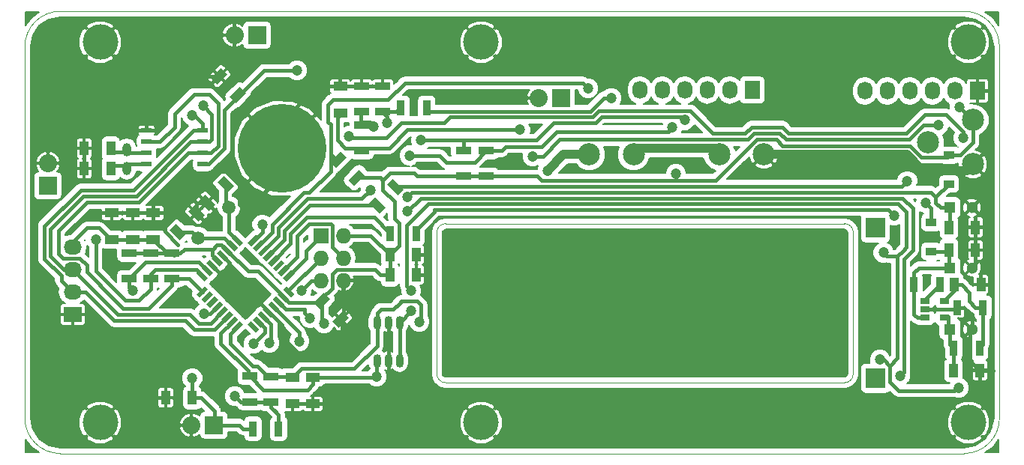
<source format=gbl>
G04 #@! TF.FileFunction,Copper,L2,Bot,Signal*
%FSLAX46Y46*%
G04 Gerber Fmt 4.6, Leading zero omitted, Abs format (unit mm)*
G04 Created by KiCad (PCBNEW 4.0.4-stable) date 12/06/16 19:38:57*
%MOMM*%
%LPD*%
G01*
G04 APERTURE LIST*
%ADD10C,0.100000*%
%ADD11R,0.900000X1.700000*%
%ADD12C,2.500000*%
%ADD13C,1.300000*%
%ADD14R,1.300000X1.300000*%
%ADD15R,1.220000X0.910000*%
%ADD16C,4.000000*%
%ADD17C,10.000000*%
%ADD18R,1.727200X1.727200*%
%ADD19O,1.727200X1.727200*%
%ADD20R,2.032000X2.032000*%
%ADD21O,2.032000X2.032000*%
%ADD22R,2.032000X1.727200*%
%ADD23O,2.032000X1.727200*%
%ADD24R,1.727200X2.032000*%
%ADD25O,1.727200X2.032000*%
%ADD26C,2.499360*%
%ADD27R,1.143000X0.508000*%
%ADD28O,0.899160X1.501140*%
%ADD29C,1.501140*%
%ADD30O,1.000760X1.501140*%
%ADD31R,2.235200X2.235200*%
%ADD32R,1.000000X1.600000*%
%ADD33R,1.600000X1.000000*%
%ADD34R,1.700000X0.900000*%
%ADD35R,1.060000X0.650000*%
%ADD36C,1.200000*%
%ADD37C,1.000000*%
%ADD38C,0.400000*%
%ADD39C,0.200000*%
G04 APERTURE END LIST*
D10*
X110000000Y46000000D02*
G75*
G03X106000000Y50000000I-4000000J0D01*
G01*
X106000000Y0D02*
G75*
G03X110000000Y4000000I0J4000000D01*
G01*
X108000000Y3500000D02*
G75*
G03X108000000Y3500000I-1500000J0D01*
G01*
X108000000Y46500000D02*
G75*
G03X108000000Y46500000I-1500000J0D01*
G01*
X53000000Y46500000D02*
G75*
G03X53000000Y46500000I-1500000J0D01*
G01*
X53000000Y3500000D02*
G75*
G03X53000000Y3500000I-1500000J0D01*
G01*
X10000000Y46500000D02*
G75*
G03X10000000Y46500000I-1500000J0D01*
G01*
X10000000Y3500000D02*
G75*
G03X10000000Y3500000I-1500000J0D01*
G01*
X0Y4000000D02*
G75*
G03X4000000Y0I4000000J0D01*
G01*
X4000000Y50000000D02*
G75*
G03X0Y46000000I0J-4000000D01*
G01*
X4000000Y50000000D02*
X106000000Y50000000D01*
X106000000Y0D02*
X4000000Y0D01*
X47500000Y26000000D02*
G75*
G03X46500000Y25000000I0J-1000000D01*
G01*
X47500000Y26000000D02*
X92500000Y26000000D01*
X93500000Y25000000D02*
G75*
G03X92500000Y26000000I-1000000J0D01*
G01*
X93500000Y9000000D02*
X93500000Y25000000D01*
X92500000Y8000000D02*
G75*
G03X93500000Y9000000I0J1000000D01*
G01*
X92500000Y8000000D02*
X47500000Y8000000D01*
X46500000Y9000000D02*
G75*
G03X47500000Y8000000I1000000J0D01*
G01*
X46500000Y9000000D02*
X46500000Y25000000D01*
X0Y4000000D02*
X0Y46000000D01*
X110000000Y46000000D02*
X110000000Y4000000D01*
X33000000Y34500000D02*
G75*
G03X33000000Y34500000I-4000000J0D01*
G01*
D11*
X105250000Y16500000D03*
X108150000Y16500000D03*
D12*
X78400000Y33800000D03*
X83400000Y33800000D03*
X63700000Y33800000D03*
X68700000Y33800000D03*
D13*
X106900000Y21000000D03*
D14*
X104400000Y21000000D03*
D13*
X106900000Y14040000D03*
D14*
X104400000Y14040000D03*
D13*
X106900000Y27800000D03*
D14*
X104400000Y27800000D03*
D15*
X102300000Y22865000D03*
X102300000Y26135000D03*
X104300000Y30465000D03*
X104300000Y33735000D03*
D16*
X8500000Y3500000D03*
X51500000Y3500000D03*
X106500000Y3500000D03*
X106500000Y46500000D03*
X51500000Y46500000D03*
X8500000Y46500000D03*
D17*
X29000000Y34500000D03*
D18*
X33400000Y24640000D03*
D19*
X35940000Y24640000D03*
X33400000Y22100000D03*
X35940000Y22100000D03*
X33400000Y19560000D03*
X35940000Y19560000D03*
D20*
X26200000Y47300000D03*
D21*
X23660000Y47300000D03*
D20*
X2600000Y30260000D03*
D21*
X2600000Y32800000D03*
D20*
X21340000Y3200000D03*
D21*
X18800000Y3200000D03*
D22*
X5400000Y15720000D03*
D23*
X5400000Y18260000D03*
X5400000Y20800000D03*
X5400000Y23340000D03*
D20*
X60540000Y40200000D03*
D21*
X58000000Y40200000D03*
D24*
X107500000Y41000000D03*
D25*
X104960000Y41000000D03*
X102420000Y41000000D03*
X99880000Y41000000D03*
X97340000Y41000000D03*
X94800000Y41000000D03*
D24*
X82100000Y41100000D03*
D25*
X79560000Y41100000D03*
X77020000Y41100000D03*
X74480000Y41100000D03*
X71940000Y41100000D03*
X69400000Y41100000D03*
D26*
X101960640Y35199360D03*
X107000000Y37698720D03*
X107000000Y32700000D03*
D10*
G36*
X21984111Y21162186D02*
X21064532Y22081765D01*
X21454275Y22471508D01*
X22373854Y21551929D01*
X21984111Y21162186D01*
X21984111Y21162186D01*
G37*
G36*
X22548071Y21726146D02*
X21628492Y22645725D01*
X22018235Y23035468D01*
X22937814Y22115889D01*
X22548071Y21726146D01*
X22548071Y21726146D01*
G37*
G36*
X23113828Y22291902D02*
X22194249Y23211481D01*
X22583992Y23601224D01*
X23503571Y22681645D01*
X23113828Y22291902D01*
X23113828Y22291902D01*
G37*
G36*
X23679584Y22857658D02*
X22760005Y23777237D01*
X23149748Y24166980D01*
X24069327Y23247401D01*
X23679584Y22857658D01*
X23679584Y22857658D01*
G37*
G36*
X24245340Y23423414D02*
X23325761Y24342993D01*
X23715504Y24732736D01*
X24635083Y23813157D01*
X24245340Y23423414D01*
X24245340Y23423414D01*
G37*
G36*
X20286843Y19464917D02*
X19367264Y20384496D01*
X19757007Y20774239D01*
X20676586Y19854660D01*
X20286843Y19464917D01*
X20286843Y19464917D01*
G37*
G36*
X20852599Y20030673D02*
X19933020Y20950252D01*
X20322763Y21339995D01*
X21242342Y20420416D01*
X20852599Y20030673D01*
X20852599Y20030673D01*
G37*
G36*
X21418355Y20596429D02*
X20498776Y21516008D01*
X20888519Y21905751D01*
X21808098Y20986172D01*
X21418355Y20596429D01*
X21418355Y20596429D01*
G37*
G36*
X25554660Y23423414D02*
X25164917Y23813157D01*
X26084496Y24732736D01*
X26474239Y24342993D01*
X25554660Y23423414D01*
X25554660Y23423414D01*
G37*
G36*
X26120416Y22857658D02*
X25730673Y23247401D01*
X26650252Y24166980D01*
X27039995Y23777237D01*
X26120416Y22857658D01*
X26120416Y22857658D01*
G37*
G36*
X26686172Y22291902D02*
X26296429Y22681645D01*
X27216008Y23601224D01*
X27605751Y23211481D01*
X26686172Y22291902D01*
X26686172Y22291902D01*
G37*
G36*
X27251929Y21726146D02*
X26862186Y22115889D01*
X27781765Y23035468D01*
X28171508Y22645725D01*
X27251929Y21726146D01*
X27251929Y21726146D01*
G37*
G36*
X27815889Y21162186D02*
X27426146Y21551929D01*
X28345725Y22471508D01*
X28735468Y22081765D01*
X27815889Y21162186D01*
X27815889Y21162186D01*
G37*
G36*
X28381645Y20596429D02*
X27991902Y20986172D01*
X28911481Y21905751D01*
X29301224Y21516008D01*
X28381645Y20596429D01*
X28381645Y20596429D01*
G37*
G36*
X28947401Y20030673D02*
X28557658Y20420416D01*
X29477237Y21339995D01*
X29866980Y20950252D01*
X28947401Y20030673D01*
X28947401Y20030673D01*
G37*
G36*
X29513157Y19464917D02*
X29123414Y19854660D01*
X30042993Y20774239D01*
X30432736Y20384496D01*
X29513157Y19464917D01*
X29513157Y19464917D01*
G37*
G36*
X30042993Y17625761D02*
X29123414Y18545340D01*
X29513157Y18935083D01*
X30432736Y18015504D01*
X30042993Y17625761D01*
X30042993Y17625761D01*
G37*
G36*
X29477237Y17060005D02*
X28557658Y17979584D01*
X28947401Y18369327D01*
X29866980Y17449748D01*
X29477237Y17060005D01*
X29477237Y17060005D01*
G37*
G36*
X28911481Y16494249D02*
X27991902Y17413828D01*
X28381645Y17803571D01*
X29301224Y16883992D01*
X28911481Y16494249D01*
X28911481Y16494249D01*
G37*
G36*
X28345725Y15928492D02*
X27426146Y16848071D01*
X27815889Y17237814D01*
X28735468Y16318235D01*
X28345725Y15928492D01*
X28345725Y15928492D01*
G37*
G36*
X27781765Y15364532D02*
X26862186Y16284111D01*
X27251929Y16673854D01*
X28171508Y15754275D01*
X27781765Y15364532D01*
X27781765Y15364532D01*
G37*
G36*
X27216008Y14798776D02*
X26296429Y15718355D01*
X26686172Y16108098D01*
X27605751Y15188519D01*
X27216008Y14798776D01*
X27216008Y14798776D01*
G37*
G36*
X26650252Y14233020D02*
X25730673Y15152599D01*
X26120416Y15542342D01*
X27039995Y14622763D01*
X26650252Y14233020D01*
X26650252Y14233020D01*
G37*
G36*
X26084496Y13667264D02*
X25164917Y14586843D01*
X25554660Y14976586D01*
X26474239Y14057007D01*
X26084496Y13667264D01*
X26084496Y13667264D01*
G37*
G36*
X23715504Y13667264D02*
X23325761Y14057007D01*
X24245340Y14976586D01*
X24635083Y14586843D01*
X23715504Y13667264D01*
X23715504Y13667264D01*
G37*
G36*
X23149748Y14233020D02*
X22760005Y14622763D01*
X23679584Y15542342D01*
X24069327Y15152599D01*
X23149748Y14233020D01*
X23149748Y14233020D01*
G37*
G36*
X22583992Y14798776D02*
X22194249Y15188519D01*
X23113828Y16108098D01*
X23503571Y15718355D01*
X22583992Y14798776D01*
X22583992Y14798776D01*
G37*
G36*
X22018235Y15364532D02*
X21628492Y15754275D01*
X22548071Y16673854D01*
X22937814Y16284111D01*
X22018235Y15364532D01*
X22018235Y15364532D01*
G37*
G36*
X21454275Y15928492D02*
X21064532Y16318235D01*
X21984111Y17237814D01*
X22373854Y16848071D01*
X21454275Y15928492D01*
X21454275Y15928492D01*
G37*
G36*
X20888519Y16494249D02*
X20498776Y16883992D01*
X21418355Y17803571D01*
X21808098Y17413828D01*
X20888519Y16494249D01*
X20888519Y16494249D01*
G37*
G36*
X20322763Y17060005D02*
X19933020Y17449748D01*
X20852599Y18369327D01*
X21242342Y17979584D01*
X20322763Y17060005D01*
X20322763Y17060005D01*
G37*
G36*
X19757007Y17625761D02*
X19367264Y18015504D01*
X20286843Y18935083D01*
X20676586Y18545340D01*
X19757007Y17625761D01*
X19757007Y17625761D01*
G37*
D27*
X20075000Y32695000D03*
X20075000Y33965000D03*
X20075000Y35235000D03*
X20075000Y36505000D03*
X13725000Y36505000D03*
X13725000Y35235000D03*
X13725000Y33965000D03*
X13725000Y32695000D03*
D28*
X41030000Y10500000D03*
X39760000Y10500000D03*
X42300000Y10500000D03*
X41030000Y14800000D03*
X39760000Y14800000D03*
X42300000Y14800000D03*
D29*
X19573995Y24373995D03*
X23026005Y27826005D03*
D30*
X11500000Y32250980D03*
X11500000Y34349020D03*
D31*
X96000000Y25500000D03*
X96000000Y8500000D03*
D32*
X44200000Y22500000D03*
X41200000Y22500000D03*
X44200000Y20200000D03*
X41200000Y20200000D03*
D10*
G36*
X36579899Y15351472D02*
X35448528Y14220101D01*
X34741421Y14927208D01*
X35872792Y16058579D01*
X36579899Y15351472D01*
X36579899Y15351472D01*
G37*
G36*
X34458579Y17472792D02*
X33327208Y16341421D01*
X32620101Y17048528D01*
X33751472Y18179899D01*
X34458579Y17472792D01*
X34458579Y17472792D01*
G37*
G36*
X19148528Y28079899D02*
X20279899Y26948528D01*
X19572792Y26241421D01*
X18441421Y27372792D01*
X19148528Y28079899D01*
X19148528Y28079899D01*
G37*
G36*
X17027208Y25958579D02*
X18158579Y24827208D01*
X17451472Y24120101D01*
X16320101Y25251472D01*
X17027208Y25958579D01*
X17027208Y25958579D01*
G37*
G36*
X20751472Y27420101D02*
X19620101Y28551472D01*
X20327208Y29258579D01*
X21458579Y28127208D01*
X20751472Y27420101D01*
X20751472Y27420101D01*
G37*
G36*
X22872792Y29541421D02*
X21741421Y30672792D01*
X22448528Y31379899D01*
X23579899Y30248528D01*
X22872792Y29541421D01*
X22872792Y29541421D01*
G37*
D32*
X9700000Y34500000D03*
X6700000Y34500000D03*
X9700000Y32200000D03*
X6700000Y32200000D03*
D10*
G36*
X24979899Y40751472D02*
X23848528Y39620101D01*
X23141421Y40327208D01*
X24272792Y41458579D01*
X24979899Y40751472D01*
X24979899Y40751472D01*
G37*
G36*
X22858579Y42872792D02*
X21727208Y41741421D01*
X21020101Y42448528D01*
X22151472Y43579899D01*
X22858579Y42872792D01*
X22858579Y42872792D01*
G37*
D32*
X18900000Y6300000D03*
X15900000Y6300000D03*
X104800000Y9400000D03*
X107800000Y9400000D03*
X104900000Y19100000D03*
X107900000Y19100000D03*
X104300000Y23000000D03*
X107300000Y23000000D03*
X104300000Y25570000D03*
X107300000Y25570000D03*
D33*
X14500000Y24200000D03*
X14500000Y27200000D03*
X12200000Y24200000D03*
X12200000Y27200000D03*
X9800000Y24200000D03*
X9800000Y27200000D03*
X32500000Y8600000D03*
X32500000Y5600000D03*
X30200000Y5600000D03*
X30200000Y8600000D03*
X35600000Y38500000D03*
X35600000Y41500000D03*
D34*
X16600000Y22650000D03*
X16600000Y19750000D03*
X49500000Y31350000D03*
X49500000Y34250000D03*
X52100000Y31350000D03*
X52100000Y34250000D03*
X11800000Y22650000D03*
X11800000Y19750000D03*
X14200000Y22650000D03*
X14200000Y19750000D03*
D11*
X28650000Y2800000D03*
X25750000Y2800000D03*
D10*
G36*
X38344544Y31457538D02*
X37142462Y30255456D01*
X36506066Y30891852D01*
X37708148Y32093934D01*
X38344544Y31457538D01*
X38344544Y31457538D01*
G37*
G36*
X36293934Y33508148D02*
X35091852Y32306066D01*
X34455456Y32942462D01*
X35657538Y34144544D01*
X36293934Y33508148D01*
X36293934Y33508148D01*
G37*
D11*
X100350000Y19100000D03*
X103250000Y19100000D03*
X107750000Y11900000D03*
X104850000Y11900000D03*
D34*
X25400000Y8750000D03*
X25400000Y5850000D03*
X27800000Y5800000D03*
X27800000Y8700000D03*
X38000000Y41550000D03*
X38000000Y38650000D03*
X38000000Y34250000D03*
X38000000Y37150000D03*
D11*
X42450000Y39100000D03*
X45350000Y39100000D03*
D34*
X40400000Y38650000D03*
X40400000Y41550000D03*
D10*
G36*
X41542462Y31044544D02*
X42744544Y29842462D01*
X42108148Y29206066D01*
X40906066Y30408148D01*
X41542462Y31044544D01*
X41542462Y31044544D01*
G37*
G36*
X39491852Y28993934D02*
X40693934Y27791852D01*
X40057538Y27155456D01*
X38855456Y28357538D01*
X39491852Y28993934D01*
X39491852Y28993934D01*
G37*
D11*
X41250000Y24900000D03*
X44150000Y24900000D03*
D35*
X101600000Y15350000D03*
X101600000Y16300000D03*
X101600000Y17250000D03*
X103800000Y17250000D03*
X103800000Y15350000D03*
D36*
X37700000Y12600000D03*
X59000000Y32000000D03*
X73500000Y31600000D03*
X23700000Y6500000D03*
X33800000Y14700000D03*
X105500000Y39198720D03*
X30700000Y43300000D03*
X43200000Y29000000D03*
X12200000Y18400000D03*
X8000000Y24200000D03*
X18900000Y8500000D03*
X26800000Y25900000D03*
X66200000Y40200000D03*
X96500000Y10600000D03*
X96900000Y22700000D03*
X105400000Y7400000D03*
X43600000Y18400000D03*
X43600000Y16100000D03*
X55900000Y36600000D03*
X101700000Y28300000D03*
X103100000Y37100000D03*
X57300000Y33600000D03*
X39700000Y8700000D03*
X44500000Y14900000D03*
X31000000Y12700000D03*
X105900000Y35700000D03*
X25800000Y12400000D03*
X36600000Y35900000D03*
X20200000Y15800000D03*
X31200000Y18400000D03*
X73100000Y36900000D03*
X18900000Y38200000D03*
X43400000Y33700000D03*
X74500000Y37700000D03*
X20100000Y39300000D03*
X44700000Y35400000D03*
X99600000Y30800000D03*
X98100000Y26900000D03*
X63600000Y41300000D03*
X98800000Y8800000D03*
X39000000Y29800000D03*
X43200000Y27400000D03*
X27600000Y12500000D03*
X39400000Y37000000D03*
X32200000Y15300000D03*
X40900000Y37400000D03*
D37*
X68600000Y34500000D02*
X78300000Y34500000D01*
D38*
X15900000Y6300000D02*
X14000000Y6300000D01*
X32500000Y5600000D02*
X34000000Y5600000D01*
X41030000Y10500000D02*
X41030000Y7370000D01*
X106000000Y16500000D02*
X106900000Y15600000D01*
X106900000Y15600000D02*
X106900000Y14040000D01*
X105250000Y16500000D02*
X106000000Y16500000D01*
X101600000Y16300000D02*
X105050000Y16300000D01*
X105050000Y16300000D02*
X105250000Y16500000D01*
X30200000Y5600000D02*
X32500000Y5600000D01*
D37*
X101329895Y32000000D02*
X106300000Y32000000D01*
X106300000Y32000000D02*
X107000000Y32700000D01*
D38*
X107900000Y19100000D02*
X109200000Y19100000D01*
X15800000Y25600000D02*
X16700000Y26500000D01*
X16700000Y26500000D02*
X18900000Y28700000D01*
X14500000Y27200000D02*
X16000000Y27200000D01*
X16000000Y27200000D02*
X16700000Y26500000D01*
X12200000Y27200000D02*
X14500000Y27200000D01*
X9800000Y27200000D02*
X12200000Y27200000D01*
X30800000Y11400000D02*
X33600000Y11400000D01*
X33600000Y11400000D02*
X34300000Y12100000D01*
X29000000Y13200000D02*
X30800000Y11400000D01*
X29000000Y14536040D02*
X29000000Y13200000D01*
X27516847Y16019193D02*
X29000000Y14536040D01*
X34300000Y12100000D02*
X35807897Y13607897D01*
X44200000Y20200000D02*
X45700000Y20200000D01*
X35940000Y19560000D02*
X35940000Y15418680D01*
X29000000Y37600000D02*
X32900000Y41500000D01*
X32900000Y41500000D02*
X35600000Y41500000D01*
X29000000Y34500000D02*
X29000000Y37600000D01*
X23604527Y18800000D02*
X22500000Y19904527D01*
X22500000Y19904527D02*
X21153437Y21251090D01*
X23100000Y21563960D02*
X23100000Y20504527D01*
X23100000Y20504527D02*
X22500000Y19904527D01*
X22283153Y22380807D02*
X23100000Y21563960D01*
X18560660Y42660660D02*
X13725000Y37825000D01*
X13725000Y37825000D02*
X13725000Y36505000D01*
X21939340Y42660660D02*
X18560660Y42660660D01*
X25400000Y27900000D02*
X29000000Y31500000D01*
X29000000Y31500000D02*
X29000000Y34500000D01*
X24500000Y27900000D02*
X25400000Y27900000D01*
X24200000Y28200000D02*
X24500000Y27900000D01*
X24200000Y30400000D02*
X24200000Y28200000D01*
X22700000Y31900000D02*
X24200000Y30400000D01*
X22100000Y31900000D02*
X22700000Y31900000D01*
X19000000Y28800000D02*
X22100000Y31900000D01*
X19000000Y28700000D02*
X19000000Y28800000D01*
X19360660Y28339340D02*
X19360660Y27160660D01*
X19000000Y28700000D02*
X19360660Y28339340D01*
X19360660Y28339340D02*
X20539340Y28339340D01*
X18900000Y28700000D02*
X19000000Y28700000D01*
X15800000Y25100000D02*
X15800000Y25600000D01*
X17300000Y23600000D02*
X15800000Y25100000D01*
X35807897Y14500000D02*
X35807897Y14992103D01*
X35807897Y14992103D02*
X35660660Y15139340D01*
X37700000Y12600000D02*
X36478680Y12600000D01*
X35807897Y13270783D02*
X35807897Y13607897D01*
X36478680Y12600000D02*
X35807897Y13270783D01*
X24736040Y18800000D02*
X23604527Y18800000D01*
X27516847Y16019193D02*
X24736040Y18800000D01*
X44200000Y22500000D02*
X45500000Y22500000D01*
X6700000Y32200000D02*
X6700000Y34500000D01*
X35800000Y41500000D02*
X37850000Y41500000D01*
X37850000Y41500000D02*
X37900000Y41550000D01*
X40300000Y41550000D02*
X37900000Y41550000D01*
X107000000Y21000000D02*
X106900000Y21000000D01*
X107300000Y25570000D02*
X107300000Y23000000D01*
X107300000Y23000000D02*
X107300000Y21400000D01*
X107300000Y21400000D02*
X106900000Y21000000D01*
X106700000Y13840000D02*
X106700000Y10500000D01*
X106700000Y10500000D02*
X107800000Y9400000D01*
X106900000Y14040000D02*
X106700000Y13840000D01*
X107800000Y9400000D02*
X109300000Y9400000D01*
D37*
X99529895Y33800000D02*
X101329895Y32000000D01*
X83400000Y33800000D02*
X99529895Y33800000D01*
D38*
X35807897Y13607897D02*
X35807897Y14500000D01*
X35807897Y14500000D02*
X35200000Y15107897D01*
X41030000Y10500000D02*
X41030000Y14800000D01*
X18800000Y3200000D02*
X18500000Y3200000D01*
D37*
X63700000Y33800000D02*
X60800000Y33800000D01*
X60800000Y33800000D02*
X59000000Y32000000D01*
D38*
X52100000Y31350000D02*
X57850000Y31350000D01*
X57850000Y31350000D02*
X58300000Y30900000D01*
X58300000Y30900000D02*
X73500000Y30900000D01*
X73500000Y30900000D02*
X78000000Y30900000D01*
X73500000Y30900000D02*
X73500000Y31600000D01*
X41200000Y20200000D02*
X40100000Y20200000D01*
X40100000Y20200000D02*
X39500000Y20800000D01*
X39500000Y20800000D02*
X35200000Y20800000D01*
X35200000Y20800000D02*
X34700000Y20300000D01*
X34700000Y20300000D02*
X34700000Y18700000D01*
X34700000Y18700000D02*
X33539340Y17539340D01*
X33539340Y17539340D02*
X33539340Y17260660D01*
X18000000Y23100000D02*
X21072080Y23100000D01*
X21072080Y23100000D02*
X21136040Y23036040D01*
X17550000Y22650000D02*
X18000000Y23100000D01*
X16600000Y22650000D02*
X17550000Y22650000D01*
X27800000Y5800000D02*
X27800000Y5250000D01*
X27800000Y5250000D02*
X28650000Y4400000D01*
X25400000Y5850000D02*
X27750000Y5850000D01*
X27750000Y5850000D02*
X27800000Y5800000D01*
X25400000Y5850000D02*
X24350000Y5850000D01*
X24350000Y5850000D02*
X23700000Y6500000D01*
X105535000Y33735000D02*
X107000000Y35200000D01*
X107000000Y35200000D02*
X107000000Y36400000D01*
X104300000Y33735000D02*
X105535000Y33735000D01*
X7000000Y25500000D02*
X8400000Y25500000D01*
X9800000Y24200000D02*
X9700000Y24200000D01*
X9700000Y24200000D02*
X8400000Y25500000D01*
X11800000Y22650000D02*
X14200000Y22650000D01*
X12200000Y24200000D02*
X9800000Y24200000D01*
X14500000Y24200000D02*
X12200000Y24200000D01*
X16600000Y22650000D02*
X16050000Y22650000D01*
X16050000Y22650000D02*
X14500000Y24200000D01*
X5400000Y23900000D02*
X7000000Y25500000D01*
X5400000Y23340000D02*
X5400000Y23900000D01*
X33539340Y17260660D02*
X33539340Y14960660D01*
X33539340Y14960660D02*
X33800000Y14700000D01*
X28650000Y2800000D02*
X28650000Y4400000D01*
X28650000Y4400000D02*
X28200000Y4850000D01*
X21700000Y23600000D02*
X21136040Y23036040D01*
X21136040Y23036040D02*
X21136040Y22400000D01*
X22195473Y23600000D02*
X21700000Y23600000D01*
X22848910Y22946563D02*
X22195473Y23600000D01*
X21136040Y22400000D02*
X21719193Y21816847D01*
X16600000Y22650000D02*
X16850000Y22400000D01*
X14200000Y22650000D02*
X16600000Y22650000D01*
X12900000Y22650000D02*
X14200000Y22650000D01*
X35940000Y24640000D02*
X39060000Y24640000D01*
X39060000Y24640000D02*
X41200000Y22500000D01*
X29826985Y17100000D02*
X33378680Y17100000D01*
X33378680Y17100000D02*
X33539340Y17260660D01*
X29212319Y17714666D02*
X29826985Y17100000D01*
X26326985Y20600000D02*
X25195473Y20600000D01*
X25195473Y20600000D02*
X22848910Y22946563D01*
X29212319Y17714666D02*
X26326985Y20600000D01*
X49500000Y31350000D02*
X52100000Y31350000D01*
X43900000Y31700000D02*
X44250000Y31350000D01*
X44250000Y31350000D02*
X49500000Y31350000D01*
X41200000Y22500000D02*
X41200000Y20200000D01*
X42200000Y26042002D02*
X42200000Y23500000D01*
X42200000Y23500000D02*
X41200000Y22500000D01*
X37425305Y31174695D02*
X40125305Y31174695D01*
X40125305Y31174695D02*
X40400000Y30900000D01*
X40400000Y29800000D02*
X40400000Y30900000D01*
X99900000Y34800000D02*
X101200000Y33500000D01*
X42200000Y26042002D02*
X41700000Y26542002D01*
X101200000Y33500000D02*
X104100000Y33500000D01*
X41700000Y26542002D02*
X41700000Y28500000D01*
X41700000Y28500000D02*
X40400000Y29800000D01*
X40400000Y30900000D02*
X41200000Y31700000D01*
X84800000Y35500000D02*
X85500000Y34800000D01*
X107000000Y36400000D02*
X107000000Y37698720D01*
X41200000Y31700000D02*
X43900000Y31700000D01*
X85500000Y34800000D02*
X99900000Y34800000D01*
X78000000Y30900000D02*
X82600000Y35500000D01*
X82600000Y35500000D02*
X84800000Y35500000D01*
X107000000Y37698720D02*
X105500000Y39198720D01*
X104800000Y9400000D02*
X104800000Y11850000D01*
X104800000Y11850000D02*
X104850000Y11900000D01*
X104400000Y14040000D02*
X104400000Y12350000D01*
X104400000Y12350000D02*
X104850000Y11900000D01*
X104200000Y15500000D02*
X104200000Y14240000D01*
X104200000Y14240000D02*
X104400000Y14040000D01*
X17239340Y25039340D02*
X18908650Y25039340D01*
X18908650Y25039340D02*
X19573995Y24373995D01*
X23414666Y23512319D02*
X22552990Y24373995D01*
X22552990Y24373995D02*
X19573995Y24373995D01*
X22660660Y30460660D02*
X22660660Y28191350D01*
X22660660Y28191350D02*
X23026005Y27826005D01*
X23980422Y24078075D02*
X23026005Y25032492D01*
X23026005Y25032492D02*
X23026005Y27826005D01*
X11500000Y34049300D02*
X10150700Y34049300D01*
X10150700Y34049300D02*
X9700000Y34500000D01*
X13725000Y33965000D02*
X11584300Y33965000D01*
X11584300Y33965000D02*
X11500000Y34049300D01*
X11500000Y32550700D02*
X9950700Y32550700D01*
X9950700Y32550700D02*
X9700000Y32300000D01*
X13725000Y32695000D02*
X11644300Y32695000D01*
X11644300Y32695000D02*
X11500000Y32550700D01*
X97695303Y29520033D02*
X102264947Y29520033D01*
X102264947Y29520033D02*
X102809990Y28974990D01*
X102809990Y28340010D02*
X102809990Y28974990D01*
X102809990Y28974990D02*
X104300000Y30465000D01*
X27000000Y43300000D02*
X23200000Y39500000D01*
X23200000Y39500000D02*
X22500000Y38800000D01*
X24060660Y40539340D02*
X24060660Y40360660D01*
X24060660Y40360660D02*
X23200000Y39500000D01*
X20695000Y32695000D02*
X22500000Y34500000D01*
X22500000Y34500000D02*
X22500000Y38800000D01*
X20075000Y32695000D02*
X20695000Y32695000D01*
X30700000Y43300000D02*
X27000000Y43300000D01*
X44254931Y29520033D02*
X43720033Y29520033D01*
X43720033Y29520033D02*
X43200000Y29000000D01*
X103350000Y27800000D02*
X102809990Y28340010D01*
X97695303Y29520033D02*
X44254931Y29520033D01*
X104400000Y27800000D02*
X103350000Y27800000D01*
X104400000Y27800000D02*
X104400000Y25670000D01*
X104400000Y25670000D02*
X104300000Y25570000D01*
X11800000Y19750000D02*
X13650000Y21600000D01*
X13650000Y21600000D02*
X19673015Y21600000D01*
X19673015Y21600000D02*
X20587681Y20685334D01*
X11800000Y19750000D02*
X11800000Y18800000D01*
X11800000Y18800000D02*
X12200000Y18400000D01*
X8000000Y20600000D02*
X11300000Y17300000D01*
X14200000Y18600000D02*
X12900000Y17300000D01*
X12900000Y17300000D02*
X11300000Y17300000D01*
X14200000Y19750000D02*
X14200000Y18600000D01*
X8000000Y24200000D02*
X8000000Y20600000D01*
X14700000Y20800000D02*
X14200000Y20300000D01*
X14200000Y20300000D02*
X14200000Y19750000D01*
X19341503Y20800000D02*
X14700000Y20800000D01*
X20021925Y20119578D02*
X19341503Y20800000D01*
X21340000Y3200000D02*
X24200000Y3200000D01*
X24200000Y3200000D02*
X24600000Y2800000D01*
X18900000Y6300000D02*
X19900000Y6300000D01*
X19900000Y6300000D02*
X21400000Y4800000D01*
X21400000Y3260000D02*
X21340000Y3200000D01*
X21400000Y4800000D02*
X21400000Y3260000D01*
X18900000Y6300000D02*
X18900000Y8500000D01*
X26800000Y25900000D02*
X26800000Y25058497D01*
X26800000Y25058497D02*
X25819578Y24078075D01*
X24600000Y2800000D02*
X25750000Y2800000D01*
X66200000Y40200000D02*
X65351472Y40200000D01*
X65351472Y40200000D02*
X63851472Y38700000D01*
X63851472Y38700000D02*
X45450000Y38700000D01*
X45450000Y38700000D02*
X45150000Y39000000D01*
X100350000Y20450000D02*
X100900000Y21000000D01*
X100900000Y21000000D02*
X102950000Y21000000D01*
X100350000Y19100000D02*
X100350000Y20450000D01*
X100750000Y15350000D02*
X100350000Y15750000D01*
X100350000Y15750000D02*
X100350000Y19100000D01*
X101600000Y15350000D02*
X100750000Y15350000D01*
X102300000Y22865000D02*
X104165000Y22865000D01*
X104165000Y22865000D02*
X104300000Y23000000D01*
X104300000Y23000000D02*
X104300000Y21100000D01*
X104300000Y21100000D02*
X104400000Y21000000D01*
X102950000Y21000000D02*
X104400000Y21000000D01*
X106600000Y18200000D02*
X105700000Y19100000D01*
X105700000Y19100000D02*
X104900000Y19100000D01*
X106600000Y17200000D02*
X106600000Y18200000D01*
X107300000Y16500000D02*
X106600000Y17200000D01*
X108150000Y16500000D02*
X107300000Y16500000D01*
X103800000Y17300000D02*
X104900000Y18400000D01*
X104900000Y18400000D02*
X104900000Y19100000D01*
X103800000Y17250000D02*
X103800000Y17300000D01*
X108150000Y16500000D02*
X108150000Y12300000D01*
X108150000Y12300000D02*
X107750000Y11900000D01*
X108150000Y16500000D02*
X108150000Y16900000D01*
X98500000Y22300000D02*
X97300000Y22300000D01*
X97300000Y22300000D02*
X96900000Y22700000D01*
X99500000Y23300000D02*
X99100000Y22900000D01*
X98500000Y10800000D02*
X98500000Y22300000D01*
X98500000Y22300000D02*
X99100000Y22900000D01*
X97600000Y9900000D02*
X98500000Y10800000D01*
X96900000Y10600000D02*
X96500000Y10600000D01*
X43600000Y18400000D02*
X43059989Y18940011D01*
X43059989Y18940011D02*
X43059990Y25765102D01*
X98559989Y28240011D02*
X99500000Y27300000D01*
X43059990Y25765102D02*
X45534899Y28240011D01*
X45534899Y28240011D02*
X98559989Y28240011D01*
X99500000Y27300000D02*
X99500000Y23300000D01*
X104900000Y7100000D02*
X104900000Y7200000D01*
X104900000Y7200000D02*
X105100000Y7400000D01*
X98600000Y7100000D02*
X97600000Y8100000D01*
X97600000Y8100000D02*
X97600000Y9900000D01*
X104900000Y7100000D02*
X98600000Y7100000D01*
X43600000Y16100000D02*
X42300000Y14800000D01*
X42300000Y10500000D02*
X42300000Y14800000D01*
X97600000Y9900000D02*
X96900000Y10600000D01*
X57300000Y33600000D02*
X58500000Y33600000D01*
X58500000Y33600000D02*
X60400000Y35500000D01*
X60400000Y35500000D02*
X81600000Y35500000D01*
X99800000Y35500000D02*
X101400000Y37100000D01*
X81600000Y35500000D02*
X82300000Y36200000D01*
X82300000Y36200000D02*
X85200000Y36200000D01*
X85200000Y36200000D02*
X85900000Y35500000D01*
X85900000Y35500000D02*
X99800000Y35500000D01*
X101400000Y37100000D02*
X103100000Y37100000D01*
X43200000Y36600000D02*
X55900000Y36600000D01*
X102300000Y26135000D02*
X102300000Y27700000D01*
X102300000Y27700000D02*
X101700000Y28300000D01*
X35300000Y35400000D02*
X36150000Y34550000D01*
X36150000Y34550000D02*
X37900000Y34550000D01*
X35300000Y38000000D02*
X35300000Y35400000D01*
X35800000Y38500000D02*
X35300000Y38000000D01*
X37900000Y34550000D02*
X41150000Y34550000D01*
X41150000Y34550000D02*
X43200000Y36600000D01*
X32500000Y8600000D02*
X39600000Y8600000D01*
X39600000Y8600000D02*
X39700000Y8700000D01*
X31900000Y7200000D02*
X32500000Y7800000D01*
X32500000Y7800000D02*
X32500000Y8600000D01*
X26950000Y7200000D02*
X31900000Y7200000D01*
X25400000Y8750000D02*
X26950000Y7200000D01*
X25225305Y9325305D02*
X25225305Y8924695D01*
X25225305Y8924695D02*
X25400000Y8750000D01*
X22100000Y13573015D02*
X22100000Y12450610D01*
X22100000Y12450610D02*
X25225305Y9325305D01*
X23414666Y14887681D02*
X22100000Y13573015D01*
X39700000Y8700000D02*
X39700000Y10440000D01*
X39700000Y10440000D02*
X39760000Y10500000D01*
X39560000Y10700000D02*
X39760000Y10500000D01*
X26200000Y9900000D02*
X25700000Y9900000D01*
X25700000Y9900000D02*
X23200000Y12400000D01*
X27400000Y8700000D02*
X26200000Y9900000D01*
X27800000Y8700000D02*
X27400000Y8700000D01*
X27800000Y8700000D02*
X30100000Y8700000D01*
X30100000Y8700000D02*
X30200000Y8600000D01*
X37200000Y9600000D02*
X31200000Y9600000D01*
X31200000Y9600000D02*
X30200000Y8600000D01*
X39760000Y12160000D02*
X37200000Y9600000D01*
X23200000Y13541503D02*
X23200000Y12400000D01*
X23980422Y14321925D02*
X23200000Y13541503D01*
X39760000Y14800000D02*
X39760000Y12160000D01*
X44700000Y16800000D02*
X44700000Y15100000D01*
X44700000Y15100000D02*
X44500000Y14900000D01*
X44300000Y17200000D02*
X44700000Y16800000D01*
X42500000Y17200000D02*
X44300000Y17200000D01*
X42300000Y17000000D02*
X42500000Y17200000D01*
X41600000Y16300000D02*
X42300000Y17000000D01*
X40200000Y16300000D02*
X41600000Y16300000D01*
X39760000Y15860000D02*
X40200000Y16300000D01*
X39760000Y14800000D02*
X39760000Y15860000D01*
X30463960Y14200000D02*
X31000000Y13663960D01*
X31000000Y13663960D02*
X31000000Y12700000D01*
X29563960Y15100000D02*
X30463960Y14200000D01*
X29063960Y15600000D02*
X29563960Y15100000D01*
X28080807Y16583153D02*
X29063960Y15600000D01*
X105900000Y35700000D02*
X105900000Y36400000D01*
X105900000Y36400000D02*
X104000000Y38300000D01*
X104000000Y38300000D02*
X101600000Y38300000D01*
X101600000Y38300000D02*
X99500000Y36200000D01*
X47300000Y37400000D02*
X42500000Y37400000D01*
X36800000Y35700000D02*
X36600000Y35900000D01*
X99500000Y36200000D02*
X86200000Y36200000D01*
X86200000Y36200000D02*
X85500000Y36900000D01*
X85500000Y36900000D02*
X82000000Y36900000D01*
X40800000Y35700000D02*
X36800000Y35700000D01*
X82000000Y36900000D02*
X81300000Y36200000D01*
X81300000Y36200000D02*
X77643999Y36200000D01*
X47959990Y38059990D02*
X47300000Y37400000D01*
X77643999Y36200000D02*
X75100000Y38743999D01*
X75100000Y38743999D02*
X64800583Y38743999D01*
X64800583Y38743999D02*
X64116573Y38059989D01*
X64116573Y38059989D02*
X47959990Y38059990D01*
X42500000Y37400000D02*
X40800000Y35700000D01*
X27100000Y14173015D02*
X27100000Y13700000D01*
X27100000Y13700000D02*
X25800000Y12400000D01*
X26385334Y14887681D02*
X27100000Y14173015D01*
X31700000Y22940000D02*
X31700000Y22041503D01*
X31700000Y22041503D02*
X29778075Y20119578D01*
X33400000Y24640000D02*
X31700000Y22940000D01*
X29778075Y20119578D02*
X30154548Y20496051D01*
X33400000Y22100000D02*
X29778075Y18478075D01*
X29778075Y18478075D02*
X29778075Y18280422D01*
X34700000Y25800000D02*
X34700000Y23340000D01*
X34700000Y23340000D02*
X35940000Y22100000D01*
X34500000Y26000000D02*
X34700000Y25800000D01*
X32100000Y26000000D02*
X34500000Y26000000D01*
X30726985Y24626985D02*
X32100000Y26000000D01*
X30726985Y22200000D02*
X30726985Y24626985D01*
X29212319Y20685334D02*
X30726985Y22200000D01*
X20200000Y15800000D02*
X20936040Y15800000D01*
X20936040Y15800000D02*
X21719193Y16583153D01*
X33400000Y19560000D02*
X32360000Y19560000D01*
X32360000Y19560000D02*
X31200000Y18400000D01*
X6840000Y18260000D02*
X10100000Y15000000D01*
X19100000Y14000000D02*
X21395473Y14000000D01*
X10100000Y15000000D02*
X18100000Y15000000D01*
X18100000Y15000000D02*
X19100000Y14000000D01*
X5400000Y18260000D02*
X6840000Y18260000D01*
X21395473Y14000000D02*
X22848910Y15453437D01*
X4100000Y20100000D02*
X4100000Y19560000D01*
X4100000Y19560000D02*
X5400000Y18260000D01*
X2200000Y25700000D02*
X2200000Y22000000D01*
X2200000Y22000000D02*
X4100000Y20100000D01*
X71900000Y36400001D02*
X60000001Y36400001D01*
X73100000Y36900000D02*
X72600001Y36400001D01*
X72600001Y36400001D02*
X71900000Y36400001D01*
X20075000Y36505000D02*
X19005000Y36505000D01*
X19005000Y36505000D02*
X12300000Y29800000D01*
X12300000Y29800000D02*
X6300000Y29800000D01*
X6300000Y29800000D02*
X2200000Y25700000D01*
X18900000Y38200000D02*
X19150000Y38200000D01*
X19150000Y38200000D02*
X20075000Y37275000D01*
X52100000Y34250000D02*
X53834662Y34250000D01*
X53834662Y34250000D02*
X54284662Y34700000D01*
X47600000Y32900000D02*
X50750000Y32900000D01*
X50750000Y32900000D02*
X52100000Y34250000D01*
X46800000Y33700000D02*
X47600000Y32900000D01*
X43400000Y33700000D02*
X46800000Y33700000D01*
X20075000Y37275000D02*
X20075000Y36505000D01*
X43500000Y33700000D02*
X43400000Y33700000D01*
X58300000Y34700000D02*
X54284662Y34700000D01*
X60000001Y36400001D02*
X58300000Y34700000D01*
X5400000Y20800000D02*
X10500000Y15700000D01*
X19600000Y14700000D02*
X20963960Y14700000D01*
X10500000Y15700000D02*
X18600000Y15700000D01*
X18600000Y15700000D02*
X19600000Y14700000D01*
X65061696Y38100000D02*
X72700000Y38100000D01*
X72700000Y38100000D02*
X74100000Y38100000D01*
X74100000Y38100000D02*
X74500000Y37700000D01*
X20963960Y14700000D02*
X22283153Y16019193D01*
X20075000Y35235000D02*
X18735000Y35235000D01*
X18735000Y35235000D02*
X12600000Y29100000D01*
X12600000Y29100000D02*
X6600000Y29100000D01*
X6600000Y29100000D02*
X2900000Y25400000D01*
X2900000Y25400000D02*
X2900000Y22300000D01*
X2900000Y22300000D02*
X4400000Y20800000D01*
X4400000Y20800000D02*
X5400000Y20800000D01*
X21100000Y38300000D02*
X21100000Y35500000D01*
X21100000Y35500000D02*
X20835000Y35235000D01*
X20100000Y39300000D02*
X21100000Y38300000D01*
X44900000Y35400000D02*
X49500000Y35400000D01*
X49500000Y35400000D02*
X57700000Y35400000D01*
X49500000Y34250000D02*
X49500000Y35400000D01*
X20835000Y35235000D02*
X20075000Y35235000D01*
X44900000Y35400000D02*
X44700000Y35400000D01*
X57700000Y35400000D02*
X59719978Y37419978D01*
X64381674Y37419978D02*
X65061696Y38100000D01*
X59719978Y37419978D02*
X64381674Y37419978D01*
X99600000Y30800000D02*
X99000000Y30200000D01*
X99000000Y30200000D02*
X41900000Y30200000D01*
X41900000Y30200000D02*
X41825305Y30125305D01*
X98100000Y26900000D02*
X97400000Y27600000D01*
X97400000Y27600000D02*
X46200000Y27600000D01*
X46200000Y27600000D02*
X46200000Y27350000D01*
X46200000Y27350000D02*
X44150000Y25300000D01*
X44150000Y25300000D02*
X44150000Y24900000D01*
X10000000Y17500000D02*
X11100000Y16400000D01*
X16600000Y19000000D02*
X14000000Y16400000D01*
X14000000Y16400000D02*
X11100000Y16400000D01*
X16600000Y19750000D02*
X16600000Y19000000D01*
X9400000Y28400000D02*
X7000000Y28400000D01*
X7000000Y28400000D02*
X3800000Y25200000D01*
X3800000Y25200000D02*
X3800000Y22600000D01*
X3800000Y22600000D02*
X4300000Y22100000D01*
X4300000Y22100000D02*
X6200000Y22100000D01*
X6200000Y22100000D02*
X7000000Y21300000D01*
X7000000Y21300000D02*
X7000000Y20500000D01*
X7000000Y20500000D02*
X10000000Y17500000D01*
X16600000Y19750000D02*
X18552347Y19750000D01*
X18552347Y19750000D02*
X20021925Y18280422D01*
X21000000Y33965000D02*
X20075000Y33965000D01*
X21800000Y39600000D02*
X21800000Y34765000D01*
X21800000Y34765000D02*
X21000000Y33965000D01*
X20800000Y40600000D02*
X21800000Y39600000D01*
X12900000Y28400000D02*
X18465000Y33965000D01*
X18465000Y33965000D02*
X20075000Y33965000D01*
X9400000Y28400000D02*
X12900000Y28400000D01*
X19100000Y40600000D02*
X20800000Y40600000D01*
X16900000Y38400000D02*
X19100000Y40600000D01*
X16900000Y36900000D02*
X16900000Y38400000D01*
X15235000Y35235000D02*
X16900000Y36900000D01*
X13725000Y35235000D02*
X15235000Y35235000D01*
X63600000Y41300000D02*
X63000001Y41899999D01*
X34800000Y40000000D02*
X34200000Y39400000D01*
X63000001Y41899999D02*
X42900000Y41899999D01*
X42900000Y41899999D02*
X41000001Y40000000D01*
X34500000Y37200000D02*
X34500000Y33800000D01*
X41000001Y40000000D02*
X34800000Y40000000D01*
X34200000Y39400000D02*
X34200000Y37500000D01*
X34200000Y37500000D02*
X34500000Y37200000D01*
X32100000Y29500000D02*
X34500000Y31900000D01*
X34500000Y31900000D02*
X34500000Y32300000D01*
X31500000Y29500000D02*
X32100000Y29500000D01*
X27900000Y25900000D02*
X31500000Y29500000D01*
X27900000Y25026985D02*
X27900000Y25900000D01*
X26385334Y23512319D02*
X27900000Y25026985D01*
X34500000Y33800000D02*
X34500000Y32300000D01*
X35374695Y33225305D02*
X35074695Y33225305D01*
X35074695Y33225305D02*
X34500000Y33800000D01*
X101600000Y17250000D02*
X101600000Y17450000D01*
X101600000Y17450000D02*
X103250000Y19100000D01*
X98800000Y8800000D02*
X99199999Y9199999D01*
X99199999Y9199999D02*
X99199999Y9499999D01*
X43200000Y27400000D02*
X44680022Y28880022D01*
X44680022Y28880022D02*
X99019978Y28880022D01*
X99019978Y28880022D02*
X100200000Y27700000D01*
X100200000Y27700000D02*
X100200000Y23000001D01*
X100200000Y23000001D02*
X99199999Y22000000D01*
X99199999Y22000000D02*
X99199999Y9900000D01*
X99199999Y9499999D02*
X99199999Y9900000D01*
X99199999Y9599999D02*
X99199999Y9900000D01*
X31900000Y28800000D02*
X38000000Y28800000D01*
X38000000Y28800000D02*
X39000000Y29800000D01*
X28600000Y25500000D02*
X31900000Y28800000D01*
X28600000Y24595473D02*
X28600000Y25500000D01*
X26951090Y22946563D02*
X28600000Y24595473D01*
X27800000Y14604527D02*
X27800000Y12700000D01*
X27800000Y12700000D02*
X27600000Y12500000D01*
X26951090Y15453437D02*
X27800000Y14604527D01*
X37900000Y37450000D02*
X38950000Y37450000D01*
X38950000Y37450000D02*
X39400000Y37000000D01*
X37900000Y38650000D02*
X37900000Y37450000D01*
X31600000Y16300000D02*
X31600000Y15900000D01*
X31600000Y15900000D02*
X32200000Y15300000D01*
X29495473Y16300000D02*
X31600000Y16300000D01*
X28646563Y17148910D02*
X29495473Y16300000D01*
X40300000Y38650000D02*
X40900000Y38050000D01*
X40900000Y38050000D02*
X40900000Y37400000D01*
X42250000Y39000000D02*
X42250000Y39450000D01*
X40300000Y38650000D02*
X41900000Y38650000D01*
X41900000Y38650000D02*
X42250000Y39000000D01*
X39774695Y28074695D02*
X32174695Y28074695D01*
X32174695Y28074695D02*
X29300000Y25200000D01*
X29300000Y25200000D02*
X29300000Y24163960D01*
X29300000Y24163960D02*
X27516847Y22380807D01*
X31800000Y26700000D02*
X39450000Y26700000D01*
X39450000Y26700000D02*
X41250000Y24900000D01*
X30000000Y24900000D02*
X31800000Y26700000D01*
X30000000Y23736040D02*
X30000000Y24900000D01*
X28080807Y21816847D02*
X30000000Y23736040D01*
D39*
G36*
X107277116Y49083232D02*
X108359803Y48359803D01*
X109083232Y47277116D01*
X109350000Y45935982D01*
X109350000Y4064018D01*
X109083232Y2722884D01*
X108359803Y1640197D01*
X107277116Y916768D01*
X105935982Y650000D01*
X4064018Y650000D01*
X2722884Y916768D01*
X1640197Y1640197D01*
X916768Y2722884D01*
X667999Y3973531D01*
X6099235Y3973531D01*
X6100770Y3018752D01*
X6463195Y2143781D01*
X6771203Y1912624D01*
X6923075Y2064496D01*
X6979720Y1979720D01*
X7064496Y1923075D01*
X6912624Y1771203D01*
X7143781Y1463195D01*
X8026469Y1099235D01*
X8981248Y1100770D01*
X9856219Y1463195D01*
X10087376Y1771203D01*
X9935504Y1923075D01*
X10020280Y1979720D01*
X10076925Y2064496D01*
X10228797Y1912624D01*
X10536805Y2143781D01*
X10840483Y2880272D01*
X17420561Y2880272D01*
X17647919Y2376721D01*
X18050671Y1998507D01*
X18480273Y1820568D01*
X18700000Y1887805D01*
X18700000Y3100000D01*
X17487528Y3100000D01*
X17420561Y2880272D01*
X10840483Y2880272D01*
X10900765Y3026469D01*
X10899972Y3519728D01*
X17420561Y3519728D01*
X17487528Y3300000D01*
X18700000Y3300000D01*
X18700000Y4512195D01*
X18480273Y4579432D01*
X18050671Y4401493D01*
X17647919Y4023279D01*
X17420561Y3519728D01*
X10899972Y3519728D01*
X10899230Y3981248D01*
X10536805Y4856219D01*
X10228797Y5087376D01*
X10076925Y4935504D01*
X10020280Y5020280D01*
X9935504Y5076925D01*
X10087376Y5228797D01*
X9856219Y5536805D01*
X8973531Y5900765D01*
X8018752Y5899230D01*
X7143781Y5536805D01*
X6912624Y5228797D01*
X7064496Y5076925D01*
X6979720Y5020280D01*
X6923075Y4935504D01*
X6771203Y5087376D01*
X6463195Y4856219D01*
X6099235Y3973531D01*
X667999Y3973531D01*
X650000Y4064018D01*
X650000Y6100000D01*
X15000000Y6100000D01*
X15000000Y5420435D01*
X15060896Y5273418D01*
X15173418Y5160896D01*
X15320435Y5100000D01*
X15700000Y5100000D01*
X15800000Y5200000D01*
X15800000Y6200000D01*
X16000000Y6200000D01*
X16000000Y5200000D01*
X16100000Y5100000D01*
X16479565Y5100000D01*
X16626582Y5160896D01*
X16739104Y5273418D01*
X16800000Y5420435D01*
X16800000Y6100000D01*
X16700000Y6200000D01*
X16000000Y6200000D01*
X15800000Y6200000D01*
X15100000Y6200000D01*
X15000000Y6100000D01*
X650000Y6100000D01*
X650000Y7179565D01*
X15000000Y7179565D01*
X15000000Y6500000D01*
X15100000Y6400000D01*
X15800000Y6400000D01*
X15800000Y7400000D01*
X16000000Y7400000D01*
X16000000Y6400000D01*
X16700000Y6400000D01*
X16800000Y6500000D01*
X16800000Y7179565D01*
X16739104Y7326582D01*
X16626582Y7439104D01*
X16479565Y7500000D01*
X16100000Y7500000D01*
X16000000Y7400000D01*
X15800000Y7400000D01*
X15700000Y7500000D01*
X15320435Y7500000D01*
X15173418Y7439104D01*
X15060896Y7326582D01*
X15000000Y7179565D01*
X650000Y7179565D01*
X650000Y8262353D01*
X17699793Y8262353D01*
X17882097Y7821143D01*
X18089613Y7613264D01*
X17973442Y7538510D01*
X17836444Y7338007D01*
X17788246Y7100000D01*
X17788246Y5500000D01*
X17830083Y5277654D01*
X17961490Y5073442D01*
X18161993Y4936444D01*
X18400000Y4888246D01*
X19400000Y4888246D01*
X19622346Y4930083D01*
X19826558Y5061490D01*
X19899859Y5168770D01*
X20254039Y4814590D01*
X20101654Y4785917D01*
X19897442Y4654510D01*
X19760444Y4454007D01*
X19717776Y4243309D01*
X19549329Y4401493D01*
X19119727Y4579432D01*
X18900000Y4512195D01*
X18900000Y3300000D01*
X18920000Y3300000D01*
X18920000Y3100000D01*
X18900000Y3100000D01*
X18900000Y1887805D01*
X19119727Y1820568D01*
X19549329Y1998507D01*
X19717443Y2156379D01*
X19754083Y1961654D01*
X19885490Y1757442D01*
X20085993Y1620444D01*
X20324000Y1572246D01*
X22356000Y1572246D01*
X22578346Y1614083D01*
X22782558Y1745490D01*
X22919556Y1945993D01*
X22967754Y2184000D01*
X22967754Y2400000D01*
X23868629Y2400000D01*
X24034314Y2234315D01*
X24223139Y2108146D01*
X24293853Y2060896D01*
X24600000Y2000000D01*
X24688246Y2000000D01*
X24688246Y1950000D01*
X24730083Y1727654D01*
X24861490Y1523442D01*
X25061993Y1386444D01*
X25300000Y1338246D01*
X26200000Y1338246D01*
X26422346Y1380083D01*
X26626558Y1511490D01*
X26763556Y1711993D01*
X26811754Y1950000D01*
X26811754Y3650000D01*
X26769917Y3872346D01*
X26638510Y4076558D01*
X26438007Y4213556D01*
X26200000Y4261754D01*
X25300000Y4261754D01*
X25077654Y4219917D01*
X24873442Y4088510D01*
X24736444Y3888007D01*
X24718110Y3797474D01*
X24506147Y3939104D01*
X24200000Y4000000D01*
X22967754Y4000000D01*
X22967754Y4216000D01*
X22925917Y4438346D01*
X22794510Y4642558D01*
X22594007Y4779556D01*
X22356000Y4827754D01*
X22194479Y4827754D01*
X22139104Y5106147D01*
X22076393Y5200000D01*
X21965685Y5365686D01*
X20465685Y6865685D01*
X20206147Y7039104D01*
X20011754Y7077771D01*
X20011754Y7100000D01*
X19969917Y7322346D01*
X19838510Y7526558D01*
X19710805Y7613815D01*
X19916717Y7819367D01*
X20099791Y8260258D01*
X20100207Y8737647D01*
X19917903Y9178857D01*
X19580633Y9516717D01*
X19139742Y9699791D01*
X18662353Y9700207D01*
X18221143Y9517903D01*
X17883283Y9180633D01*
X17700209Y8739742D01*
X17699793Y8262353D01*
X650000Y8262353D01*
X650000Y15520000D01*
X3984000Y15520000D01*
X3984000Y14776835D01*
X4044896Y14629818D01*
X4157418Y14517296D01*
X4304435Y14456400D01*
X5200000Y14456400D01*
X5300000Y14556400D01*
X5300000Y15620000D01*
X5500000Y15620000D01*
X5500000Y14556400D01*
X5600000Y14456400D01*
X6495565Y14456400D01*
X6642582Y14517296D01*
X6755104Y14629818D01*
X6816000Y14776835D01*
X6816000Y15520000D01*
X6716000Y15620000D01*
X5500000Y15620000D01*
X5300000Y15620000D01*
X4084000Y15620000D01*
X3984000Y15520000D01*
X650000Y15520000D01*
X650000Y25700000D01*
X1400000Y25700000D01*
X1400000Y22000000D01*
X1459673Y21700001D01*
X1460896Y21693853D01*
X1634315Y21434315D01*
X3300000Y19768629D01*
X3300000Y19560000D01*
X3358842Y19264181D01*
X3360896Y19253853D01*
X3534315Y18994315D01*
X3837999Y18690631D01*
X3752341Y18260000D01*
X3863751Y17699905D01*
X4181020Y17225079D01*
X4542418Y16983600D01*
X4304435Y16983600D01*
X4157418Y16922704D01*
X4044896Y16810182D01*
X3984000Y16663165D01*
X3984000Y15920000D01*
X4084000Y15820000D01*
X5300000Y15820000D01*
X5300000Y15840000D01*
X5500000Y15840000D01*
X5500000Y15820000D01*
X6716000Y15820000D01*
X6816000Y15920000D01*
X6816000Y16663165D01*
X6755104Y16810182D01*
X6642582Y16922704D01*
X6495565Y16983600D01*
X6257582Y16983600D01*
X6618980Y17225079D01*
X6668876Y17299754D01*
X9534314Y14434315D01*
X9749081Y14290812D01*
X9793853Y14260896D01*
X10100000Y14200000D01*
X17768630Y14200000D01*
X18534315Y13434314D01*
X18784915Y13266868D01*
X18793853Y13260896D01*
X19100000Y13200000D01*
X21300000Y13200000D01*
X21300000Y12450610D01*
X21357754Y12160258D01*
X21360896Y12144463D01*
X21534315Y11884925D01*
X23985566Y9433673D01*
X23938246Y9200000D01*
X23938246Y8300000D01*
X23980083Y8077654D01*
X24111490Y7873442D01*
X24311993Y7736444D01*
X24550000Y7688246D01*
X25330384Y7688246D01*
X26106876Y6911754D01*
X24828268Y6911754D01*
X24717903Y7178857D01*
X24380633Y7516717D01*
X23939742Y7699791D01*
X23462353Y7700207D01*
X23021143Y7517903D01*
X22683283Y7180633D01*
X22500209Y6739742D01*
X22499793Y6262353D01*
X22682097Y5821143D01*
X23019367Y5483283D01*
X23460258Y5300209D01*
X23768689Y5299940D01*
X23784315Y5284314D01*
X24007343Y5135292D01*
X24111490Y4973442D01*
X24311993Y4836444D01*
X24550000Y4788246D01*
X26250000Y4788246D01*
X26472346Y4830083D01*
X26562871Y4888335D01*
X26711993Y4786444D01*
X26950000Y4738246D01*
X27198279Y4738246D01*
X27234315Y4684315D01*
X27807928Y4110701D01*
X27773442Y4088510D01*
X27636444Y3888007D01*
X27588246Y3650000D01*
X27588246Y1950000D01*
X27630083Y1727654D01*
X27761490Y1523442D01*
X27961993Y1386444D01*
X28200000Y1338246D01*
X29100000Y1338246D01*
X29322346Y1380083D01*
X29526558Y1511490D01*
X29663556Y1711993D01*
X29711754Y1950000D01*
X29711754Y3650000D01*
X29669917Y3872346D01*
X29604807Y3973531D01*
X49099235Y3973531D01*
X49100770Y3018752D01*
X49463195Y2143781D01*
X49771203Y1912624D01*
X49923075Y2064496D01*
X49979720Y1979720D01*
X50064496Y1923075D01*
X49912624Y1771203D01*
X50143781Y1463195D01*
X51026469Y1099235D01*
X51981248Y1100770D01*
X52856219Y1463195D01*
X53087376Y1771203D01*
X52935504Y1923075D01*
X53020280Y1979720D01*
X53076925Y2064496D01*
X53228797Y1912624D01*
X53536805Y2143781D01*
X53900765Y3026469D01*
X53899243Y3973531D01*
X104099235Y3973531D01*
X104100770Y3018752D01*
X104463195Y2143781D01*
X104771203Y1912624D01*
X104923075Y2064496D01*
X104979720Y1979720D01*
X105064496Y1923075D01*
X104912624Y1771203D01*
X105143781Y1463195D01*
X106026469Y1099235D01*
X106981248Y1100770D01*
X107856219Y1463195D01*
X108087376Y1771203D01*
X107935504Y1923075D01*
X108020280Y1979720D01*
X108076925Y2064496D01*
X108228797Y1912624D01*
X108536805Y2143781D01*
X108900765Y3026469D01*
X108899230Y3981248D01*
X108536805Y4856219D01*
X108228797Y5087376D01*
X108076925Y4935504D01*
X108020280Y5020280D01*
X107935504Y5076925D01*
X108087376Y5228797D01*
X107856219Y5536805D01*
X106973531Y5900765D01*
X106018752Y5899230D01*
X105143781Y5536805D01*
X104912624Y5228797D01*
X105064496Y5076925D01*
X104979720Y5020280D01*
X104923075Y4935504D01*
X104771203Y5087376D01*
X104463195Y4856219D01*
X104099235Y3973531D01*
X53899243Y3973531D01*
X53899230Y3981248D01*
X53536805Y4856219D01*
X53228797Y5087376D01*
X53076925Y4935504D01*
X53020280Y5020280D01*
X52935504Y5076925D01*
X53087376Y5228797D01*
X52856219Y5536805D01*
X51973531Y5900765D01*
X51018752Y5899230D01*
X50143781Y5536805D01*
X49912624Y5228797D01*
X50064496Y5076925D01*
X49979720Y5020280D01*
X49923075Y4935504D01*
X49771203Y5087376D01*
X49463195Y4856219D01*
X49099235Y3973531D01*
X29604807Y3973531D01*
X29538510Y4076558D01*
X29450000Y4137034D01*
X29450000Y4400000D01*
X29390327Y4700000D01*
X30000000Y4700000D01*
X30100000Y4800000D01*
X30100000Y5500000D01*
X30300000Y5500000D01*
X30300000Y4800000D01*
X30400000Y4700000D01*
X31079565Y4700000D01*
X31226582Y4760896D01*
X31339104Y4873418D01*
X31350000Y4899723D01*
X31360896Y4873418D01*
X31473418Y4760896D01*
X31620435Y4700000D01*
X32300000Y4700000D01*
X32400000Y4800000D01*
X32400000Y5500000D01*
X32600000Y5500000D01*
X32600000Y4800000D01*
X32700000Y4700000D01*
X33379565Y4700000D01*
X33526582Y4760896D01*
X33639104Y4873418D01*
X33700000Y5020435D01*
X33700000Y5400000D01*
X33600000Y5500000D01*
X32600000Y5500000D01*
X32400000Y5500000D01*
X31400000Y5500000D01*
X31350000Y5450000D01*
X31300000Y5500000D01*
X30300000Y5500000D01*
X30100000Y5500000D01*
X30080000Y5500000D01*
X30080000Y5700000D01*
X30100000Y5700000D01*
X30100000Y5720000D01*
X30300000Y5720000D01*
X30300000Y5700000D01*
X31300000Y5700000D01*
X31350000Y5750000D01*
X31400000Y5700000D01*
X32400000Y5700000D01*
X32400000Y6400000D01*
X32600000Y6400000D01*
X32600000Y5700000D01*
X33600000Y5700000D01*
X33700000Y5800000D01*
X33700000Y6179565D01*
X33639104Y6326582D01*
X33526582Y6439104D01*
X33379565Y6500000D01*
X32700000Y6500000D01*
X32600000Y6400000D01*
X32400000Y6400000D01*
X32300000Y6500000D01*
X32264670Y6500000D01*
X32465685Y6634315D01*
X33065685Y7234314D01*
X33235358Y7488246D01*
X33300000Y7488246D01*
X33522346Y7530083D01*
X33726558Y7661490D01*
X33821198Y7800000D01*
X38902854Y7800000D01*
X39019367Y7683283D01*
X39460258Y7500209D01*
X39937647Y7499793D01*
X40378857Y7682097D01*
X40716717Y8019367D01*
X40899791Y8460258D01*
X40900207Y8937647D01*
X40717903Y9378857D01*
X40635600Y9461304D01*
X40799251Y9381366D01*
X40930000Y9456130D01*
X40930000Y10400000D01*
X40910000Y10400000D01*
X40910000Y10600000D01*
X40930000Y10600000D01*
X40930000Y11543870D01*
X40799251Y11618634D01*
X40550574Y11497164D01*
X40502165Y11569614D01*
X40368747Y11658761D01*
X40499104Y11853853D01*
X40560000Y12160000D01*
X40560000Y13798232D01*
X40799251Y13681366D01*
X40930000Y13756130D01*
X40930000Y14700000D01*
X40910000Y14700000D01*
X40910000Y14900000D01*
X40930000Y14900000D01*
X40930000Y14920000D01*
X41130000Y14920000D01*
X41130000Y14900000D01*
X41150000Y14900000D01*
X41150000Y14700000D01*
X41130000Y14700000D01*
X41130000Y13756130D01*
X41260749Y13681366D01*
X41500000Y13798232D01*
X41500000Y11501768D01*
X41260749Y11618634D01*
X41130000Y11543870D01*
X41130000Y10600000D01*
X41150000Y10600000D01*
X41150000Y10400000D01*
X41130000Y10400000D01*
X41130000Y9456130D01*
X41260749Y9381366D01*
X41509426Y9502836D01*
X41557835Y9430386D01*
X41898343Y9202866D01*
X42300000Y9122971D01*
X42701657Y9202866D01*
X43042165Y9430386D01*
X43269685Y9770894D01*
X43349580Y10172551D01*
X43349580Y10827449D01*
X43269685Y11229106D01*
X43100000Y11483058D01*
X43100000Y13816942D01*
X43269685Y14070894D01*
X43349580Y14472551D01*
X43349580Y14541859D01*
X43482097Y14221143D01*
X43819367Y13883283D01*
X44260258Y13700209D01*
X44737647Y13699793D01*
X45178857Y13882097D01*
X45516717Y14219367D01*
X45699791Y14660258D01*
X45700207Y15137647D01*
X45517903Y15578857D01*
X45500000Y15596791D01*
X45500000Y16800000D01*
X45439104Y17106147D01*
X45417083Y17139104D01*
X45265685Y17365686D01*
X44865685Y17765685D01*
X44685847Y17885850D01*
X44799791Y18160258D01*
X44800207Y18637647D01*
X44650486Y19000000D01*
X44779565Y19000000D01*
X44926582Y19060896D01*
X45039104Y19173418D01*
X45100000Y19320435D01*
X45100000Y20000000D01*
X45000000Y20100000D01*
X44300000Y20100000D01*
X44300000Y20080000D01*
X44100000Y20080000D01*
X44100000Y20100000D01*
X44080000Y20100000D01*
X44080000Y20300000D01*
X44100000Y20300000D01*
X44100000Y21300000D01*
X44050000Y21350000D01*
X44100000Y21400000D01*
X44100000Y22400000D01*
X44300000Y22400000D01*
X44300000Y21400000D01*
X44350000Y21350000D01*
X44300000Y21300000D01*
X44300000Y20300000D01*
X45000000Y20300000D01*
X45100000Y20400000D01*
X45100000Y21079565D01*
X45039104Y21226582D01*
X44926582Y21339104D01*
X44900277Y21350000D01*
X44926582Y21360896D01*
X45039104Y21473418D01*
X45100000Y21620435D01*
X45100000Y22300000D01*
X45000000Y22400000D01*
X44300000Y22400000D01*
X44100000Y22400000D01*
X44080000Y22400000D01*
X44080000Y22600000D01*
X44100000Y22600000D01*
X44100000Y22620000D01*
X44300000Y22620000D01*
X44300000Y22600000D01*
X45000000Y22600000D01*
X45100000Y22700000D01*
X45100000Y23379565D01*
X45039104Y23526582D01*
X44982528Y23583158D01*
X45026558Y23611490D01*
X45163556Y23811993D01*
X45211754Y24050000D01*
X45211754Y25000000D01*
X45850000Y25000000D01*
X45850000Y9000000D01*
X45862489Y8937213D01*
X45862489Y8873192D01*
X45938609Y8490509D01*
X45938609Y8490508D01*
X45960673Y8437241D01*
X46035664Y8256197D01*
X46035667Y8256194D01*
X46252437Y7931773D01*
X46431772Y7752438D01*
X46431775Y7752437D01*
X46756196Y7535665D01*
X46756197Y7535664D01*
X46990509Y7438609D01*
X47373192Y7362489D01*
X47437213Y7362489D01*
X47500000Y7350000D01*
X92500000Y7350000D01*
X92562787Y7362489D01*
X92626808Y7362489D01*
X93009491Y7438609D01*
X93009492Y7438609D01*
X93078120Y7467036D01*
X93243803Y7535664D01*
X93243806Y7535667D01*
X93568227Y7752437D01*
X93747562Y7931772D01*
X93747563Y7931775D01*
X93964335Y8256196D01*
X93964336Y8256197D01*
X94061391Y8490509D01*
X94137511Y8873192D01*
X94137511Y8937213D01*
X94150000Y9000000D01*
X94150000Y25000000D01*
X94137511Y25062787D01*
X94137511Y25126808D01*
X94061391Y25509491D01*
X93964336Y25743803D01*
X93964335Y25743804D01*
X93747562Y26068227D01*
X93747562Y26068228D01*
X93568227Y26247563D01*
X93243806Y26464333D01*
X93243803Y26464336D01*
X93063297Y26539104D01*
X93009492Y26561391D01*
X93009491Y26561391D01*
X92626808Y26637511D01*
X92562787Y26637511D01*
X92500000Y26650000D01*
X47500000Y26650000D01*
X47437213Y26637511D01*
X47373192Y26637511D01*
X46990509Y26561391D01*
X46756197Y26464336D01*
X46756196Y26464335D01*
X46431775Y26247563D01*
X46431772Y26247562D01*
X46252437Y26068227D01*
X46035667Y25743806D01*
X46035664Y25743803D01*
X45976315Y25600522D01*
X45942252Y25518285D01*
X45938609Y25509491D01*
X45862489Y25126808D01*
X45862489Y25062787D01*
X45850000Y25000000D01*
X45211754Y25000000D01*
X45211754Y25230384D01*
X46765686Y26784315D01*
X46776166Y26800000D01*
X94307583Y26800000D01*
X94270646Y26617600D01*
X94270646Y24382400D01*
X94312483Y24160054D01*
X94443890Y23955842D01*
X94644393Y23818844D01*
X94882400Y23770646D01*
X96348791Y23770646D01*
X96221143Y23717903D01*
X95883283Y23380633D01*
X95700209Y22939742D01*
X95699793Y22462353D01*
X95882097Y22021143D01*
X96219367Y21683283D01*
X96660258Y21500209D01*
X97137647Y21499793D01*
X97190744Y21521732D01*
X97300000Y21500000D01*
X97700000Y21500000D01*
X97700000Y11131371D01*
X97614267Y11045638D01*
X97517903Y11278857D01*
X97180633Y11616717D01*
X96739742Y11799791D01*
X96262353Y11800207D01*
X95821143Y11617903D01*
X95483283Y11280633D01*
X95300209Y10839742D01*
X95299793Y10362353D01*
X95354747Y10229354D01*
X94882400Y10229354D01*
X94660054Y10187517D01*
X94455842Y10056110D01*
X94318844Y9855607D01*
X94270646Y9617600D01*
X94270646Y7382400D01*
X94312483Y7160054D01*
X94443890Y6955842D01*
X94644393Y6818844D01*
X94882400Y6770646D01*
X97117600Y6770646D01*
X97339946Y6812483D01*
X97544158Y6943890D01*
X97576868Y6991762D01*
X98034315Y6534314D01*
X98235330Y6400000D01*
X98293853Y6360896D01*
X98600000Y6300000D01*
X104900000Y6300000D01*
X104913478Y6302681D01*
X105160258Y6200209D01*
X105637647Y6199793D01*
X106078857Y6382097D01*
X106416717Y6719367D01*
X106599791Y7160258D01*
X106600207Y7637647D01*
X106417903Y8078857D01*
X106080633Y8416717D01*
X105890616Y8495619D01*
X105911754Y8600000D01*
X105911754Y9200000D01*
X106900000Y9200000D01*
X106900000Y8520435D01*
X106960896Y8373418D01*
X107073418Y8260896D01*
X107220435Y8200000D01*
X107600000Y8200000D01*
X107700000Y8300000D01*
X107700000Y9300000D01*
X107900000Y9300000D01*
X107900000Y8300000D01*
X108000000Y8200000D01*
X108379565Y8200000D01*
X108526582Y8260896D01*
X108639104Y8373418D01*
X108700000Y8520435D01*
X108700000Y9200000D01*
X108600000Y9300000D01*
X107900000Y9300000D01*
X107700000Y9300000D01*
X107000000Y9300000D01*
X106900000Y9200000D01*
X105911754Y9200000D01*
X105911754Y10200000D01*
X105869917Y10422346D01*
X105738510Y10626558D01*
X105737381Y10627330D01*
X105863556Y10811993D01*
X105911754Y11050000D01*
X105911754Y12750000D01*
X105869917Y12972346D01*
X105738510Y13176558D01*
X105633114Y13248572D01*
X105661754Y13390000D01*
X105661754Y14191590D01*
X105840216Y14191590D01*
X105862876Y13774489D01*
X105978898Y13494387D01*
X106146644Y13428066D01*
X106758579Y14040000D01*
X106146644Y14651934D01*
X105978898Y14585613D01*
X105840216Y14191590D01*
X105661754Y14191590D01*
X105661754Y14690000D01*
X105619917Y14912346D01*
X105488510Y15116558D01*
X105293211Y15250000D01*
X105350002Y15250000D01*
X105350002Y15349998D01*
X105450000Y15250000D01*
X105779565Y15250000D01*
X105926582Y15310896D01*
X106039104Y15423418D01*
X106100000Y15570435D01*
X106100000Y16300000D01*
X106000000Y16400000D01*
X105350000Y16400000D01*
X105350000Y16380000D01*
X105150000Y16380000D01*
X105150000Y16400000D01*
X105130000Y16400000D01*
X105130000Y16600000D01*
X105150000Y16600000D01*
X105150000Y16620000D01*
X105350000Y16620000D01*
X105350000Y16600000D01*
X106000000Y16600000D01*
X106034315Y16634315D01*
X106734314Y15934315D01*
X106973299Y15774630D01*
X106993853Y15760896D01*
X107088246Y15742120D01*
X107088246Y15650000D01*
X107130083Y15427654D01*
X107261490Y15223442D01*
X107350000Y15162966D01*
X107350000Y14994754D01*
X107051590Y15099784D01*
X106634489Y15077124D01*
X106354387Y14961102D01*
X106288066Y14793356D01*
X106900000Y14181421D01*
X106914142Y14195564D01*
X107055564Y14054142D01*
X107041421Y14040000D01*
X107055564Y14025858D01*
X106914142Y13884436D01*
X106900000Y13898579D01*
X106288066Y13286644D01*
X106354387Y13118898D01*
X106735767Y12984666D01*
X106688246Y12750000D01*
X106688246Y11050000D01*
X106730083Y10827654D01*
X106861490Y10623442D01*
X107037496Y10503182D01*
X106960896Y10426582D01*
X106900000Y10279565D01*
X106900000Y9600000D01*
X107000000Y9500000D01*
X107700000Y9500000D01*
X107700000Y9520000D01*
X107900000Y9520000D01*
X107900000Y9500000D01*
X108600000Y9500000D01*
X108700000Y9600000D01*
X108700000Y10279565D01*
X108639104Y10426582D01*
X108526582Y10539104D01*
X108518968Y10542258D01*
X108626558Y10611490D01*
X108763556Y10811993D01*
X108811754Y11050000D01*
X108811754Y11878091D01*
X108889104Y11993853D01*
X108894532Y12021143D01*
X108950000Y12300000D01*
X108950000Y15162226D01*
X109026558Y15211490D01*
X109163556Y15411993D01*
X109211754Y15650000D01*
X109211754Y17350000D01*
X109169917Y17572346D01*
X109038510Y17776558D01*
X108838007Y17913556D01*
X108619245Y17957857D01*
X108626582Y17960896D01*
X108739104Y18073418D01*
X108800000Y18220435D01*
X108800000Y18900000D01*
X108700000Y19000000D01*
X108000000Y19000000D01*
X108000000Y18980000D01*
X107800000Y18980000D01*
X107800000Y19000000D01*
X107100000Y19000000D01*
X107015685Y18915685D01*
X106265685Y19665685D01*
X106011754Y19835357D01*
X106011754Y19900000D01*
X105969917Y20122346D01*
X105889934Y20246644D01*
X106288066Y20246644D01*
X106354387Y20078898D01*
X106748410Y19940216D01*
X107000000Y19953884D01*
X107000000Y19300000D01*
X107100000Y19200000D01*
X107800000Y19200000D01*
X107800000Y20200000D01*
X108000000Y20200000D01*
X108000000Y19200000D01*
X108700000Y19200000D01*
X108800000Y19300000D01*
X108800000Y19979565D01*
X108739104Y20126582D01*
X108626582Y20239104D01*
X108479565Y20300000D01*
X108100000Y20300000D01*
X108000000Y20200000D01*
X107800000Y20200000D01*
X107705623Y20294377D01*
X107726335Y20315089D01*
X107653357Y20388067D01*
X107821102Y20454387D01*
X107959784Y20848410D01*
X107937124Y21265511D01*
X107821102Y21545613D01*
X107653356Y21611934D01*
X107041421Y21000000D01*
X107055564Y20985858D01*
X106914142Y20844436D01*
X106900000Y20858579D01*
X106288066Y20246644D01*
X105889934Y20246644D01*
X105838510Y20326558D01*
X105661754Y20447330D01*
X105661754Y21151590D01*
X105840216Y21151590D01*
X105862876Y20734489D01*
X105978898Y20454387D01*
X106146644Y20388066D01*
X106758579Y21000000D01*
X106146644Y21611934D01*
X105978898Y21545613D01*
X105840216Y21151590D01*
X105661754Y21151590D01*
X105661754Y21650000D01*
X105642307Y21753356D01*
X106288066Y21753356D01*
X106900000Y21141421D01*
X107511934Y21753356D01*
X107489237Y21810763D01*
X107500000Y21800000D01*
X107879565Y21800000D01*
X108026582Y21860896D01*
X108139104Y21973418D01*
X108200000Y22120435D01*
X108200000Y22800000D01*
X108100000Y22900000D01*
X107400000Y22900000D01*
X107400000Y22880000D01*
X107200000Y22880000D01*
X107200000Y22900000D01*
X106500000Y22900000D01*
X106400000Y22800000D01*
X106400000Y22120435D01*
X106460896Y21973418D01*
X106466693Y21967621D01*
X106354387Y21921102D01*
X106288066Y21753356D01*
X105642307Y21753356D01*
X105619917Y21872346D01*
X105488510Y22076558D01*
X105399124Y22137633D01*
X105411754Y22200000D01*
X105411754Y23800000D01*
X105396783Y23879565D01*
X106400000Y23879565D01*
X106400000Y23200000D01*
X106500000Y23100000D01*
X107200000Y23100000D01*
X107200000Y24100000D01*
X107400000Y24100000D01*
X107400000Y23100000D01*
X108100000Y23100000D01*
X108200000Y23200000D01*
X108200000Y23879565D01*
X108139104Y24026582D01*
X108026582Y24139104D01*
X107879565Y24200000D01*
X107500000Y24200000D01*
X107400000Y24100000D01*
X107200000Y24100000D01*
X107100000Y24200000D01*
X106720435Y24200000D01*
X106573418Y24139104D01*
X106460896Y24026582D01*
X106400000Y23879565D01*
X105396783Y23879565D01*
X105369917Y24022346D01*
X105238510Y24226558D01*
X105153624Y24284558D01*
X105226558Y24331490D01*
X105363556Y24531993D01*
X105411754Y24770000D01*
X105411754Y25370000D01*
X106400000Y25370000D01*
X106400000Y24690435D01*
X106460896Y24543418D01*
X106573418Y24430896D01*
X106720435Y24370000D01*
X107100000Y24370000D01*
X107200000Y24470000D01*
X107200000Y25470000D01*
X107400000Y25470000D01*
X107400000Y24470000D01*
X107500000Y24370000D01*
X107879565Y24370000D01*
X108026582Y24430896D01*
X108139104Y24543418D01*
X108200000Y24690435D01*
X108200000Y25370000D01*
X108100000Y25470000D01*
X107400000Y25470000D01*
X107200000Y25470000D01*
X106500000Y25470000D01*
X106400000Y25370000D01*
X105411754Y25370000D01*
X105411754Y26370000D01*
X105369917Y26592346D01*
X105346926Y26628074D01*
X105476558Y26711490D01*
X105613556Y26911993D01*
X105640823Y27046644D01*
X106288066Y27046644D01*
X106354387Y26878898D01*
X106694412Y26759221D01*
X106573418Y26709104D01*
X106460896Y26596582D01*
X106400000Y26449565D01*
X106400000Y25770000D01*
X106500000Y25670000D01*
X107200000Y25670000D01*
X107200000Y26670000D01*
X107400000Y26670000D01*
X107400000Y25670000D01*
X108100000Y25670000D01*
X108200000Y25770000D01*
X108200000Y26449565D01*
X108139104Y26596582D01*
X108026582Y26709104D01*
X107879565Y26770000D01*
X107500000Y26770000D01*
X107400000Y26670000D01*
X107200000Y26670000D01*
X107110133Y26759867D01*
X107165511Y26762876D01*
X107445613Y26878898D01*
X107511934Y27046644D01*
X106900000Y27658579D01*
X106288066Y27046644D01*
X105640823Y27046644D01*
X105661754Y27150000D01*
X105661754Y27951590D01*
X105840216Y27951590D01*
X105862876Y27534489D01*
X105978898Y27254387D01*
X106146644Y27188066D01*
X106758579Y27800000D01*
X107041421Y27800000D01*
X107653356Y27188066D01*
X107821102Y27254387D01*
X107959784Y27648410D01*
X107937124Y28065511D01*
X107821102Y28345613D01*
X107653356Y28411934D01*
X107041421Y27800000D01*
X106758579Y27800000D01*
X106146644Y28411934D01*
X105978898Y28345613D01*
X105840216Y27951590D01*
X105661754Y27951590D01*
X105661754Y28450000D01*
X105642307Y28553356D01*
X106288066Y28553356D01*
X106900000Y27941421D01*
X107511934Y28553356D01*
X107445613Y28721102D01*
X107051590Y28859784D01*
X106634489Y28837124D01*
X106354387Y28721102D01*
X106288066Y28553356D01*
X105642307Y28553356D01*
X105619917Y28672346D01*
X105488510Y28876558D01*
X105288007Y29013556D01*
X105050000Y29061754D01*
X104028124Y29061754D01*
X104364617Y29398246D01*
X104910000Y29398246D01*
X105132346Y29440083D01*
X105336558Y29571490D01*
X105473556Y29771993D01*
X105521754Y30010000D01*
X105521754Y30920000D01*
X105479917Y31142346D01*
X105348510Y31346558D01*
X105148007Y31483556D01*
X105003183Y31512884D01*
X105954306Y31512884D01*
X106093996Y31282863D01*
X106705277Y31044023D01*
X107361427Y31057291D01*
X107906004Y31282863D01*
X108045694Y31512884D01*
X107000000Y32558579D01*
X105954306Y31512884D01*
X105003183Y31512884D01*
X104910000Y31531754D01*
X103690000Y31531754D01*
X103467654Y31489917D01*
X103263442Y31358510D01*
X103126444Y31158007D01*
X103078246Y30920000D01*
X103078246Y30374617D01*
X102805884Y30102254D01*
X102571094Y30259137D01*
X102264947Y30320033D01*
X100700041Y30320033D01*
X100799791Y30560258D01*
X100800207Y31037647D01*
X100617903Y31478857D01*
X100280633Y31816717D01*
X99839742Y31999791D01*
X99362353Y32000207D01*
X98921143Y31817903D01*
X98583283Y31480633D01*
X98400209Y31039742D01*
X98400174Y31000000D01*
X79231370Y31000000D01*
X80844023Y32612653D01*
X82354075Y32612653D01*
X82493804Y32382599D01*
X83105201Y32143706D01*
X83761477Y32156970D01*
X84306196Y32382599D01*
X84445925Y32612653D01*
X83400000Y33658579D01*
X82354075Y32612653D01*
X80844023Y32612653D01*
X81755245Y33523874D01*
X81756970Y33438523D01*
X81982599Y32893804D01*
X82212653Y32754075D01*
X83258579Y33800000D01*
X83244437Y33814142D01*
X83385858Y33955563D01*
X83400000Y33941421D01*
X83414142Y33955564D01*
X83555564Y33814142D01*
X83541421Y33800000D01*
X84587347Y32754075D01*
X84817401Y32893804D01*
X85056294Y33505201D01*
X85043030Y34161477D01*
X85042918Y34161748D01*
X85143114Y34094799D01*
X85193853Y34060896D01*
X85500000Y34000000D01*
X99568630Y34000000D01*
X100634315Y32934314D01*
X100835330Y32800000D01*
X100893853Y32760896D01*
X101200000Y32700000D01*
X103533195Y32700000D01*
X103690000Y32668246D01*
X104910000Y32668246D01*
X105132346Y32710083D01*
X105336558Y32841490D01*
X105346818Y32856506D01*
X105357291Y32338573D01*
X105582863Y31793996D01*
X105812884Y31654306D01*
X106858579Y32700000D01*
X107141421Y32700000D01*
X108187116Y31654306D01*
X108417137Y31793996D01*
X108655977Y32405277D01*
X108642709Y33061427D01*
X108417137Y33606004D01*
X108187116Y33745694D01*
X107141421Y32700000D01*
X106858579Y32700000D01*
X106844436Y32714142D01*
X106985858Y32855564D01*
X107000000Y32841421D01*
X108045694Y33887116D01*
X107906004Y34117137D01*
X107294723Y34355977D01*
X107287196Y34355825D01*
X107565686Y34634315D01*
X107739104Y34893853D01*
X107740285Y34899791D01*
X107800000Y35200000D01*
X107800000Y36027917D01*
X108046391Y36129724D01*
X108567168Y36649593D01*
X108849358Y37329182D01*
X108850000Y38065030D01*
X108568996Y38745111D01*
X108049127Y39265888D01*
X107369538Y39548078D01*
X106653791Y39548702D01*
X106639206Y39584000D01*
X107300000Y39584000D01*
X107400000Y39684000D01*
X107400000Y40900000D01*
X107600000Y40900000D01*
X107600000Y39684000D01*
X107700000Y39584000D01*
X108443165Y39584000D01*
X108590182Y39644896D01*
X108702704Y39757418D01*
X108763600Y39904435D01*
X108763600Y40800000D01*
X108663600Y40900000D01*
X107600000Y40900000D01*
X107400000Y40900000D01*
X107380000Y40900000D01*
X107380000Y41100000D01*
X107400000Y41100000D01*
X107400000Y42316000D01*
X107600000Y42316000D01*
X107600000Y41100000D01*
X108663600Y41100000D01*
X108763600Y41200000D01*
X108763600Y42095565D01*
X108702704Y42242582D01*
X108590182Y42355104D01*
X108443165Y42416000D01*
X107700000Y42416000D01*
X107600000Y42316000D01*
X107400000Y42316000D01*
X107300000Y42416000D01*
X106556835Y42416000D01*
X106409818Y42355104D01*
X106297296Y42242582D01*
X106236400Y42095565D01*
X106236400Y41857582D01*
X105994921Y42218980D01*
X105520095Y42536249D01*
X104960000Y42647659D01*
X104399905Y42536249D01*
X103925079Y42218980D01*
X103690000Y41867160D01*
X103454921Y42218980D01*
X102980095Y42536249D01*
X102420000Y42647659D01*
X101859905Y42536249D01*
X101385079Y42218980D01*
X101150000Y41867160D01*
X100914921Y42218980D01*
X100440095Y42536249D01*
X99880000Y42647659D01*
X99319905Y42536249D01*
X98845079Y42218980D01*
X98610000Y41867160D01*
X98374921Y42218980D01*
X97900095Y42536249D01*
X97340000Y42647659D01*
X96779905Y42536249D01*
X96305079Y42218980D01*
X96070000Y41867160D01*
X95834921Y42218980D01*
X95360095Y42536249D01*
X94800000Y42647659D01*
X94239905Y42536249D01*
X93765079Y42218980D01*
X93447810Y41744154D01*
X93336400Y41184059D01*
X93336400Y40815941D01*
X93447810Y40255846D01*
X93765079Y39781020D01*
X94239905Y39463751D01*
X94800000Y39352341D01*
X95360095Y39463751D01*
X95834921Y39781020D01*
X96070000Y40132840D01*
X96305079Y39781020D01*
X96779905Y39463751D01*
X97340000Y39352341D01*
X97900095Y39463751D01*
X98374921Y39781020D01*
X98610000Y40132840D01*
X98845079Y39781020D01*
X99319905Y39463751D01*
X99880000Y39352341D01*
X100440095Y39463751D01*
X100914921Y39781020D01*
X101150000Y40132840D01*
X101385079Y39781020D01*
X101859905Y39463751D01*
X102420000Y39352341D01*
X102980095Y39463751D01*
X103454921Y39781020D01*
X103690000Y40132840D01*
X103925079Y39781020D01*
X104330082Y39510405D01*
X104300209Y39438462D01*
X104299862Y39040354D01*
X104000000Y39100000D01*
X101600000Y39100000D01*
X101293853Y39039104D01*
X101034314Y38865685D01*
X99168630Y37000000D01*
X86531371Y37000000D01*
X86065685Y37465685D01*
X85806147Y37639104D01*
X85500000Y37700000D01*
X82000000Y37700000D01*
X81693853Y37639104D01*
X81434314Y37465685D01*
X80968630Y37000000D01*
X77975370Y37000000D01*
X75665685Y39309684D01*
X75406147Y39483103D01*
X75100000Y39543999D01*
X74940795Y39543999D01*
X75040095Y39563751D01*
X75514921Y39881020D01*
X75750000Y40232840D01*
X75985079Y39881020D01*
X76459905Y39563751D01*
X77020000Y39452341D01*
X77580095Y39563751D01*
X78054921Y39881020D01*
X78290000Y40232840D01*
X78525079Y39881020D01*
X78999905Y39563751D01*
X79560000Y39452341D01*
X80120095Y39563751D01*
X80594921Y39881020D01*
X80647916Y39960332D01*
X80666483Y39861654D01*
X80797890Y39657442D01*
X80998393Y39520444D01*
X81236400Y39472246D01*
X82963600Y39472246D01*
X83185946Y39514083D01*
X83390158Y39645490D01*
X83527156Y39845993D01*
X83575354Y40084000D01*
X83575354Y42116000D01*
X83533517Y42338346D01*
X83402110Y42542558D01*
X83201607Y42679556D01*
X82963600Y42727754D01*
X81236400Y42727754D01*
X81014054Y42685917D01*
X80809842Y42554510D01*
X80672844Y42354007D01*
X80649277Y42237631D01*
X80594921Y42318980D01*
X80120095Y42636249D01*
X79560000Y42747659D01*
X78999905Y42636249D01*
X78525079Y42318980D01*
X78290000Y41967160D01*
X78054921Y42318980D01*
X77580095Y42636249D01*
X77020000Y42747659D01*
X76459905Y42636249D01*
X75985079Y42318980D01*
X75750000Y41967160D01*
X75514921Y42318980D01*
X75040095Y42636249D01*
X74480000Y42747659D01*
X73919905Y42636249D01*
X73445079Y42318980D01*
X73210000Y41967160D01*
X72974921Y42318980D01*
X72500095Y42636249D01*
X71940000Y42747659D01*
X71379905Y42636249D01*
X70905079Y42318980D01*
X70670000Y41967160D01*
X70434921Y42318980D01*
X69960095Y42636249D01*
X69400000Y42747659D01*
X68839905Y42636249D01*
X68365079Y42318980D01*
X68047810Y41844154D01*
X67936400Y41284059D01*
X67936400Y40915941D01*
X68047810Y40355846D01*
X68365079Y39881020D01*
X68839905Y39563751D01*
X68939205Y39543999D01*
X67226945Y39543999D01*
X67399791Y39960258D01*
X67400207Y40437647D01*
X67217903Y40878857D01*
X66880633Y41216717D01*
X66439742Y41399791D01*
X65962353Y41400207D01*
X65521143Y41217903D01*
X65290762Y40987924D01*
X65045325Y40939104D01*
X64785786Y40765685D01*
X63520102Y39500000D01*
X62167754Y39500000D01*
X62167754Y41099999D01*
X62399826Y41099999D01*
X62399793Y41062353D01*
X62582097Y40621143D01*
X62919367Y40283283D01*
X63360258Y40100209D01*
X63837647Y40099793D01*
X64278857Y40282097D01*
X64616717Y40619367D01*
X64799791Y41060258D01*
X64800207Y41537647D01*
X64617903Y41978857D01*
X64280633Y42316717D01*
X63839742Y42499791D01*
X63514217Y42500075D01*
X63306148Y42639103D01*
X63270418Y42646210D01*
X63000001Y42699999D01*
X42900000Y42699999D01*
X42629583Y42646210D01*
X42593853Y42639103D01*
X42334314Y42465684D01*
X41650000Y41781370D01*
X41650000Y42079565D01*
X41589104Y42226582D01*
X41476582Y42339104D01*
X41329565Y42400000D01*
X40600000Y42400000D01*
X40500000Y42300000D01*
X40500000Y41650000D01*
X40520000Y41650000D01*
X40520000Y41450000D01*
X40500000Y41450000D01*
X40500000Y41430000D01*
X40300000Y41430000D01*
X40300000Y41450000D01*
X39250000Y41450000D01*
X39200000Y41400000D01*
X39150000Y41450000D01*
X38100000Y41450000D01*
X38100000Y41430000D01*
X37900000Y41430000D01*
X37900000Y41450000D01*
X36850000Y41450000D01*
X36750000Y41350000D01*
X36700000Y41400000D01*
X35700000Y41400000D01*
X35700000Y41380000D01*
X35500000Y41380000D01*
X35500000Y41400000D01*
X34500000Y41400000D01*
X34400000Y41300000D01*
X34400000Y40920435D01*
X34460896Y40773418D01*
X34494985Y40739329D01*
X34493853Y40739104D01*
X34234314Y40565685D01*
X33634315Y39965685D01*
X33460896Y39706147D01*
X33400000Y39400000D01*
X33400000Y37762857D01*
X32892529Y38251107D01*
X32344693Y37703271D01*
X32288047Y37788047D01*
X32203271Y37844693D01*
X32751107Y38392529D01*
X32154788Y39012323D01*
X30187852Y39876128D01*
X28040078Y39921466D01*
X26038442Y39141435D01*
X25845212Y39012323D01*
X25248893Y38392529D01*
X25796729Y37844693D01*
X25711953Y37788047D01*
X25655307Y37703271D01*
X25107471Y38251107D01*
X24487677Y37654788D01*
X23623872Y35687852D01*
X23578534Y33540078D01*
X24358565Y31538442D01*
X24487677Y31345212D01*
X25107471Y30748893D01*
X25655307Y31296729D01*
X25711953Y31211953D01*
X25796729Y31155307D01*
X25248893Y30607471D01*
X25845212Y29987677D01*
X27812148Y29123872D01*
X29947427Y29078798D01*
X27632857Y26764227D01*
X27480633Y26916717D01*
X27039742Y27099791D01*
X26562353Y27100207D01*
X26121143Y26917903D01*
X25783283Y26580633D01*
X25600209Y26139742D01*
X25599793Y25662353D01*
X25772205Y25245083D01*
X25651921Y25165311D01*
X24900000Y24413390D01*
X24148079Y25165311D01*
X23961273Y25292951D01*
X23879088Y25310779D01*
X23826005Y25363862D01*
X23826005Y26716280D01*
X24170295Y27059970D01*
X24376340Y27556181D01*
X24376809Y28093471D01*
X24171630Y28590042D01*
X23792040Y28970295D01*
X23460660Y29107896D01*
X23460660Y29264139D01*
X24012474Y29815953D01*
X24140114Y30002759D01*
X24191595Y30240077D01*
X24146690Y30478726D01*
X24012474Y30681103D01*
X22881103Y31812474D01*
X22694297Y31940114D01*
X22456979Y31991595D01*
X22218330Y31946690D01*
X22015953Y31812474D01*
X21308846Y31105367D01*
X21181206Y30918561D01*
X21129725Y30681243D01*
X21174630Y30442594D01*
X21308846Y30240217D01*
X21860660Y29688403D01*
X21860660Y28541334D01*
X21787156Y28364316D01*
X21685161Y28466312D01*
X21317157Y28834315D01*
X21175736Y28834315D01*
X20680761Y28339340D01*
X21387868Y27632233D01*
X21529289Y27632233D01*
X21675393Y27778337D01*
X21675201Y27558539D01*
X21880380Y27061968D01*
X22226005Y26715739D01*
X22226005Y25173995D01*
X20683720Y25173995D01*
X20340030Y25518285D01*
X19843819Y25724330D01*
X19306529Y25724799D01*
X19299456Y25721876D01*
X19214797Y25778444D01*
X18908650Y25839340D01*
X18011597Y25839340D01*
X17459783Y26391154D01*
X17272977Y26518794D01*
X17247762Y26524264D01*
X18865685Y26524264D01*
X18865685Y26382843D01*
X19233688Y26014839D01*
X19346210Y25902318D01*
X19493227Y25841421D01*
X19652357Y25841421D01*
X19799374Y25902318D01*
X20067767Y26170711D01*
X20067767Y26312132D01*
X19360660Y27019239D01*
X18865685Y26524264D01*
X17247762Y26524264D01*
X17035659Y26570275D01*
X16797010Y26525370D01*
X16594633Y26391154D01*
X15887526Y25684047D01*
X15759886Y25497241D01*
X15708405Y25259923D01*
X15732760Y25130487D01*
X15538007Y25263556D01*
X15300000Y25311754D01*
X13700000Y25311754D01*
X13477654Y25269917D01*
X13349443Y25187415D01*
X13238007Y25263556D01*
X13000000Y25311754D01*
X11400000Y25311754D01*
X11177654Y25269917D01*
X10997943Y25154276D01*
X10838007Y25263556D01*
X10600000Y25311754D01*
X9719617Y25311754D01*
X8965685Y26065685D01*
X8706147Y26239104D01*
X8663620Y26247563D01*
X8400000Y26300000D01*
X7000000Y26300000D01*
X6693853Y26239104D01*
X6434315Y26065686D01*
X5161376Y24792746D01*
X4655846Y24692190D01*
X4600000Y24654875D01*
X4600000Y24868630D01*
X6731370Y27000000D01*
X8600000Y27000000D01*
X8600000Y26620435D01*
X8660896Y26473418D01*
X8773418Y26360896D01*
X8920435Y26300000D01*
X9600000Y26300000D01*
X9700000Y26400000D01*
X9700000Y27100000D01*
X9900000Y27100000D01*
X9900000Y26400000D01*
X10000000Y26300000D01*
X10679565Y26300000D01*
X10826582Y26360896D01*
X10939104Y26473418D01*
X11000000Y26620435D01*
X11060896Y26473418D01*
X11173418Y26360896D01*
X11320435Y26300000D01*
X12000000Y26300000D01*
X12100000Y26400000D01*
X12100000Y27100000D01*
X12300000Y27100000D01*
X12300000Y26400000D01*
X12400000Y26300000D01*
X13079565Y26300000D01*
X13226582Y26360896D01*
X13339104Y26473418D01*
X13350000Y26499723D01*
X13360896Y26473418D01*
X13473418Y26360896D01*
X13620435Y26300000D01*
X14300000Y26300000D01*
X14400000Y26400000D01*
X14400000Y27100000D01*
X14600000Y27100000D01*
X14600000Y26400000D01*
X14700000Y26300000D01*
X15379565Y26300000D01*
X15526582Y26360896D01*
X15639104Y26473418D01*
X15700000Y26620435D01*
X15700000Y27000000D01*
X15600000Y27100000D01*
X14600000Y27100000D01*
X14400000Y27100000D01*
X13400000Y27100000D01*
X13350000Y27050000D01*
X13300000Y27100000D01*
X12300000Y27100000D01*
X12100000Y27100000D01*
X11100000Y27100000D01*
X11000000Y27000000D01*
X10900000Y27100000D01*
X9900000Y27100000D01*
X9700000Y27100000D01*
X8700000Y27100000D01*
X8600000Y27000000D01*
X6731370Y27000000D01*
X7331371Y27600000D01*
X8600000Y27600000D01*
X8600000Y27400000D01*
X8700000Y27300000D01*
X9700000Y27300000D01*
X9700000Y27320000D01*
X9900000Y27320000D01*
X9900000Y27300000D01*
X10900000Y27300000D01*
X11000000Y27400000D01*
X11100000Y27300000D01*
X12100000Y27300000D01*
X12100000Y27320000D01*
X12300000Y27320000D01*
X12300000Y27300000D01*
X13300000Y27300000D01*
X13350000Y27350000D01*
X13400000Y27300000D01*
X14400000Y27300000D01*
X14400000Y28000000D01*
X14600000Y28000000D01*
X14600000Y27300000D01*
X15600000Y27300000D01*
X15700000Y27400000D01*
X15700000Y27452357D01*
X18041421Y27452357D01*
X18041421Y27293227D01*
X18102318Y27146210D01*
X18214839Y27033688D01*
X18582843Y26665685D01*
X18724264Y26665685D01*
X19219239Y27160660D01*
X19502081Y27160660D01*
X20209188Y26453553D01*
X20350609Y26453553D01*
X20619002Y26721946D01*
X20679899Y26868963D01*
X20679899Y27020101D01*
X20831037Y27020101D01*
X20978054Y27080998D01*
X21246447Y27349391D01*
X21246447Y27490812D01*
X20539340Y28197919D01*
X20044365Y27702944D01*
X20044365Y27655635D01*
X19997056Y27655635D01*
X19502081Y27160660D01*
X19219239Y27160660D01*
X18512132Y27867767D01*
X18370711Y27867767D01*
X18102318Y27599374D01*
X18041421Y27452357D01*
X15700000Y27452357D01*
X15700000Y27779565D01*
X15639104Y27926582D01*
X15526582Y28039104D01*
X15379565Y28100000D01*
X14700000Y28100000D01*
X14600000Y28000000D01*
X14400000Y28000000D01*
X14300000Y28100000D01*
X13731370Y28100000D01*
X13781979Y28150609D01*
X18653553Y28150609D01*
X18653553Y28009188D01*
X19360660Y27302081D01*
X19855635Y27797056D01*
X19855635Y27844365D01*
X19902944Y27844365D01*
X20397919Y28339340D01*
X19690812Y29046447D01*
X19549391Y29046447D01*
X19280998Y28778054D01*
X19220101Y28631037D01*
X19220101Y28479899D01*
X19068963Y28479899D01*
X18921946Y28419002D01*
X18653553Y28150609D01*
X13781979Y28150609D01*
X14960659Y29329289D01*
X19832233Y29329289D01*
X19832233Y29187868D01*
X20539340Y28480761D01*
X21034315Y28975736D01*
X21034315Y29117157D01*
X20666312Y29485161D01*
X20553790Y29597682D01*
X20406773Y29658579D01*
X20247643Y29658579D01*
X20100626Y29597682D01*
X19832233Y29329289D01*
X14960659Y29329289D01*
X18796371Y33165000D01*
X18935487Y33165000D01*
X18891746Y32949000D01*
X18891746Y32441000D01*
X18933583Y32218654D01*
X19064990Y32014442D01*
X19265493Y31877444D01*
X19503500Y31829246D01*
X20646500Y31829246D01*
X20868846Y31871083D01*
X21000426Y31955753D01*
X21001147Y31955896D01*
X21014122Y31964565D01*
X21073058Y32002490D01*
X21074888Y32005169D01*
X21260685Y32129315D01*
X23065685Y33934314D01*
X23239104Y34193853D01*
X23248105Y34239104D01*
X23300000Y34500000D01*
X23300000Y38468630D01*
X23765685Y38934314D01*
X23765687Y38934317D01*
X23839829Y39008459D01*
X23840077Y39008405D01*
X24078726Y39053310D01*
X24281103Y39187526D01*
X25412474Y40318897D01*
X25540114Y40505703D01*
X25591595Y40743021D01*
X25588871Y40757500D01*
X26910936Y42079565D01*
X34400000Y42079565D01*
X34400000Y41700000D01*
X34500000Y41600000D01*
X35500000Y41600000D01*
X35500000Y42300000D01*
X35700000Y42300000D01*
X35700000Y41600000D01*
X36700000Y41600000D01*
X36800000Y41700000D01*
X36850000Y41650000D01*
X37900000Y41650000D01*
X37900000Y42300000D01*
X38100000Y42300000D01*
X38100000Y41650000D01*
X39150000Y41650000D01*
X39200000Y41700000D01*
X39250000Y41650000D01*
X40300000Y41650000D01*
X40300000Y42300000D01*
X40200000Y42400000D01*
X39470435Y42400000D01*
X39323418Y42339104D01*
X39210896Y42226582D01*
X39200000Y42200277D01*
X39189104Y42226582D01*
X39076582Y42339104D01*
X38929565Y42400000D01*
X38200000Y42400000D01*
X38100000Y42300000D01*
X37900000Y42300000D01*
X37800000Y42400000D01*
X37070435Y42400000D01*
X36923418Y42339104D01*
X36810896Y42226582D01*
X36775000Y42139921D01*
X36739104Y42226582D01*
X36626582Y42339104D01*
X36479565Y42400000D01*
X35800000Y42400000D01*
X35700000Y42300000D01*
X35500000Y42300000D01*
X35400000Y42400000D01*
X34720435Y42400000D01*
X34573418Y42339104D01*
X34460896Y42226582D01*
X34400000Y42079565D01*
X26910936Y42079565D01*
X27331371Y42500000D01*
X29803028Y42500000D01*
X30019367Y42283283D01*
X30460258Y42100209D01*
X30937647Y42099793D01*
X31378857Y42282097D01*
X31716717Y42619367D01*
X31899791Y43060258D01*
X31900207Y43537647D01*
X31717903Y43978857D01*
X31380633Y44316717D01*
X30939742Y44499791D01*
X30462353Y44500207D01*
X30021143Y44317903D01*
X29802859Y44100000D01*
X27000000Y44100000D01*
X26693853Y44039104D01*
X26434315Y43865686D01*
X24559471Y41990841D01*
X24518561Y42018794D01*
X24281243Y42070275D01*
X24042594Y42025370D01*
X23840217Y41891154D01*
X22708846Y40759783D01*
X22581206Y40572977D01*
X22529725Y40335659D01*
X22574630Y40097010D01*
X22610920Y40042291D01*
X22513338Y39944709D01*
X22499322Y39965685D01*
X22365686Y40165685D01*
X21365685Y41165685D01*
X21106147Y41339104D01*
X21104961Y41339340D01*
X20800000Y41400000D01*
X19100000Y41400000D01*
X18793853Y41339104D01*
X18534315Y41165686D01*
X16334315Y38965685D01*
X16160896Y38706147D01*
X16100000Y38400000D01*
X16100000Y37231371D01*
X14903630Y36035000D01*
X14639987Y36035000D01*
X14696500Y36171435D01*
X14696500Y36305000D01*
X14596500Y36405000D01*
X13825000Y36405000D01*
X13825000Y36385000D01*
X13625000Y36385000D01*
X13625000Y36405000D01*
X12853500Y36405000D01*
X12753500Y36305000D01*
X12753500Y36171435D01*
X12814396Y36024418D01*
X12839120Y35999694D01*
X12726942Y35927510D01*
X12589944Y35727007D01*
X12541746Y35489000D01*
X12541746Y34981000D01*
X12582389Y34765000D01*
X12572665Y34765000D01*
X12516619Y35046766D01*
X12278086Y35403755D01*
X11921097Y35642288D01*
X11500000Y35726049D01*
X11078903Y35642288D01*
X10784378Y35445492D01*
X10769917Y35522346D01*
X10638510Y35726558D01*
X10438007Y35863556D01*
X10200000Y35911754D01*
X9200000Y35911754D01*
X8977654Y35869917D01*
X8773442Y35738510D01*
X8636444Y35538007D01*
X8588246Y35300000D01*
X8588246Y33700000D01*
X8630083Y33477654D01*
X8712585Y33349443D01*
X8636444Y33238007D01*
X8588246Y33000000D01*
X8588246Y31400000D01*
X8630083Y31177654D01*
X8761490Y30973442D01*
X8961993Y30836444D01*
X9200000Y30788246D01*
X10200000Y30788246D01*
X10422346Y30830083D01*
X10626558Y30961490D01*
X10763556Y31161993D01*
X10764703Y31167655D01*
X11078903Y30957712D01*
X11500000Y30873951D01*
X11921097Y30957712D01*
X12278086Y31196245D01*
X12516619Y31553234D01*
X12584600Y31895000D01*
X12889799Y31895000D01*
X12915493Y31877444D01*
X13153500Y31829246D01*
X13197876Y31829246D01*
X11968630Y30600000D01*
X6300000Y30600000D01*
X5993853Y30539104D01*
X5734315Y30365686D01*
X1634315Y26265685D01*
X1460896Y26006147D01*
X1400000Y25700000D01*
X650000Y25700000D01*
X650000Y31276000D01*
X972246Y31276000D01*
X972246Y29244000D01*
X1014083Y29021654D01*
X1145490Y28817442D01*
X1345993Y28680444D01*
X1584000Y28632246D01*
X3616000Y28632246D01*
X3838346Y28674083D01*
X4042558Y28805490D01*
X4179556Y29005993D01*
X4227754Y29244000D01*
X4227754Y31276000D01*
X4185917Y31498346D01*
X4054510Y31702558D01*
X3854007Y31839556D01*
X3643309Y31882224D01*
X3753909Y32000000D01*
X5800000Y32000000D01*
X5800000Y31320435D01*
X5860896Y31173418D01*
X5973418Y31060896D01*
X6120435Y31000000D01*
X6500000Y31000000D01*
X6600000Y31100000D01*
X6600000Y32100000D01*
X6800000Y32100000D01*
X6800000Y31100000D01*
X6900000Y31000000D01*
X7279565Y31000000D01*
X7426582Y31060896D01*
X7539104Y31173418D01*
X7600000Y31320435D01*
X7600000Y32000000D01*
X7500000Y32100000D01*
X6800000Y32100000D01*
X6600000Y32100000D01*
X5900000Y32100000D01*
X5800000Y32000000D01*
X3753909Y32000000D01*
X3801493Y32050671D01*
X3979432Y32480273D01*
X3912195Y32700000D01*
X2700000Y32700000D01*
X2700000Y32680000D01*
X2500000Y32680000D01*
X2500000Y32700000D01*
X1287805Y32700000D01*
X1220568Y32480273D01*
X1398507Y32050671D01*
X1556379Y31882557D01*
X1361654Y31845917D01*
X1157442Y31714510D01*
X1020444Y31514007D01*
X972246Y31276000D01*
X650000Y31276000D01*
X650000Y33119727D01*
X1220568Y33119727D01*
X1287805Y32900000D01*
X2500000Y32900000D01*
X2500000Y34112472D01*
X2700000Y34112472D01*
X2700000Y32900000D01*
X3912195Y32900000D01*
X3979432Y33119727D01*
X3801493Y33549329D01*
X3423279Y33952081D01*
X2919728Y34179439D01*
X2700000Y34112472D01*
X2500000Y34112472D01*
X2280272Y34179439D01*
X1776721Y33952081D01*
X1398507Y33549329D01*
X1220568Y33119727D01*
X650000Y33119727D01*
X650000Y34300000D01*
X5800000Y34300000D01*
X5800000Y33620435D01*
X5860896Y33473418D01*
X5973418Y33360896D01*
X5999723Y33350000D01*
X5973418Y33339104D01*
X5860896Y33226582D01*
X5800000Y33079565D01*
X5800000Y32400000D01*
X5900000Y32300000D01*
X6600000Y32300000D01*
X6600000Y33300000D01*
X6550000Y33350000D01*
X6600000Y33400000D01*
X6600000Y34400000D01*
X6800000Y34400000D01*
X6800000Y33400000D01*
X6850000Y33350000D01*
X6800000Y33300000D01*
X6800000Y32300000D01*
X7500000Y32300000D01*
X7600000Y32400000D01*
X7600000Y33079565D01*
X7539104Y33226582D01*
X7426582Y33339104D01*
X7400277Y33350000D01*
X7426582Y33360896D01*
X7539104Y33473418D01*
X7600000Y33620435D01*
X7600000Y34300000D01*
X7500000Y34400000D01*
X6800000Y34400000D01*
X6600000Y34400000D01*
X5900000Y34400000D01*
X5800000Y34300000D01*
X650000Y34300000D01*
X650000Y35379565D01*
X5800000Y35379565D01*
X5800000Y34700000D01*
X5900000Y34600000D01*
X6600000Y34600000D01*
X6600000Y35600000D01*
X6800000Y35600000D01*
X6800000Y34600000D01*
X7500000Y34600000D01*
X7600000Y34700000D01*
X7600000Y35379565D01*
X7539104Y35526582D01*
X7426582Y35639104D01*
X7279565Y35700000D01*
X6900000Y35700000D01*
X6800000Y35600000D01*
X6600000Y35600000D01*
X6500000Y35700000D01*
X6120435Y35700000D01*
X5973418Y35639104D01*
X5860896Y35526582D01*
X5800000Y35379565D01*
X650000Y35379565D01*
X650000Y36838565D01*
X12753500Y36838565D01*
X12753500Y36705000D01*
X12853500Y36605000D01*
X13625000Y36605000D01*
X13625000Y37059000D01*
X13825000Y37059000D01*
X13825000Y36605000D01*
X14596500Y36605000D01*
X14696500Y36705000D01*
X14696500Y36838565D01*
X14635604Y36985582D01*
X14523082Y37098104D01*
X14376065Y37159000D01*
X13925000Y37159000D01*
X13825000Y37059000D01*
X13625000Y37059000D01*
X13525000Y37159000D01*
X13073935Y37159000D01*
X12926918Y37098104D01*
X12814396Y36985582D01*
X12753500Y36838565D01*
X650000Y36838565D01*
X650000Y41812132D01*
X21232233Y41812132D01*
X21232233Y41670711D01*
X21500626Y41402318D01*
X21647643Y41341421D01*
X21806773Y41341421D01*
X21953790Y41402318D01*
X22066312Y41514839D01*
X22434315Y41882843D01*
X22434315Y42024264D01*
X21939340Y42519239D01*
X21232233Y41812132D01*
X650000Y41812132D01*
X650000Y42528093D01*
X20620101Y42528093D01*
X20620101Y42368963D01*
X20680998Y42221946D01*
X20949391Y41953553D01*
X21090812Y41953553D01*
X21797919Y42660660D01*
X22080761Y42660660D01*
X22575736Y42165685D01*
X22717157Y42165685D01*
X23085161Y42533688D01*
X23197682Y42646210D01*
X23258579Y42793227D01*
X23258579Y42952357D01*
X23197682Y43099374D01*
X22929289Y43367767D01*
X22787868Y43367767D01*
X22080761Y42660660D01*
X21797919Y42660660D01*
X21302944Y43155635D01*
X21161523Y43155635D01*
X20793519Y42787632D01*
X20680998Y42675110D01*
X20620101Y42528093D01*
X650000Y42528093D01*
X650000Y43438477D01*
X21444365Y43438477D01*
X21444365Y43297056D01*
X21939340Y42802081D01*
X22646447Y43509188D01*
X22646447Y43650609D01*
X22378054Y43919002D01*
X22231037Y43979899D01*
X22071907Y43979899D01*
X21924890Y43919002D01*
X21812368Y43806481D01*
X21444365Y43438477D01*
X650000Y43438477D01*
X650000Y45935982D01*
X856381Y46973531D01*
X6099235Y46973531D01*
X6100770Y46018752D01*
X6463195Y45143781D01*
X6771203Y44912624D01*
X6923075Y45064496D01*
X6979720Y44979720D01*
X7064496Y44923075D01*
X6912624Y44771203D01*
X7143781Y44463195D01*
X8026469Y44099235D01*
X8981248Y44100770D01*
X9856219Y44463195D01*
X10087376Y44771203D01*
X9935504Y44923075D01*
X10020280Y44979720D01*
X10076925Y45064496D01*
X10228797Y44912624D01*
X10536805Y45143781D01*
X10900765Y46026469D01*
X10899232Y46980272D01*
X22280561Y46980272D01*
X22507919Y46476721D01*
X22910671Y46098507D01*
X23340273Y45920568D01*
X23560000Y45987805D01*
X23560000Y47200000D01*
X22347528Y47200000D01*
X22280561Y46980272D01*
X10899232Y46980272D01*
X10899230Y46981248D01*
X10634763Y47619728D01*
X22280561Y47619728D01*
X22347528Y47400000D01*
X23560000Y47400000D01*
X23560000Y48612195D01*
X23760000Y48612195D01*
X23760000Y47400000D01*
X23780000Y47400000D01*
X23780000Y47200000D01*
X23760000Y47200000D01*
X23760000Y45987805D01*
X23979727Y45920568D01*
X24409329Y46098507D01*
X24577443Y46256379D01*
X24614083Y46061654D01*
X24745490Y45857442D01*
X24945993Y45720444D01*
X25184000Y45672246D01*
X27216000Y45672246D01*
X27438346Y45714083D01*
X27642558Y45845490D01*
X27779556Y46045993D01*
X27827754Y46284000D01*
X27827754Y46973531D01*
X49099235Y46973531D01*
X49100770Y46018752D01*
X49463195Y45143781D01*
X49771203Y44912624D01*
X49923075Y45064496D01*
X49979720Y44979720D01*
X50064496Y44923075D01*
X49912624Y44771203D01*
X50143781Y44463195D01*
X51026469Y44099235D01*
X51981248Y44100770D01*
X52856219Y44463195D01*
X53087376Y44771203D01*
X52935504Y44923075D01*
X53020280Y44979720D01*
X53076925Y45064496D01*
X53228797Y44912624D01*
X53536805Y45143781D01*
X53900765Y46026469D01*
X53899243Y46973531D01*
X104099235Y46973531D01*
X104100770Y46018752D01*
X104463195Y45143781D01*
X104771203Y44912624D01*
X104923075Y45064496D01*
X104979720Y44979720D01*
X105064496Y44923075D01*
X104912624Y44771203D01*
X105143781Y44463195D01*
X106026469Y44099235D01*
X106981248Y44100770D01*
X107856219Y44463195D01*
X108087376Y44771203D01*
X107935504Y44923075D01*
X108020280Y44979720D01*
X108076925Y45064496D01*
X108228797Y44912624D01*
X108536805Y45143781D01*
X108900765Y46026469D01*
X108899230Y46981248D01*
X108536805Y47856219D01*
X108228797Y48087376D01*
X108076925Y47935504D01*
X108020280Y48020280D01*
X107935504Y48076925D01*
X108087376Y48228797D01*
X107856219Y48536805D01*
X106973531Y48900765D01*
X106018752Y48899230D01*
X105143781Y48536805D01*
X104912624Y48228797D01*
X105064496Y48076925D01*
X104979720Y48020280D01*
X104923075Y47935504D01*
X104771203Y48087376D01*
X104463195Y47856219D01*
X104099235Y46973531D01*
X53899243Y46973531D01*
X53899230Y46981248D01*
X53536805Y47856219D01*
X53228797Y48087376D01*
X53076925Y47935504D01*
X53020280Y48020280D01*
X52935504Y48076925D01*
X53087376Y48228797D01*
X52856219Y48536805D01*
X51973531Y48900765D01*
X51018752Y48899230D01*
X50143781Y48536805D01*
X49912624Y48228797D01*
X50064496Y48076925D01*
X49979720Y48020280D01*
X49923075Y47935504D01*
X49771203Y48087376D01*
X49463195Y47856219D01*
X49099235Y46973531D01*
X27827754Y46973531D01*
X27827754Y48316000D01*
X27785917Y48538346D01*
X27654510Y48742558D01*
X27454007Y48879556D01*
X27216000Y48927754D01*
X25184000Y48927754D01*
X24961654Y48885917D01*
X24757442Y48754510D01*
X24620444Y48554007D01*
X24577776Y48343309D01*
X24409329Y48501493D01*
X23979727Y48679432D01*
X23760000Y48612195D01*
X23560000Y48612195D01*
X23340273Y48679432D01*
X22910671Y48501493D01*
X22507919Y48123279D01*
X22280561Y47619728D01*
X10634763Y47619728D01*
X10536805Y47856219D01*
X10228797Y48087376D01*
X10076925Y47935504D01*
X10020280Y48020280D01*
X9935504Y48076925D01*
X10087376Y48228797D01*
X9856219Y48536805D01*
X8973531Y48900765D01*
X8018752Y48899230D01*
X7143781Y48536805D01*
X6912624Y48228797D01*
X7064496Y48076925D01*
X6979720Y48020280D01*
X6923075Y47935504D01*
X6771203Y48087376D01*
X6463195Y47856219D01*
X6099235Y46973531D01*
X856381Y46973531D01*
X916768Y47277116D01*
X1640197Y48359803D01*
X2722884Y49083232D01*
X4064018Y49350000D01*
X105935982Y49350000D01*
X107277116Y49083232D01*
X107277116Y49083232D01*
G37*
X107277116Y49083232D02*
X108359803Y48359803D01*
X109083232Y47277116D01*
X109350000Y45935982D01*
X109350000Y4064018D01*
X109083232Y2722884D01*
X108359803Y1640197D01*
X107277116Y916768D01*
X105935982Y650000D01*
X4064018Y650000D01*
X2722884Y916768D01*
X1640197Y1640197D01*
X916768Y2722884D01*
X667999Y3973531D01*
X6099235Y3973531D01*
X6100770Y3018752D01*
X6463195Y2143781D01*
X6771203Y1912624D01*
X6923075Y2064496D01*
X6979720Y1979720D01*
X7064496Y1923075D01*
X6912624Y1771203D01*
X7143781Y1463195D01*
X8026469Y1099235D01*
X8981248Y1100770D01*
X9856219Y1463195D01*
X10087376Y1771203D01*
X9935504Y1923075D01*
X10020280Y1979720D01*
X10076925Y2064496D01*
X10228797Y1912624D01*
X10536805Y2143781D01*
X10840483Y2880272D01*
X17420561Y2880272D01*
X17647919Y2376721D01*
X18050671Y1998507D01*
X18480273Y1820568D01*
X18700000Y1887805D01*
X18700000Y3100000D01*
X17487528Y3100000D01*
X17420561Y2880272D01*
X10840483Y2880272D01*
X10900765Y3026469D01*
X10899972Y3519728D01*
X17420561Y3519728D01*
X17487528Y3300000D01*
X18700000Y3300000D01*
X18700000Y4512195D01*
X18480273Y4579432D01*
X18050671Y4401493D01*
X17647919Y4023279D01*
X17420561Y3519728D01*
X10899972Y3519728D01*
X10899230Y3981248D01*
X10536805Y4856219D01*
X10228797Y5087376D01*
X10076925Y4935504D01*
X10020280Y5020280D01*
X9935504Y5076925D01*
X10087376Y5228797D01*
X9856219Y5536805D01*
X8973531Y5900765D01*
X8018752Y5899230D01*
X7143781Y5536805D01*
X6912624Y5228797D01*
X7064496Y5076925D01*
X6979720Y5020280D01*
X6923075Y4935504D01*
X6771203Y5087376D01*
X6463195Y4856219D01*
X6099235Y3973531D01*
X667999Y3973531D01*
X650000Y4064018D01*
X650000Y6100000D01*
X15000000Y6100000D01*
X15000000Y5420435D01*
X15060896Y5273418D01*
X15173418Y5160896D01*
X15320435Y5100000D01*
X15700000Y5100000D01*
X15800000Y5200000D01*
X15800000Y6200000D01*
X16000000Y6200000D01*
X16000000Y5200000D01*
X16100000Y5100000D01*
X16479565Y5100000D01*
X16626582Y5160896D01*
X16739104Y5273418D01*
X16800000Y5420435D01*
X16800000Y6100000D01*
X16700000Y6200000D01*
X16000000Y6200000D01*
X15800000Y6200000D01*
X15100000Y6200000D01*
X15000000Y6100000D01*
X650000Y6100000D01*
X650000Y7179565D01*
X15000000Y7179565D01*
X15000000Y6500000D01*
X15100000Y6400000D01*
X15800000Y6400000D01*
X15800000Y7400000D01*
X16000000Y7400000D01*
X16000000Y6400000D01*
X16700000Y6400000D01*
X16800000Y6500000D01*
X16800000Y7179565D01*
X16739104Y7326582D01*
X16626582Y7439104D01*
X16479565Y7500000D01*
X16100000Y7500000D01*
X16000000Y7400000D01*
X15800000Y7400000D01*
X15700000Y7500000D01*
X15320435Y7500000D01*
X15173418Y7439104D01*
X15060896Y7326582D01*
X15000000Y7179565D01*
X650000Y7179565D01*
X650000Y8262353D01*
X17699793Y8262353D01*
X17882097Y7821143D01*
X18089613Y7613264D01*
X17973442Y7538510D01*
X17836444Y7338007D01*
X17788246Y7100000D01*
X17788246Y5500000D01*
X17830083Y5277654D01*
X17961490Y5073442D01*
X18161993Y4936444D01*
X18400000Y4888246D01*
X19400000Y4888246D01*
X19622346Y4930083D01*
X19826558Y5061490D01*
X19899859Y5168770D01*
X20254039Y4814590D01*
X20101654Y4785917D01*
X19897442Y4654510D01*
X19760444Y4454007D01*
X19717776Y4243309D01*
X19549329Y4401493D01*
X19119727Y4579432D01*
X18900000Y4512195D01*
X18900000Y3300000D01*
X18920000Y3300000D01*
X18920000Y3100000D01*
X18900000Y3100000D01*
X18900000Y1887805D01*
X19119727Y1820568D01*
X19549329Y1998507D01*
X19717443Y2156379D01*
X19754083Y1961654D01*
X19885490Y1757442D01*
X20085993Y1620444D01*
X20324000Y1572246D01*
X22356000Y1572246D01*
X22578346Y1614083D01*
X22782558Y1745490D01*
X22919556Y1945993D01*
X22967754Y2184000D01*
X22967754Y2400000D01*
X23868629Y2400000D01*
X24034314Y2234315D01*
X24223139Y2108146D01*
X24293853Y2060896D01*
X24600000Y2000000D01*
X24688246Y2000000D01*
X24688246Y1950000D01*
X24730083Y1727654D01*
X24861490Y1523442D01*
X25061993Y1386444D01*
X25300000Y1338246D01*
X26200000Y1338246D01*
X26422346Y1380083D01*
X26626558Y1511490D01*
X26763556Y1711993D01*
X26811754Y1950000D01*
X26811754Y3650000D01*
X26769917Y3872346D01*
X26638510Y4076558D01*
X26438007Y4213556D01*
X26200000Y4261754D01*
X25300000Y4261754D01*
X25077654Y4219917D01*
X24873442Y4088510D01*
X24736444Y3888007D01*
X24718110Y3797474D01*
X24506147Y3939104D01*
X24200000Y4000000D01*
X22967754Y4000000D01*
X22967754Y4216000D01*
X22925917Y4438346D01*
X22794510Y4642558D01*
X22594007Y4779556D01*
X22356000Y4827754D01*
X22194479Y4827754D01*
X22139104Y5106147D01*
X22076393Y5200000D01*
X21965685Y5365686D01*
X20465685Y6865685D01*
X20206147Y7039104D01*
X20011754Y7077771D01*
X20011754Y7100000D01*
X19969917Y7322346D01*
X19838510Y7526558D01*
X19710805Y7613815D01*
X19916717Y7819367D01*
X20099791Y8260258D01*
X20100207Y8737647D01*
X19917903Y9178857D01*
X19580633Y9516717D01*
X19139742Y9699791D01*
X18662353Y9700207D01*
X18221143Y9517903D01*
X17883283Y9180633D01*
X17700209Y8739742D01*
X17699793Y8262353D01*
X650000Y8262353D01*
X650000Y15520000D01*
X3984000Y15520000D01*
X3984000Y14776835D01*
X4044896Y14629818D01*
X4157418Y14517296D01*
X4304435Y14456400D01*
X5200000Y14456400D01*
X5300000Y14556400D01*
X5300000Y15620000D01*
X5500000Y15620000D01*
X5500000Y14556400D01*
X5600000Y14456400D01*
X6495565Y14456400D01*
X6642582Y14517296D01*
X6755104Y14629818D01*
X6816000Y14776835D01*
X6816000Y15520000D01*
X6716000Y15620000D01*
X5500000Y15620000D01*
X5300000Y15620000D01*
X4084000Y15620000D01*
X3984000Y15520000D01*
X650000Y15520000D01*
X650000Y25700000D01*
X1400000Y25700000D01*
X1400000Y22000000D01*
X1459673Y21700001D01*
X1460896Y21693853D01*
X1634315Y21434315D01*
X3300000Y19768629D01*
X3300000Y19560000D01*
X3358842Y19264181D01*
X3360896Y19253853D01*
X3534315Y18994315D01*
X3837999Y18690631D01*
X3752341Y18260000D01*
X3863751Y17699905D01*
X4181020Y17225079D01*
X4542418Y16983600D01*
X4304435Y16983600D01*
X4157418Y16922704D01*
X4044896Y16810182D01*
X3984000Y16663165D01*
X3984000Y15920000D01*
X4084000Y15820000D01*
X5300000Y15820000D01*
X5300000Y15840000D01*
X5500000Y15840000D01*
X5500000Y15820000D01*
X6716000Y15820000D01*
X6816000Y15920000D01*
X6816000Y16663165D01*
X6755104Y16810182D01*
X6642582Y16922704D01*
X6495565Y16983600D01*
X6257582Y16983600D01*
X6618980Y17225079D01*
X6668876Y17299754D01*
X9534314Y14434315D01*
X9749081Y14290812D01*
X9793853Y14260896D01*
X10100000Y14200000D01*
X17768630Y14200000D01*
X18534315Y13434314D01*
X18784915Y13266868D01*
X18793853Y13260896D01*
X19100000Y13200000D01*
X21300000Y13200000D01*
X21300000Y12450610D01*
X21357754Y12160258D01*
X21360896Y12144463D01*
X21534315Y11884925D01*
X23985566Y9433673D01*
X23938246Y9200000D01*
X23938246Y8300000D01*
X23980083Y8077654D01*
X24111490Y7873442D01*
X24311993Y7736444D01*
X24550000Y7688246D01*
X25330384Y7688246D01*
X26106876Y6911754D01*
X24828268Y6911754D01*
X24717903Y7178857D01*
X24380633Y7516717D01*
X23939742Y7699791D01*
X23462353Y7700207D01*
X23021143Y7517903D01*
X22683283Y7180633D01*
X22500209Y6739742D01*
X22499793Y6262353D01*
X22682097Y5821143D01*
X23019367Y5483283D01*
X23460258Y5300209D01*
X23768689Y5299940D01*
X23784315Y5284314D01*
X24007343Y5135292D01*
X24111490Y4973442D01*
X24311993Y4836444D01*
X24550000Y4788246D01*
X26250000Y4788246D01*
X26472346Y4830083D01*
X26562871Y4888335D01*
X26711993Y4786444D01*
X26950000Y4738246D01*
X27198279Y4738246D01*
X27234315Y4684315D01*
X27807928Y4110701D01*
X27773442Y4088510D01*
X27636444Y3888007D01*
X27588246Y3650000D01*
X27588246Y1950000D01*
X27630083Y1727654D01*
X27761490Y1523442D01*
X27961993Y1386444D01*
X28200000Y1338246D01*
X29100000Y1338246D01*
X29322346Y1380083D01*
X29526558Y1511490D01*
X29663556Y1711993D01*
X29711754Y1950000D01*
X29711754Y3650000D01*
X29669917Y3872346D01*
X29604807Y3973531D01*
X49099235Y3973531D01*
X49100770Y3018752D01*
X49463195Y2143781D01*
X49771203Y1912624D01*
X49923075Y2064496D01*
X49979720Y1979720D01*
X50064496Y1923075D01*
X49912624Y1771203D01*
X50143781Y1463195D01*
X51026469Y1099235D01*
X51981248Y1100770D01*
X52856219Y1463195D01*
X53087376Y1771203D01*
X52935504Y1923075D01*
X53020280Y1979720D01*
X53076925Y2064496D01*
X53228797Y1912624D01*
X53536805Y2143781D01*
X53900765Y3026469D01*
X53899243Y3973531D01*
X104099235Y3973531D01*
X104100770Y3018752D01*
X104463195Y2143781D01*
X104771203Y1912624D01*
X104923075Y2064496D01*
X104979720Y1979720D01*
X105064496Y1923075D01*
X104912624Y1771203D01*
X105143781Y1463195D01*
X106026469Y1099235D01*
X106981248Y1100770D01*
X107856219Y1463195D01*
X108087376Y1771203D01*
X107935504Y1923075D01*
X108020280Y1979720D01*
X108076925Y2064496D01*
X108228797Y1912624D01*
X108536805Y2143781D01*
X108900765Y3026469D01*
X108899230Y3981248D01*
X108536805Y4856219D01*
X108228797Y5087376D01*
X108076925Y4935504D01*
X108020280Y5020280D01*
X107935504Y5076925D01*
X108087376Y5228797D01*
X107856219Y5536805D01*
X106973531Y5900765D01*
X106018752Y5899230D01*
X105143781Y5536805D01*
X104912624Y5228797D01*
X105064496Y5076925D01*
X104979720Y5020280D01*
X104923075Y4935504D01*
X104771203Y5087376D01*
X104463195Y4856219D01*
X104099235Y3973531D01*
X53899243Y3973531D01*
X53899230Y3981248D01*
X53536805Y4856219D01*
X53228797Y5087376D01*
X53076925Y4935504D01*
X53020280Y5020280D01*
X52935504Y5076925D01*
X53087376Y5228797D01*
X52856219Y5536805D01*
X51973531Y5900765D01*
X51018752Y5899230D01*
X50143781Y5536805D01*
X49912624Y5228797D01*
X50064496Y5076925D01*
X49979720Y5020280D01*
X49923075Y4935504D01*
X49771203Y5087376D01*
X49463195Y4856219D01*
X49099235Y3973531D01*
X29604807Y3973531D01*
X29538510Y4076558D01*
X29450000Y4137034D01*
X29450000Y4400000D01*
X29390327Y4700000D01*
X30000000Y4700000D01*
X30100000Y4800000D01*
X30100000Y5500000D01*
X30300000Y5500000D01*
X30300000Y4800000D01*
X30400000Y4700000D01*
X31079565Y4700000D01*
X31226582Y4760896D01*
X31339104Y4873418D01*
X31350000Y4899723D01*
X31360896Y4873418D01*
X31473418Y4760896D01*
X31620435Y4700000D01*
X32300000Y4700000D01*
X32400000Y4800000D01*
X32400000Y5500000D01*
X32600000Y5500000D01*
X32600000Y4800000D01*
X32700000Y4700000D01*
X33379565Y4700000D01*
X33526582Y4760896D01*
X33639104Y4873418D01*
X33700000Y5020435D01*
X33700000Y5400000D01*
X33600000Y5500000D01*
X32600000Y5500000D01*
X32400000Y5500000D01*
X31400000Y5500000D01*
X31350000Y5450000D01*
X31300000Y5500000D01*
X30300000Y5500000D01*
X30100000Y5500000D01*
X30080000Y5500000D01*
X30080000Y5700000D01*
X30100000Y5700000D01*
X30100000Y5720000D01*
X30300000Y5720000D01*
X30300000Y5700000D01*
X31300000Y5700000D01*
X31350000Y5750000D01*
X31400000Y5700000D01*
X32400000Y5700000D01*
X32400000Y6400000D01*
X32600000Y6400000D01*
X32600000Y5700000D01*
X33600000Y5700000D01*
X33700000Y5800000D01*
X33700000Y6179565D01*
X33639104Y6326582D01*
X33526582Y6439104D01*
X33379565Y6500000D01*
X32700000Y6500000D01*
X32600000Y6400000D01*
X32400000Y6400000D01*
X32300000Y6500000D01*
X32264670Y6500000D01*
X32465685Y6634315D01*
X33065685Y7234314D01*
X33235358Y7488246D01*
X33300000Y7488246D01*
X33522346Y7530083D01*
X33726558Y7661490D01*
X33821198Y7800000D01*
X38902854Y7800000D01*
X39019367Y7683283D01*
X39460258Y7500209D01*
X39937647Y7499793D01*
X40378857Y7682097D01*
X40716717Y8019367D01*
X40899791Y8460258D01*
X40900207Y8937647D01*
X40717903Y9378857D01*
X40635600Y9461304D01*
X40799251Y9381366D01*
X40930000Y9456130D01*
X40930000Y10400000D01*
X40910000Y10400000D01*
X40910000Y10600000D01*
X40930000Y10600000D01*
X40930000Y11543870D01*
X40799251Y11618634D01*
X40550574Y11497164D01*
X40502165Y11569614D01*
X40368747Y11658761D01*
X40499104Y11853853D01*
X40560000Y12160000D01*
X40560000Y13798232D01*
X40799251Y13681366D01*
X40930000Y13756130D01*
X40930000Y14700000D01*
X40910000Y14700000D01*
X40910000Y14900000D01*
X40930000Y14900000D01*
X40930000Y14920000D01*
X41130000Y14920000D01*
X41130000Y14900000D01*
X41150000Y14900000D01*
X41150000Y14700000D01*
X41130000Y14700000D01*
X41130000Y13756130D01*
X41260749Y13681366D01*
X41500000Y13798232D01*
X41500000Y11501768D01*
X41260749Y11618634D01*
X41130000Y11543870D01*
X41130000Y10600000D01*
X41150000Y10600000D01*
X41150000Y10400000D01*
X41130000Y10400000D01*
X41130000Y9456130D01*
X41260749Y9381366D01*
X41509426Y9502836D01*
X41557835Y9430386D01*
X41898343Y9202866D01*
X42300000Y9122971D01*
X42701657Y9202866D01*
X43042165Y9430386D01*
X43269685Y9770894D01*
X43349580Y10172551D01*
X43349580Y10827449D01*
X43269685Y11229106D01*
X43100000Y11483058D01*
X43100000Y13816942D01*
X43269685Y14070894D01*
X43349580Y14472551D01*
X43349580Y14541859D01*
X43482097Y14221143D01*
X43819367Y13883283D01*
X44260258Y13700209D01*
X44737647Y13699793D01*
X45178857Y13882097D01*
X45516717Y14219367D01*
X45699791Y14660258D01*
X45700207Y15137647D01*
X45517903Y15578857D01*
X45500000Y15596791D01*
X45500000Y16800000D01*
X45439104Y17106147D01*
X45417083Y17139104D01*
X45265685Y17365686D01*
X44865685Y17765685D01*
X44685847Y17885850D01*
X44799791Y18160258D01*
X44800207Y18637647D01*
X44650486Y19000000D01*
X44779565Y19000000D01*
X44926582Y19060896D01*
X45039104Y19173418D01*
X45100000Y19320435D01*
X45100000Y20000000D01*
X45000000Y20100000D01*
X44300000Y20100000D01*
X44300000Y20080000D01*
X44100000Y20080000D01*
X44100000Y20100000D01*
X44080000Y20100000D01*
X44080000Y20300000D01*
X44100000Y20300000D01*
X44100000Y21300000D01*
X44050000Y21350000D01*
X44100000Y21400000D01*
X44100000Y22400000D01*
X44300000Y22400000D01*
X44300000Y21400000D01*
X44350000Y21350000D01*
X44300000Y21300000D01*
X44300000Y20300000D01*
X45000000Y20300000D01*
X45100000Y20400000D01*
X45100000Y21079565D01*
X45039104Y21226582D01*
X44926582Y21339104D01*
X44900277Y21350000D01*
X44926582Y21360896D01*
X45039104Y21473418D01*
X45100000Y21620435D01*
X45100000Y22300000D01*
X45000000Y22400000D01*
X44300000Y22400000D01*
X44100000Y22400000D01*
X44080000Y22400000D01*
X44080000Y22600000D01*
X44100000Y22600000D01*
X44100000Y22620000D01*
X44300000Y22620000D01*
X44300000Y22600000D01*
X45000000Y22600000D01*
X45100000Y22700000D01*
X45100000Y23379565D01*
X45039104Y23526582D01*
X44982528Y23583158D01*
X45026558Y23611490D01*
X45163556Y23811993D01*
X45211754Y24050000D01*
X45211754Y25000000D01*
X45850000Y25000000D01*
X45850000Y9000000D01*
X45862489Y8937213D01*
X45862489Y8873192D01*
X45938609Y8490509D01*
X45938609Y8490508D01*
X45960673Y8437241D01*
X46035664Y8256197D01*
X46035667Y8256194D01*
X46252437Y7931773D01*
X46431772Y7752438D01*
X46431775Y7752437D01*
X46756196Y7535665D01*
X46756197Y7535664D01*
X46990509Y7438609D01*
X47373192Y7362489D01*
X47437213Y7362489D01*
X47500000Y7350000D01*
X92500000Y7350000D01*
X92562787Y7362489D01*
X92626808Y7362489D01*
X93009491Y7438609D01*
X93009492Y7438609D01*
X93078120Y7467036D01*
X93243803Y7535664D01*
X93243806Y7535667D01*
X93568227Y7752437D01*
X93747562Y7931772D01*
X93747563Y7931775D01*
X93964335Y8256196D01*
X93964336Y8256197D01*
X94061391Y8490509D01*
X94137511Y8873192D01*
X94137511Y8937213D01*
X94150000Y9000000D01*
X94150000Y25000000D01*
X94137511Y25062787D01*
X94137511Y25126808D01*
X94061391Y25509491D01*
X93964336Y25743803D01*
X93964335Y25743804D01*
X93747562Y26068227D01*
X93747562Y26068228D01*
X93568227Y26247563D01*
X93243806Y26464333D01*
X93243803Y26464336D01*
X93063297Y26539104D01*
X93009492Y26561391D01*
X93009491Y26561391D01*
X92626808Y26637511D01*
X92562787Y26637511D01*
X92500000Y26650000D01*
X47500000Y26650000D01*
X47437213Y26637511D01*
X47373192Y26637511D01*
X46990509Y26561391D01*
X46756197Y26464336D01*
X46756196Y26464335D01*
X46431775Y26247563D01*
X46431772Y26247562D01*
X46252437Y26068227D01*
X46035667Y25743806D01*
X46035664Y25743803D01*
X45976315Y25600522D01*
X45942252Y25518285D01*
X45938609Y25509491D01*
X45862489Y25126808D01*
X45862489Y25062787D01*
X45850000Y25000000D01*
X45211754Y25000000D01*
X45211754Y25230384D01*
X46765686Y26784315D01*
X46776166Y26800000D01*
X94307583Y26800000D01*
X94270646Y26617600D01*
X94270646Y24382400D01*
X94312483Y24160054D01*
X94443890Y23955842D01*
X94644393Y23818844D01*
X94882400Y23770646D01*
X96348791Y23770646D01*
X96221143Y23717903D01*
X95883283Y23380633D01*
X95700209Y22939742D01*
X95699793Y22462353D01*
X95882097Y22021143D01*
X96219367Y21683283D01*
X96660258Y21500209D01*
X97137647Y21499793D01*
X97190744Y21521732D01*
X97300000Y21500000D01*
X97700000Y21500000D01*
X97700000Y11131371D01*
X97614267Y11045638D01*
X97517903Y11278857D01*
X97180633Y11616717D01*
X96739742Y11799791D01*
X96262353Y11800207D01*
X95821143Y11617903D01*
X95483283Y11280633D01*
X95300209Y10839742D01*
X95299793Y10362353D01*
X95354747Y10229354D01*
X94882400Y10229354D01*
X94660054Y10187517D01*
X94455842Y10056110D01*
X94318844Y9855607D01*
X94270646Y9617600D01*
X94270646Y7382400D01*
X94312483Y7160054D01*
X94443890Y6955842D01*
X94644393Y6818844D01*
X94882400Y6770646D01*
X97117600Y6770646D01*
X97339946Y6812483D01*
X97544158Y6943890D01*
X97576868Y6991762D01*
X98034315Y6534314D01*
X98235330Y6400000D01*
X98293853Y6360896D01*
X98600000Y6300000D01*
X104900000Y6300000D01*
X104913478Y6302681D01*
X105160258Y6200209D01*
X105637647Y6199793D01*
X106078857Y6382097D01*
X106416717Y6719367D01*
X106599791Y7160258D01*
X106600207Y7637647D01*
X106417903Y8078857D01*
X106080633Y8416717D01*
X105890616Y8495619D01*
X105911754Y8600000D01*
X105911754Y9200000D01*
X106900000Y9200000D01*
X106900000Y8520435D01*
X106960896Y8373418D01*
X107073418Y8260896D01*
X107220435Y8200000D01*
X107600000Y8200000D01*
X107700000Y8300000D01*
X107700000Y9300000D01*
X107900000Y9300000D01*
X107900000Y8300000D01*
X108000000Y8200000D01*
X108379565Y8200000D01*
X108526582Y8260896D01*
X108639104Y8373418D01*
X108700000Y8520435D01*
X108700000Y9200000D01*
X108600000Y9300000D01*
X107900000Y9300000D01*
X107700000Y9300000D01*
X107000000Y9300000D01*
X106900000Y9200000D01*
X105911754Y9200000D01*
X105911754Y10200000D01*
X105869917Y10422346D01*
X105738510Y10626558D01*
X105737381Y10627330D01*
X105863556Y10811993D01*
X105911754Y11050000D01*
X105911754Y12750000D01*
X105869917Y12972346D01*
X105738510Y13176558D01*
X105633114Y13248572D01*
X105661754Y13390000D01*
X105661754Y14191590D01*
X105840216Y14191590D01*
X105862876Y13774489D01*
X105978898Y13494387D01*
X106146644Y13428066D01*
X106758579Y14040000D01*
X106146644Y14651934D01*
X105978898Y14585613D01*
X105840216Y14191590D01*
X105661754Y14191590D01*
X105661754Y14690000D01*
X105619917Y14912346D01*
X105488510Y15116558D01*
X105293211Y15250000D01*
X105350002Y15250000D01*
X105350002Y15349998D01*
X105450000Y15250000D01*
X105779565Y15250000D01*
X105926582Y15310896D01*
X106039104Y15423418D01*
X106100000Y15570435D01*
X106100000Y16300000D01*
X106000000Y16400000D01*
X105350000Y16400000D01*
X105350000Y16380000D01*
X105150000Y16380000D01*
X105150000Y16400000D01*
X105130000Y16400000D01*
X105130000Y16600000D01*
X105150000Y16600000D01*
X105150000Y16620000D01*
X105350000Y16620000D01*
X105350000Y16600000D01*
X106000000Y16600000D01*
X106034315Y16634315D01*
X106734314Y15934315D01*
X106973299Y15774630D01*
X106993853Y15760896D01*
X107088246Y15742120D01*
X107088246Y15650000D01*
X107130083Y15427654D01*
X107261490Y15223442D01*
X107350000Y15162966D01*
X107350000Y14994754D01*
X107051590Y15099784D01*
X106634489Y15077124D01*
X106354387Y14961102D01*
X106288066Y14793356D01*
X106900000Y14181421D01*
X106914142Y14195564D01*
X107055564Y14054142D01*
X107041421Y14040000D01*
X107055564Y14025858D01*
X106914142Y13884436D01*
X106900000Y13898579D01*
X106288066Y13286644D01*
X106354387Y13118898D01*
X106735767Y12984666D01*
X106688246Y12750000D01*
X106688246Y11050000D01*
X106730083Y10827654D01*
X106861490Y10623442D01*
X107037496Y10503182D01*
X106960896Y10426582D01*
X106900000Y10279565D01*
X106900000Y9600000D01*
X107000000Y9500000D01*
X107700000Y9500000D01*
X107700000Y9520000D01*
X107900000Y9520000D01*
X107900000Y9500000D01*
X108600000Y9500000D01*
X108700000Y9600000D01*
X108700000Y10279565D01*
X108639104Y10426582D01*
X108526582Y10539104D01*
X108518968Y10542258D01*
X108626558Y10611490D01*
X108763556Y10811993D01*
X108811754Y11050000D01*
X108811754Y11878091D01*
X108889104Y11993853D01*
X108894532Y12021143D01*
X108950000Y12300000D01*
X108950000Y15162226D01*
X109026558Y15211490D01*
X109163556Y15411993D01*
X109211754Y15650000D01*
X109211754Y17350000D01*
X109169917Y17572346D01*
X109038510Y17776558D01*
X108838007Y17913556D01*
X108619245Y17957857D01*
X108626582Y17960896D01*
X108739104Y18073418D01*
X108800000Y18220435D01*
X108800000Y18900000D01*
X108700000Y19000000D01*
X108000000Y19000000D01*
X108000000Y18980000D01*
X107800000Y18980000D01*
X107800000Y19000000D01*
X107100000Y19000000D01*
X107015685Y18915685D01*
X106265685Y19665685D01*
X106011754Y19835357D01*
X106011754Y19900000D01*
X105969917Y20122346D01*
X105889934Y20246644D01*
X106288066Y20246644D01*
X106354387Y20078898D01*
X106748410Y19940216D01*
X107000000Y19953884D01*
X107000000Y19300000D01*
X107100000Y19200000D01*
X107800000Y19200000D01*
X107800000Y20200000D01*
X108000000Y20200000D01*
X108000000Y19200000D01*
X108700000Y19200000D01*
X108800000Y19300000D01*
X108800000Y19979565D01*
X108739104Y20126582D01*
X108626582Y20239104D01*
X108479565Y20300000D01*
X108100000Y20300000D01*
X108000000Y20200000D01*
X107800000Y20200000D01*
X107705623Y20294377D01*
X107726335Y20315089D01*
X107653357Y20388067D01*
X107821102Y20454387D01*
X107959784Y20848410D01*
X107937124Y21265511D01*
X107821102Y21545613D01*
X107653356Y21611934D01*
X107041421Y21000000D01*
X107055564Y20985858D01*
X106914142Y20844436D01*
X106900000Y20858579D01*
X106288066Y20246644D01*
X105889934Y20246644D01*
X105838510Y20326558D01*
X105661754Y20447330D01*
X105661754Y21151590D01*
X105840216Y21151590D01*
X105862876Y20734489D01*
X105978898Y20454387D01*
X106146644Y20388066D01*
X106758579Y21000000D01*
X106146644Y21611934D01*
X105978898Y21545613D01*
X105840216Y21151590D01*
X105661754Y21151590D01*
X105661754Y21650000D01*
X105642307Y21753356D01*
X106288066Y21753356D01*
X106900000Y21141421D01*
X107511934Y21753356D01*
X107489237Y21810763D01*
X107500000Y21800000D01*
X107879565Y21800000D01*
X108026582Y21860896D01*
X108139104Y21973418D01*
X108200000Y22120435D01*
X108200000Y22800000D01*
X108100000Y22900000D01*
X107400000Y22900000D01*
X107400000Y22880000D01*
X107200000Y22880000D01*
X107200000Y22900000D01*
X106500000Y22900000D01*
X106400000Y22800000D01*
X106400000Y22120435D01*
X106460896Y21973418D01*
X106466693Y21967621D01*
X106354387Y21921102D01*
X106288066Y21753356D01*
X105642307Y21753356D01*
X105619917Y21872346D01*
X105488510Y22076558D01*
X105399124Y22137633D01*
X105411754Y22200000D01*
X105411754Y23800000D01*
X105396783Y23879565D01*
X106400000Y23879565D01*
X106400000Y23200000D01*
X106500000Y23100000D01*
X107200000Y23100000D01*
X107200000Y24100000D01*
X107400000Y24100000D01*
X107400000Y23100000D01*
X108100000Y23100000D01*
X108200000Y23200000D01*
X108200000Y23879565D01*
X108139104Y24026582D01*
X108026582Y24139104D01*
X107879565Y24200000D01*
X107500000Y24200000D01*
X107400000Y24100000D01*
X107200000Y24100000D01*
X107100000Y24200000D01*
X106720435Y24200000D01*
X106573418Y24139104D01*
X106460896Y24026582D01*
X106400000Y23879565D01*
X105396783Y23879565D01*
X105369917Y24022346D01*
X105238510Y24226558D01*
X105153624Y24284558D01*
X105226558Y24331490D01*
X105363556Y24531993D01*
X105411754Y24770000D01*
X105411754Y25370000D01*
X106400000Y25370000D01*
X106400000Y24690435D01*
X106460896Y24543418D01*
X106573418Y24430896D01*
X106720435Y24370000D01*
X107100000Y24370000D01*
X107200000Y24470000D01*
X107200000Y25470000D01*
X107400000Y25470000D01*
X107400000Y24470000D01*
X107500000Y24370000D01*
X107879565Y24370000D01*
X108026582Y24430896D01*
X108139104Y24543418D01*
X108200000Y24690435D01*
X108200000Y25370000D01*
X108100000Y25470000D01*
X107400000Y25470000D01*
X107200000Y25470000D01*
X106500000Y25470000D01*
X106400000Y25370000D01*
X105411754Y25370000D01*
X105411754Y26370000D01*
X105369917Y26592346D01*
X105346926Y26628074D01*
X105476558Y26711490D01*
X105613556Y26911993D01*
X105640823Y27046644D01*
X106288066Y27046644D01*
X106354387Y26878898D01*
X106694412Y26759221D01*
X106573418Y26709104D01*
X106460896Y26596582D01*
X106400000Y26449565D01*
X106400000Y25770000D01*
X106500000Y25670000D01*
X107200000Y25670000D01*
X107200000Y26670000D01*
X107400000Y26670000D01*
X107400000Y25670000D01*
X108100000Y25670000D01*
X108200000Y25770000D01*
X108200000Y26449565D01*
X108139104Y26596582D01*
X108026582Y26709104D01*
X107879565Y26770000D01*
X107500000Y26770000D01*
X107400000Y26670000D01*
X107200000Y26670000D01*
X107110133Y26759867D01*
X107165511Y26762876D01*
X107445613Y26878898D01*
X107511934Y27046644D01*
X106900000Y27658579D01*
X106288066Y27046644D01*
X105640823Y27046644D01*
X105661754Y27150000D01*
X105661754Y27951590D01*
X105840216Y27951590D01*
X105862876Y27534489D01*
X105978898Y27254387D01*
X106146644Y27188066D01*
X106758579Y27800000D01*
X107041421Y27800000D01*
X107653356Y27188066D01*
X107821102Y27254387D01*
X107959784Y27648410D01*
X107937124Y28065511D01*
X107821102Y28345613D01*
X107653356Y28411934D01*
X107041421Y27800000D01*
X106758579Y27800000D01*
X106146644Y28411934D01*
X105978898Y28345613D01*
X105840216Y27951590D01*
X105661754Y27951590D01*
X105661754Y28450000D01*
X105642307Y28553356D01*
X106288066Y28553356D01*
X106900000Y27941421D01*
X107511934Y28553356D01*
X107445613Y28721102D01*
X107051590Y28859784D01*
X106634489Y28837124D01*
X106354387Y28721102D01*
X106288066Y28553356D01*
X105642307Y28553356D01*
X105619917Y28672346D01*
X105488510Y28876558D01*
X105288007Y29013556D01*
X105050000Y29061754D01*
X104028124Y29061754D01*
X104364617Y29398246D01*
X104910000Y29398246D01*
X105132346Y29440083D01*
X105336558Y29571490D01*
X105473556Y29771993D01*
X105521754Y30010000D01*
X105521754Y30920000D01*
X105479917Y31142346D01*
X105348510Y31346558D01*
X105148007Y31483556D01*
X105003183Y31512884D01*
X105954306Y31512884D01*
X106093996Y31282863D01*
X106705277Y31044023D01*
X107361427Y31057291D01*
X107906004Y31282863D01*
X108045694Y31512884D01*
X107000000Y32558579D01*
X105954306Y31512884D01*
X105003183Y31512884D01*
X104910000Y31531754D01*
X103690000Y31531754D01*
X103467654Y31489917D01*
X103263442Y31358510D01*
X103126444Y31158007D01*
X103078246Y30920000D01*
X103078246Y30374617D01*
X102805884Y30102254D01*
X102571094Y30259137D01*
X102264947Y30320033D01*
X100700041Y30320033D01*
X100799791Y30560258D01*
X100800207Y31037647D01*
X100617903Y31478857D01*
X100280633Y31816717D01*
X99839742Y31999791D01*
X99362353Y32000207D01*
X98921143Y31817903D01*
X98583283Y31480633D01*
X98400209Y31039742D01*
X98400174Y31000000D01*
X79231370Y31000000D01*
X80844023Y32612653D01*
X82354075Y32612653D01*
X82493804Y32382599D01*
X83105201Y32143706D01*
X83761477Y32156970D01*
X84306196Y32382599D01*
X84445925Y32612653D01*
X83400000Y33658579D01*
X82354075Y32612653D01*
X80844023Y32612653D01*
X81755245Y33523874D01*
X81756970Y33438523D01*
X81982599Y32893804D01*
X82212653Y32754075D01*
X83258579Y33800000D01*
X83244437Y33814142D01*
X83385858Y33955563D01*
X83400000Y33941421D01*
X83414142Y33955564D01*
X83555564Y33814142D01*
X83541421Y33800000D01*
X84587347Y32754075D01*
X84817401Y32893804D01*
X85056294Y33505201D01*
X85043030Y34161477D01*
X85042918Y34161748D01*
X85143114Y34094799D01*
X85193853Y34060896D01*
X85500000Y34000000D01*
X99568630Y34000000D01*
X100634315Y32934314D01*
X100835330Y32800000D01*
X100893853Y32760896D01*
X101200000Y32700000D01*
X103533195Y32700000D01*
X103690000Y32668246D01*
X104910000Y32668246D01*
X105132346Y32710083D01*
X105336558Y32841490D01*
X105346818Y32856506D01*
X105357291Y32338573D01*
X105582863Y31793996D01*
X105812884Y31654306D01*
X106858579Y32700000D01*
X107141421Y32700000D01*
X108187116Y31654306D01*
X108417137Y31793996D01*
X108655977Y32405277D01*
X108642709Y33061427D01*
X108417137Y33606004D01*
X108187116Y33745694D01*
X107141421Y32700000D01*
X106858579Y32700000D01*
X106844436Y32714142D01*
X106985858Y32855564D01*
X107000000Y32841421D01*
X108045694Y33887116D01*
X107906004Y34117137D01*
X107294723Y34355977D01*
X107287196Y34355825D01*
X107565686Y34634315D01*
X107739104Y34893853D01*
X107740285Y34899791D01*
X107800000Y35200000D01*
X107800000Y36027917D01*
X108046391Y36129724D01*
X108567168Y36649593D01*
X108849358Y37329182D01*
X108850000Y38065030D01*
X108568996Y38745111D01*
X108049127Y39265888D01*
X107369538Y39548078D01*
X106653791Y39548702D01*
X106639206Y39584000D01*
X107300000Y39584000D01*
X107400000Y39684000D01*
X107400000Y40900000D01*
X107600000Y40900000D01*
X107600000Y39684000D01*
X107700000Y39584000D01*
X108443165Y39584000D01*
X108590182Y39644896D01*
X108702704Y39757418D01*
X108763600Y39904435D01*
X108763600Y40800000D01*
X108663600Y40900000D01*
X107600000Y40900000D01*
X107400000Y40900000D01*
X107380000Y40900000D01*
X107380000Y41100000D01*
X107400000Y41100000D01*
X107400000Y42316000D01*
X107600000Y42316000D01*
X107600000Y41100000D01*
X108663600Y41100000D01*
X108763600Y41200000D01*
X108763600Y42095565D01*
X108702704Y42242582D01*
X108590182Y42355104D01*
X108443165Y42416000D01*
X107700000Y42416000D01*
X107600000Y42316000D01*
X107400000Y42316000D01*
X107300000Y42416000D01*
X106556835Y42416000D01*
X106409818Y42355104D01*
X106297296Y42242582D01*
X106236400Y42095565D01*
X106236400Y41857582D01*
X105994921Y42218980D01*
X105520095Y42536249D01*
X104960000Y42647659D01*
X104399905Y42536249D01*
X103925079Y42218980D01*
X103690000Y41867160D01*
X103454921Y42218980D01*
X102980095Y42536249D01*
X102420000Y42647659D01*
X101859905Y42536249D01*
X101385079Y42218980D01*
X101150000Y41867160D01*
X100914921Y42218980D01*
X100440095Y42536249D01*
X99880000Y42647659D01*
X99319905Y42536249D01*
X98845079Y42218980D01*
X98610000Y41867160D01*
X98374921Y42218980D01*
X97900095Y42536249D01*
X97340000Y42647659D01*
X96779905Y42536249D01*
X96305079Y42218980D01*
X96070000Y41867160D01*
X95834921Y42218980D01*
X95360095Y42536249D01*
X94800000Y42647659D01*
X94239905Y42536249D01*
X93765079Y42218980D01*
X93447810Y41744154D01*
X93336400Y41184059D01*
X93336400Y40815941D01*
X93447810Y40255846D01*
X93765079Y39781020D01*
X94239905Y39463751D01*
X94800000Y39352341D01*
X95360095Y39463751D01*
X95834921Y39781020D01*
X96070000Y40132840D01*
X96305079Y39781020D01*
X96779905Y39463751D01*
X97340000Y39352341D01*
X97900095Y39463751D01*
X98374921Y39781020D01*
X98610000Y40132840D01*
X98845079Y39781020D01*
X99319905Y39463751D01*
X99880000Y39352341D01*
X100440095Y39463751D01*
X100914921Y39781020D01*
X101150000Y40132840D01*
X101385079Y39781020D01*
X101859905Y39463751D01*
X102420000Y39352341D01*
X102980095Y39463751D01*
X103454921Y39781020D01*
X103690000Y40132840D01*
X103925079Y39781020D01*
X104330082Y39510405D01*
X104300209Y39438462D01*
X104299862Y39040354D01*
X104000000Y39100000D01*
X101600000Y39100000D01*
X101293853Y39039104D01*
X101034314Y38865685D01*
X99168630Y37000000D01*
X86531371Y37000000D01*
X86065685Y37465685D01*
X85806147Y37639104D01*
X85500000Y37700000D01*
X82000000Y37700000D01*
X81693853Y37639104D01*
X81434314Y37465685D01*
X80968630Y37000000D01*
X77975370Y37000000D01*
X75665685Y39309684D01*
X75406147Y39483103D01*
X75100000Y39543999D01*
X74940795Y39543999D01*
X75040095Y39563751D01*
X75514921Y39881020D01*
X75750000Y40232840D01*
X75985079Y39881020D01*
X76459905Y39563751D01*
X77020000Y39452341D01*
X77580095Y39563751D01*
X78054921Y39881020D01*
X78290000Y40232840D01*
X78525079Y39881020D01*
X78999905Y39563751D01*
X79560000Y39452341D01*
X80120095Y39563751D01*
X80594921Y39881020D01*
X80647916Y39960332D01*
X80666483Y39861654D01*
X80797890Y39657442D01*
X80998393Y39520444D01*
X81236400Y39472246D01*
X82963600Y39472246D01*
X83185946Y39514083D01*
X83390158Y39645490D01*
X83527156Y39845993D01*
X83575354Y40084000D01*
X83575354Y42116000D01*
X83533517Y42338346D01*
X83402110Y42542558D01*
X83201607Y42679556D01*
X82963600Y42727754D01*
X81236400Y42727754D01*
X81014054Y42685917D01*
X80809842Y42554510D01*
X80672844Y42354007D01*
X80649277Y42237631D01*
X80594921Y42318980D01*
X80120095Y42636249D01*
X79560000Y42747659D01*
X78999905Y42636249D01*
X78525079Y42318980D01*
X78290000Y41967160D01*
X78054921Y42318980D01*
X77580095Y42636249D01*
X77020000Y42747659D01*
X76459905Y42636249D01*
X75985079Y42318980D01*
X75750000Y41967160D01*
X75514921Y42318980D01*
X75040095Y42636249D01*
X74480000Y42747659D01*
X73919905Y42636249D01*
X73445079Y42318980D01*
X73210000Y41967160D01*
X72974921Y42318980D01*
X72500095Y42636249D01*
X71940000Y42747659D01*
X71379905Y42636249D01*
X70905079Y42318980D01*
X70670000Y41967160D01*
X70434921Y42318980D01*
X69960095Y42636249D01*
X69400000Y42747659D01*
X68839905Y42636249D01*
X68365079Y42318980D01*
X68047810Y41844154D01*
X67936400Y41284059D01*
X67936400Y40915941D01*
X68047810Y40355846D01*
X68365079Y39881020D01*
X68839905Y39563751D01*
X68939205Y39543999D01*
X67226945Y39543999D01*
X67399791Y39960258D01*
X67400207Y40437647D01*
X67217903Y40878857D01*
X66880633Y41216717D01*
X66439742Y41399791D01*
X65962353Y41400207D01*
X65521143Y41217903D01*
X65290762Y40987924D01*
X65045325Y40939104D01*
X64785786Y40765685D01*
X63520102Y39500000D01*
X62167754Y39500000D01*
X62167754Y41099999D01*
X62399826Y41099999D01*
X62399793Y41062353D01*
X62582097Y40621143D01*
X62919367Y40283283D01*
X63360258Y40100209D01*
X63837647Y40099793D01*
X64278857Y40282097D01*
X64616717Y40619367D01*
X64799791Y41060258D01*
X64800207Y41537647D01*
X64617903Y41978857D01*
X64280633Y42316717D01*
X63839742Y42499791D01*
X63514217Y42500075D01*
X63306148Y42639103D01*
X63270418Y42646210D01*
X63000001Y42699999D01*
X42900000Y42699999D01*
X42629583Y42646210D01*
X42593853Y42639103D01*
X42334314Y42465684D01*
X41650000Y41781370D01*
X41650000Y42079565D01*
X41589104Y42226582D01*
X41476582Y42339104D01*
X41329565Y42400000D01*
X40600000Y42400000D01*
X40500000Y42300000D01*
X40500000Y41650000D01*
X40520000Y41650000D01*
X40520000Y41450000D01*
X40500000Y41450000D01*
X40500000Y41430000D01*
X40300000Y41430000D01*
X40300000Y41450000D01*
X39250000Y41450000D01*
X39200000Y41400000D01*
X39150000Y41450000D01*
X38100000Y41450000D01*
X38100000Y41430000D01*
X37900000Y41430000D01*
X37900000Y41450000D01*
X36850000Y41450000D01*
X36750000Y41350000D01*
X36700000Y41400000D01*
X35700000Y41400000D01*
X35700000Y41380000D01*
X35500000Y41380000D01*
X35500000Y41400000D01*
X34500000Y41400000D01*
X34400000Y41300000D01*
X34400000Y40920435D01*
X34460896Y40773418D01*
X34494985Y40739329D01*
X34493853Y40739104D01*
X34234314Y40565685D01*
X33634315Y39965685D01*
X33460896Y39706147D01*
X33400000Y39400000D01*
X33400000Y37762857D01*
X32892529Y38251107D01*
X32344693Y37703271D01*
X32288047Y37788047D01*
X32203271Y37844693D01*
X32751107Y38392529D01*
X32154788Y39012323D01*
X30187852Y39876128D01*
X28040078Y39921466D01*
X26038442Y39141435D01*
X25845212Y39012323D01*
X25248893Y38392529D01*
X25796729Y37844693D01*
X25711953Y37788047D01*
X25655307Y37703271D01*
X25107471Y38251107D01*
X24487677Y37654788D01*
X23623872Y35687852D01*
X23578534Y33540078D01*
X24358565Y31538442D01*
X24487677Y31345212D01*
X25107471Y30748893D01*
X25655307Y31296729D01*
X25711953Y31211953D01*
X25796729Y31155307D01*
X25248893Y30607471D01*
X25845212Y29987677D01*
X27812148Y29123872D01*
X29947427Y29078798D01*
X27632857Y26764227D01*
X27480633Y26916717D01*
X27039742Y27099791D01*
X26562353Y27100207D01*
X26121143Y26917903D01*
X25783283Y26580633D01*
X25600209Y26139742D01*
X25599793Y25662353D01*
X25772205Y25245083D01*
X25651921Y25165311D01*
X24900000Y24413390D01*
X24148079Y25165311D01*
X23961273Y25292951D01*
X23879088Y25310779D01*
X23826005Y25363862D01*
X23826005Y26716280D01*
X24170295Y27059970D01*
X24376340Y27556181D01*
X24376809Y28093471D01*
X24171630Y28590042D01*
X23792040Y28970295D01*
X23460660Y29107896D01*
X23460660Y29264139D01*
X24012474Y29815953D01*
X24140114Y30002759D01*
X24191595Y30240077D01*
X24146690Y30478726D01*
X24012474Y30681103D01*
X22881103Y31812474D01*
X22694297Y31940114D01*
X22456979Y31991595D01*
X22218330Y31946690D01*
X22015953Y31812474D01*
X21308846Y31105367D01*
X21181206Y30918561D01*
X21129725Y30681243D01*
X21174630Y30442594D01*
X21308846Y30240217D01*
X21860660Y29688403D01*
X21860660Y28541334D01*
X21787156Y28364316D01*
X21685161Y28466312D01*
X21317157Y28834315D01*
X21175736Y28834315D01*
X20680761Y28339340D01*
X21387868Y27632233D01*
X21529289Y27632233D01*
X21675393Y27778337D01*
X21675201Y27558539D01*
X21880380Y27061968D01*
X22226005Y26715739D01*
X22226005Y25173995D01*
X20683720Y25173995D01*
X20340030Y25518285D01*
X19843819Y25724330D01*
X19306529Y25724799D01*
X19299456Y25721876D01*
X19214797Y25778444D01*
X18908650Y25839340D01*
X18011597Y25839340D01*
X17459783Y26391154D01*
X17272977Y26518794D01*
X17247762Y26524264D01*
X18865685Y26524264D01*
X18865685Y26382843D01*
X19233688Y26014839D01*
X19346210Y25902318D01*
X19493227Y25841421D01*
X19652357Y25841421D01*
X19799374Y25902318D01*
X20067767Y26170711D01*
X20067767Y26312132D01*
X19360660Y27019239D01*
X18865685Y26524264D01*
X17247762Y26524264D01*
X17035659Y26570275D01*
X16797010Y26525370D01*
X16594633Y26391154D01*
X15887526Y25684047D01*
X15759886Y25497241D01*
X15708405Y25259923D01*
X15732760Y25130487D01*
X15538007Y25263556D01*
X15300000Y25311754D01*
X13700000Y25311754D01*
X13477654Y25269917D01*
X13349443Y25187415D01*
X13238007Y25263556D01*
X13000000Y25311754D01*
X11400000Y25311754D01*
X11177654Y25269917D01*
X10997943Y25154276D01*
X10838007Y25263556D01*
X10600000Y25311754D01*
X9719617Y25311754D01*
X8965685Y26065685D01*
X8706147Y26239104D01*
X8663620Y26247563D01*
X8400000Y26300000D01*
X7000000Y26300000D01*
X6693853Y26239104D01*
X6434315Y26065686D01*
X5161376Y24792746D01*
X4655846Y24692190D01*
X4600000Y24654875D01*
X4600000Y24868630D01*
X6731370Y27000000D01*
X8600000Y27000000D01*
X8600000Y26620435D01*
X8660896Y26473418D01*
X8773418Y26360896D01*
X8920435Y26300000D01*
X9600000Y26300000D01*
X9700000Y26400000D01*
X9700000Y27100000D01*
X9900000Y27100000D01*
X9900000Y26400000D01*
X10000000Y26300000D01*
X10679565Y26300000D01*
X10826582Y26360896D01*
X10939104Y26473418D01*
X11000000Y26620435D01*
X11060896Y26473418D01*
X11173418Y26360896D01*
X11320435Y26300000D01*
X12000000Y26300000D01*
X12100000Y26400000D01*
X12100000Y27100000D01*
X12300000Y27100000D01*
X12300000Y26400000D01*
X12400000Y26300000D01*
X13079565Y26300000D01*
X13226582Y26360896D01*
X13339104Y26473418D01*
X13350000Y26499723D01*
X13360896Y26473418D01*
X13473418Y26360896D01*
X13620435Y26300000D01*
X14300000Y26300000D01*
X14400000Y26400000D01*
X14400000Y27100000D01*
X14600000Y27100000D01*
X14600000Y26400000D01*
X14700000Y26300000D01*
X15379565Y26300000D01*
X15526582Y26360896D01*
X15639104Y26473418D01*
X15700000Y26620435D01*
X15700000Y27000000D01*
X15600000Y27100000D01*
X14600000Y27100000D01*
X14400000Y27100000D01*
X13400000Y27100000D01*
X13350000Y27050000D01*
X13300000Y27100000D01*
X12300000Y27100000D01*
X12100000Y27100000D01*
X11100000Y27100000D01*
X11000000Y27000000D01*
X10900000Y27100000D01*
X9900000Y27100000D01*
X9700000Y27100000D01*
X8700000Y27100000D01*
X8600000Y27000000D01*
X6731370Y27000000D01*
X7331371Y27600000D01*
X8600000Y27600000D01*
X8600000Y27400000D01*
X8700000Y27300000D01*
X9700000Y27300000D01*
X9700000Y27320000D01*
X9900000Y27320000D01*
X9900000Y27300000D01*
X10900000Y27300000D01*
X11000000Y27400000D01*
X11100000Y27300000D01*
X12100000Y27300000D01*
X12100000Y27320000D01*
X12300000Y27320000D01*
X12300000Y27300000D01*
X13300000Y27300000D01*
X13350000Y27350000D01*
X13400000Y27300000D01*
X14400000Y27300000D01*
X14400000Y28000000D01*
X14600000Y28000000D01*
X14600000Y27300000D01*
X15600000Y27300000D01*
X15700000Y27400000D01*
X15700000Y27452357D01*
X18041421Y27452357D01*
X18041421Y27293227D01*
X18102318Y27146210D01*
X18214839Y27033688D01*
X18582843Y26665685D01*
X18724264Y26665685D01*
X19219239Y27160660D01*
X19502081Y27160660D01*
X20209188Y26453553D01*
X20350609Y26453553D01*
X20619002Y26721946D01*
X20679899Y26868963D01*
X20679899Y27020101D01*
X20831037Y27020101D01*
X20978054Y27080998D01*
X21246447Y27349391D01*
X21246447Y27490812D01*
X20539340Y28197919D01*
X20044365Y27702944D01*
X20044365Y27655635D01*
X19997056Y27655635D01*
X19502081Y27160660D01*
X19219239Y27160660D01*
X18512132Y27867767D01*
X18370711Y27867767D01*
X18102318Y27599374D01*
X18041421Y27452357D01*
X15700000Y27452357D01*
X15700000Y27779565D01*
X15639104Y27926582D01*
X15526582Y28039104D01*
X15379565Y28100000D01*
X14700000Y28100000D01*
X14600000Y28000000D01*
X14400000Y28000000D01*
X14300000Y28100000D01*
X13731370Y28100000D01*
X13781979Y28150609D01*
X18653553Y28150609D01*
X18653553Y28009188D01*
X19360660Y27302081D01*
X19855635Y27797056D01*
X19855635Y27844365D01*
X19902944Y27844365D01*
X20397919Y28339340D01*
X19690812Y29046447D01*
X19549391Y29046447D01*
X19280998Y28778054D01*
X19220101Y28631037D01*
X19220101Y28479899D01*
X19068963Y28479899D01*
X18921946Y28419002D01*
X18653553Y28150609D01*
X13781979Y28150609D01*
X14960659Y29329289D01*
X19832233Y29329289D01*
X19832233Y29187868D01*
X20539340Y28480761D01*
X21034315Y28975736D01*
X21034315Y29117157D01*
X20666312Y29485161D01*
X20553790Y29597682D01*
X20406773Y29658579D01*
X20247643Y29658579D01*
X20100626Y29597682D01*
X19832233Y29329289D01*
X14960659Y29329289D01*
X18796371Y33165000D01*
X18935487Y33165000D01*
X18891746Y32949000D01*
X18891746Y32441000D01*
X18933583Y32218654D01*
X19064990Y32014442D01*
X19265493Y31877444D01*
X19503500Y31829246D01*
X20646500Y31829246D01*
X20868846Y31871083D01*
X21000426Y31955753D01*
X21001147Y31955896D01*
X21014122Y31964565D01*
X21073058Y32002490D01*
X21074888Y32005169D01*
X21260685Y32129315D01*
X23065685Y33934314D01*
X23239104Y34193853D01*
X23248105Y34239104D01*
X23300000Y34500000D01*
X23300000Y38468630D01*
X23765685Y38934314D01*
X23765687Y38934317D01*
X23839829Y39008459D01*
X23840077Y39008405D01*
X24078726Y39053310D01*
X24281103Y39187526D01*
X25412474Y40318897D01*
X25540114Y40505703D01*
X25591595Y40743021D01*
X25588871Y40757500D01*
X26910936Y42079565D01*
X34400000Y42079565D01*
X34400000Y41700000D01*
X34500000Y41600000D01*
X35500000Y41600000D01*
X35500000Y42300000D01*
X35700000Y42300000D01*
X35700000Y41600000D01*
X36700000Y41600000D01*
X36800000Y41700000D01*
X36850000Y41650000D01*
X37900000Y41650000D01*
X37900000Y42300000D01*
X38100000Y42300000D01*
X38100000Y41650000D01*
X39150000Y41650000D01*
X39200000Y41700000D01*
X39250000Y41650000D01*
X40300000Y41650000D01*
X40300000Y42300000D01*
X40200000Y42400000D01*
X39470435Y42400000D01*
X39323418Y42339104D01*
X39210896Y42226582D01*
X39200000Y42200277D01*
X39189104Y42226582D01*
X39076582Y42339104D01*
X38929565Y42400000D01*
X38200000Y42400000D01*
X38100000Y42300000D01*
X37900000Y42300000D01*
X37800000Y42400000D01*
X37070435Y42400000D01*
X36923418Y42339104D01*
X36810896Y42226582D01*
X36775000Y42139921D01*
X36739104Y42226582D01*
X36626582Y42339104D01*
X36479565Y42400000D01*
X35800000Y42400000D01*
X35700000Y42300000D01*
X35500000Y42300000D01*
X35400000Y42400000D01*
X34720435Y42400000D01*
X34573418Y42339104D01*
X34460896Y42226582D01*
X34400000Y42079565D01*
X26910936Y42079565D01*
X27331371Y42500000D01*
X29803028Y42500000D01*
X30019367Y42283283D01*
X30460258Y42100209D01*
X30937647Y42099793D01*
X31378857Y42282097D01*
X31716717Y42619367D01*
X31899791Y43060258D01*
X31900207Y43537647D01*
X31717903Y43978857D01*
X31380633Y44316717D01*
X30939742Y44499791D01*
X30462353Y44500207D01*
X30021143Y44317903D01*
X29802859Y44100000D01*
X27000000Y44100000D01*
X26693853Y44039104D01*
X26434315Y43865686D01*
X24559471Y41990841D01*
X24518561Y42018794D01*
X24281243Y42070275D01*
X24042594Y42025370D01*
X23840217Y41891154D01*
X22708846Y40759783D01*
X22581206Y40572977D01*
X22529725Y40335659D01*
X22574630Y40097010D01*
X22610920Y40042291D01*
X22513338Y39944709D01*
X22499322Y39965685D01*
X22365686Y40165685D01*
X21365685Y41165685D01*
X21106147Y41339104D01*
X21104961Y41339340D01*
X20800000Y41400000D01*
X19100000Y41400000D01*
X18793853Y41339104D01*
X18534315Y41165686D01*
X16334315Y38965685D01*
X16160896Y38706147D01*
X16100000Y38400000D01*
X16100000Y37231371D01*
X14903630Y36035000D01*
X14639987Y36035000D01*
X14696500Y36171435D01*
X14696500Y36305000D01*
X14596500Y36405000D01*
X13825000Y36405000D01*
X13825000Y36385000D01*
X13625000Y36385000D01*
X13625000Y36405000D01*
X12853500Y36405000D01*
X12753500Y36305000D01*
X12753500Y36171435D01*
X12814396Y36024418D01*
X12839120Y35999694D01*
X12726942Y35927510D01*
X12589944Y35727007D01*
X12541746Y35489000D01*
X12541746Y34981000D01*
X12582389Y34765000D01*
X12572665Y34765000D01*
X12516619Y35046766D01*
X12278086Y35403755D01*
X11921097Y35642288D01*
X11500000Y35726049D01*
X11078903Y35642288D01*
X10784378Y35445492D01*
X10769917Y35522346D01*
X10638510Y35726558D01*
X10438007Y35863556D01*
X10200000Y35911754D01*
X9200000Y35911754D01*
X8977654Y35869917D01*
X8773442Y35738510D01*
X8636444Y35538007D01*
X8588246Y35300000D01*
X8588246Y33700000D01*
X8630083Y33477654D01*
X8712585Y33349443D01*
X8636444Y33238007D01*
X8588246Y33000000D01*
X8588246Y31400000D01*
X8630083Y31177654D01*
X8761490Y30973442D01*
X8961993Y30836444D01*
X9200000Y30788246D01*
X10200000Y30788246D01*
X10422346Y30830083D01*
X10626558Y30961490D01*
X10763556Y31161993D01*
X10764703Y31167655D01*
X11078903Y30957712D01*
X11500000Y30873951D01*
X11921097Y30957712D01*
X12278086Y31196245D01*
X12516619Y31553234D01*
X12584600Y31895000D01*
X12889799Y31895000D01*
X12915493Y31877444D01*
X13153500Y31829246D01*
X13197876Y31829246D01*
X11968630Y30600000D01*
X6300000Y30600000D01*
X5993853Y30539104D01*
X5734315Y30365686D01*
X1634315Y26265685D01*
X1460896Y26006147D01*
X1400000Y25700000D01*
X650000Y25700000D01*
X650000Y31276000D01*
X972246Y31276000D01*
X972246Y29244000D01*
X1014083Y29021654D01*
X1145490Y28817442D01*
X1345993Y28680444D01*
X1584000Y28632246D01*
X3616000Y28632246D01*
X3838346Y28674083D01*
X4042558Y28805490D01*
X4179556Y29005993D01*
X4227754Y29244000D01*
X4227754Y31276000D01*
X4185917Y31498346D01*
X4054510Y31702558D01*
X3854007Y31839556D01*
X3643309Y31882224D01*
X3753909Y32000000D01*
X5800000Y32000000D01*
X5800000Y31320435D01*
X5860896Y31173418D01*
X5973418Y31060896D01*
X6120435Y31000000D01*
X6500000Y31000000D01*
X6600000Y31100000D01*
X6600000Y32100000D01*
X6800000Y32100000D01*
X6800000Y31100000D01*
X6900000Y31000000D01*
X7279565Y31000000D01*
X7426582Y31060896D01*
X7539104Y31173418D01*
X7600000Y31320435D01*
X7600000Y32000000D01*
X7500000Y32100000D01*
X6800000Y32100000D01*
X6600000Y32100000D01*
X5900000Y32100000D01*
X5800000Y32000000D01*
X3753909Y32000000D01*
X3801493Y32050671D01*
X3979432Y32480273D01*
X3912195Y32700000D01*
X2700000Y32700000D01*
X2700000Y32680000D01*
X2500000Y32680000D01*
X2500000Y32700000D01*
X1287805Y32700000D01*
X1220568Y32480273D01*
X1398507Y32050671D01*
X1556379Y31882557D01*
X1361654Y31845917D01*
X1157442Y31714510D01*
X1020444Y31514007D01*
X972246Y31276000D01*
X650000Y31276000D01*
X650000Y33119727D01*
X1220568Y33119727D01*
X1287805Y32900000D01*
X2500000Y32900000D01*
X2500000Y34112472D01*
X2700000Y34112472D01*
X2700000Y32900000D01*
X3912195Y32900000D01*
X3979432Y33119727D01*
X3801493Y33549329D01*
X3423279Y33952081D01*
X2919728Y34179439D01*
X2700000Y34112472D01*
X2500000Y34112472D01*
X2280272Y34179439D01*
X1776721Y33952081D01*
X1398507Y33549329D01*
X1220568Y33119727D01*
X650000Y33119727D01*
X650000Y34300000D01*
X5800000Y34300000D01*
X5800000Y33620435D01*
X5860896Y33473418D01*
X5973418Y33360896D01*
X5999723Y33350000D01*
X5973418Y33339104D01*
X5860896Y33226582D01*
X5800000Y33079565D01*
X5800000Y32400000D01*
X5900000Y32300000D01*
X6600000Y32300000D01*
X6600000Y33300000D01*
X6550000Y33350000D01*
X6600000Y33400000D01*
X6600000Y34400000D01*
X6800000Y34400000D01*
X6800000Y33400000D01*
X6850000Y33350000D01*
X6800000Y33300000D01*
X6800000Y32300000D01*
X7500000Y32300000D01*
X7600000Y32400000D01*
X7600000Y33079565D01*
X7539104Y33226582D01*
X7426582Y33339104D01*
X7400277Y33350000D01*
X7426582Y33360896D01*
X7539104Y33473418D01*
X7600000Y33620435D01*
X7600000Y34300000D01*
X7500000Y34400000D01*
X6800000Y34400000D01*
X6600000Y34400000D01*
X5900000Y34400000D01*
X5800000Y34300000D01*
X650000Y34300000D01*
X650000Y35379565D01*
X5800000Y35379565D01*
X5800000Y34700000D01*
X5900000Y34600000D01*
X6600000Y34600000D01*
X6600000Y35600000D01*
X6800000Y35600000D01*
X6800000Y34600000D01*
X7500000Y34600000D01*
X7600000Y34700000D01*
X7600000Y35379565D01*
X7539104Y35526582D01*
X7426582Y35639104D01*
X7279565Y35700000D01*
X6900000Y35700000D01*
X6800000Y35600000D01*
X6600000Y35600000D01*
X6500000Y35700000D01*
X6120435Y35700000D01*
X5973418Y35639104D01*
X5860896Y35526582D01*
X5800000Y35379565D01*
X650000Y35379565D01*
X650000Y36838565D01*
X12753500Y36838565D01*
X12753500Y36705000D01*
X12853500Y36605000D01*
X13625000Y36605000D01*
X13625000Y37059000D01*
X13825000Y37059000D01*
X13825000Y36605000D01*
X14596500Y36605000D01*
X14696500Y36705000D01*
X14696500Y36838565D01*
X14635604Y36985582D01*
X14523082Y37098104D01*
X14376065Y37159000D01*
X13925000Y37159000D01*
X13825000Y37059000D01*
X13625000Y37059000D01*
X13525000Y37159000D01*
X13073935Y37159000D01*
X12926918Y37098104D01*
X12814396Y36985582D01*
X12753500Y36838565D01*
X650000Y36838565D01*
X650000Y41812132D01*
X21232233Y41812132D01*
X21232233Y41670711D01*
X21500626Y41402318D01*
X21647643Y41341421D01*
X21806773Y41341421D01*
X21953790Y41402318D01*
X22066312Y41514839D01*
X22434315Y41882843D01*
X22434315Y42024264D01*
X21939340Y42519239D01*
X21232233Y41812132D01*
X650000Y41812132D01*
X650000Y42528093D01*
X20620101Y42528093D01*
X20620101Y42368963D01*
X20680998Y42221946D01*
X20949391Y41953553D01*
X21090812Y41953553D01*
X21797919Y42660660D01*
X22080761Y42660660D01*
X22575736Y42165685D01*
X22717157Y42165685D01*
X23085161Y42533688D01*
X23197682Y42646210D01*
X23258579Y42793227D01*
X23258579Y42952357D01*
X23197682Y43099374D01*
X22929289Y43367767D01*
X22787868Y43367767D01*
X22080761Y42660660D01*
X21797919Y42660660D01*
X21302944Y43155635D01*
X21161523Y43155635D01*
X20793519Y42787632D01*
X20680998Y42675110D01*
X20620101Y42528093D01*
X650000Y42528093D01*
X650000Y43438477D01*
X21444365Y43438477D01*
X21444365Y43297056D01*
X21939340Y42802081D01*
X22646447Y43509188D01*
X22646447Y43650609D01*
X22378054Y43919002D01*
X22231037Y43979899D01*
X22071907Y43979899D01*
X21924890Y43919002D01*
X21812368Y43806481D01*
X21444365Y43438477D01*
X650000Y43438477D01*
X650000Y45935982D01*
X856381Y46973531D01*
X6099235Y46973531D01*
X6100770Y46018752D01*
X6463195Y45143781D01*
X6771203Y44912624D01*
X6923075Y45064496D01*
X6979720Y44979720D01*
X7064496Y44923075D01*
X6912624Y44771203D01*
X7143781Y44463195D01*
X8026469Y44099235D01*
X8981248Y44100770D01*
X9856219Y44463195D01*
X10087376Y44771203D01*
X9935504Y44923075D01*
X10020280Y44979720D01*
X10076925Y45064496D01*
X10228797Y44912624D01*
X10536805Y45143781D01*
X10900765Y46026469D01*
X10899232Y46980272D01*
X22280561Y46980272D01*
X22507919Y46476721D01*
X22910671Y46098507D01*
X23340273Y45920568D01*
X23560000Y45987805D01*
X23560000Y47200000D01*
X22347528Y47200000D01*
X22280561Y46980272D01*
X10899232Y46980272D01*
X10899230Y46981248D01*
X10634763Y47619728D01*
X22280561Y47619728D01*
X22347528Y47400000D01*
X23560000Y47400000D01*
X23560000Y48612195D01*
X23760000Y48612195D01*
X23760000Y47400000D01*
X23780000Y47400000D01*
X23780000Y47200000D01*
X23760000Y47200000D01*
X23760000Y45987805D01*
X23979727Y45920568D01*
X24409329Y46098507D01*
X24577443Y46256379D01*
X24614083Y46061654D01*
X24745490Y45857442D01*
X24945993Y45720444D01*
X25184000Y45672246D01*
X27216000Y45672246D01*
X27438346Y45714083D01*
X27642558Y45845490D01*
X27779556Y46045993D01*
X27827754Y46284000D01*
X27827754Y46973531D01*
X49099235Y46973531D01*
X49100770Y46018752D01*
X49463195Y45143781D01*
X49771203Y44912624D01*
X49923075Y45064496D01*
X49979720Y44979720D01*
X50064496Y44923075D01*
X49912624Y44771203D01*
X50143781Y44463195D01*
X51026469Y44099235D01*
X51981248Y44100770D01*
X52856219Y44463195D01*
X53087376Y44771203D01*
X52935504Y44923075D01*
X53020280Y44979720D01*
X53076925Y45064496D01*
X53228797Y44912624D01*
X53536805Y45143781D01*
X53900765Y46026469D01*
X53899243Y46973531D01*
X104099235Y46973531D01*
X104100770Y46018752D01*
X104463195Y45143781D01*
X104771203Y44912624D01*
X104923075Y45064496D01*
X104979720Y44979720D01*
X105064496Y44923075D01*
X104912624Y44771203D01*
X105143781Y44463195D01*
X106026469Y44099235D01*
X106981248Y44100770D01*
X107856219Y44463195D01*
X108087376Y44771203D01*
X107935504Y44923075D01*
X108020280Y44979720D01*
X108076925Y45064496D01*
X108228797Y44912624D01*
X108536805Y45143781D01*
X108900765Y46026469D01*
X108899230Y46981248D01*
X108536805Y47856219D01*
X108228797Y48087376D01*
X108076925Y47935504D01*
X108020280Y48020280D01*
X107935504Y48076925D01*
X108087376Y48228797D01*
X107856219Y48536805D01*
X106973531Y48900765D01*
X106018752Y48899230D01*
X105143781Y48536805D01*
X104912624Y48228797D01*
X105064496Y48076925D01*
X104979720Y48020280D01*
X104923075Y47935504D01*
X104771203Y48087376D01*
X104463195Y47856219D01*
X104099235Y46973531D01*
X53899243Y46973531D01*
X53899230Y46981248D01*
X53536805Y47856219D01*
X53228797Y48087376D01*
X53076925Y47935504D01*
X53020280Y48020280D01*
X52935504Y48076925D01*
X53087376Y48228797D01*
X52856219Y48536805D01*
X51973531Y48900765D01*
X51018752Y48899230D01*
X50143781Y48536805D01*
X49912624Y48228797D01*
X50064496Y48076925D01*
X49979720Y48020280D01*
X49923075Y47935504D01*
X49771203Y48087376D01*
X49463195Y47856219D01*
X49099235Y46973531D01*
X27827754Y46973531D01*
X27827754Y48316000D01*
X27785917Y48538346D01*
X27654510Y48742558D01*
X27454007Y48879556D01*
X27216000Y48927754D01*
X25184000Y48927754D01*
X24961654Y48885917D01*
X24757442Y48754510D01*
X24620444Y48554007D01*
X24577776Y48343309D01*
X24409329Y48501493D01*
X23979727Y48679432D01*
X23760000Y48612195D01*
X23560000Y48612195D01*
X23340273Y48679432D01*
X22910671Y48501493D01*
X22507919Y48123279D01*
X22280561Y47619728D01*
X10634763Y47619728D01*
X10536805Y47856219D01*
X10228797Y48087376D01*
X10076925Y47935504D01*
X10020280Y48020280D01*
X9935504Y48076925D01*
X10087376Y48228797D01*
X9856219Y48536805D01*
X8973531Y48900765D01*
X8018752Y48899230D01*
X7143781Y48536805D01*
X6912624Y48228797D01*
X7064496Y48076925D01*
X6979720Y48020280D01*
X6923075Y47935504D01*
X6771203Y48087376D01*
X6463195Y47856219D01*
X6099235Y46973531D01*
X856381Y46973531D01*
X916768Y47277116D01*
X1640197Y48359803D01*
X2722884Y49083232D01*
X4064018Y49350000D01*
X105935982Y49350000D01*
X107277116Y49083232D01*
G36*
X39534314Y19634315D02*
X39742367Y19495298D01*
X39793853Y19460896D01*
X40088246Y19402338D01*
X40088246Y19400000D01*
X40130083Y19177654D01*
X40261490Y18973442D01*
X40461993Y18836444D01*
X40700000Y18788246D01*
X41700000Y18788246D01*
X41922346Y18830083D01*
X42126558Y18961490D01*
X42259989Y19156773D01*
X42259989Y18940011D01*
X42298443Y18746690D01*
X42320885Y18633864D01*
X42400101Y18515310D01*
X42399793Y18162353D01*
X42469391Y17993912D01*
X42193853Y17939104D01*
X41934315Y17765686D01*
X41734317Y17565687D01*
X41734314Y17565685D01*
X41268630Y17100000D01*
X40200000Y17100000D01*
X39893853Y17039104D01*
X39634315Y16865685D01*
X39194315Y16425685D01*
X39020896Y16166147D01*
X38960000Y15860000D01*
X38960000Y15783058D01*
X38790315Y15529106D01*
X38710420Y15127449D01*
X38710420Y14472551D01*
X38790315Y14070894D01*
X38960000Y13816942D01*
X38960000Y12491371D01*
X36868630Y10400000D01*
X31200000Y10400000D01*
X30893853Y10339104D01*
X30634315Y10165686D01*
X30180383Y9711754D01*
X29400000Y9711754D01*
X29177654Y9669917D01*
X29061379Y9595096D01*
X28888007Y9713556D01*
X28650000Y9761754D01*
X27469617Y9761754D01*
X26765685Y10465685D01*
X26506147Y10639104D01*
X26200000Y10700000D01*
X26031370Y10700000D01*
X25510499Y11220871D01*
X25560258Y11200209D01*
X26037647Y11199793D01*
X26478857Y11382097D01*
X26750090Y11652856D01*
X26919367Y11483283D01*
X27360258Y11300209D01*
X27837647Y11299793D01*
X28278857Y11482097D01*
X28616717Y11819367D01*
X28799791Y12260258D01*
X28800207Y12737647D01*
X28617903Y13178857D01*
X28600000Y13196791D01*
X28600000Y14604527D01*
X28539104Y14910674D01*
X28372346Y15160243D01*
X28498274Y15034315D01*
X28498277Y15034313D01*
X28998275Y14534314D01*
X28998278Y14534312D01*
X29898274Y13634315D01*
X29898277Y13634313D01*
X30067694Y13464896D01*
X29983283Y13380633D01*
X29800209Y12939742D01*
X29799793Y12462353D01*
X29982097Y12021143D01*
X30319367Y11683283D01*
X30760258Y11500209D01*
X31237647Y11499793D01*
X31678857Y11682097D01*
X32016717Y12019367D01*
X32199791Y12460258D01*
X32200207Y12937647D01*
X32017903Y13378857D01*
X31800000Y13597141D01*
X31800000Y13663960D01*
X31739104Y13970107D01*
X31565685Y14229645D01*
X31029647Y14765683D01*
X31029645Y14765686D01*
X30295330Y15500000D01*
X30923607Y15500000D01*
X31000075Y15385559D01*
X30999793Y15062353D01*
X31182097Y14621143D01*
X31519367Y14283283D01*
X31960258Y14100209D01*
X32437647Y14099793D01*
X32704108Y14209892D01*
X32782097Y14021143D01*
X33119367Y13683283D01*
X33560258Y13500209D01*
X34037647Y13499793D01*
X34478857Y13682097D01*
X34816717Y14019367D01*
X34912300Y14249556D01*
X34953553Y14290809D01*
X34953553Y14149391D01*
X35221946Y13880998D01*
X35368963Y13820101D01*
X35528093Y13820101D01*
X35675110Y13880998D01*
X35787632Y13993519D01*
X36155635Y14361523D01*
X36155635Y14502944D01*
X35660660Y14997919D01*
X35646518Y14983776D01*
X35505097Y15125197D01*
X35519239Y15139340D01*
X35802081Y15139340D01*
X36297056Y14644365D01*
X36438477Y14644365D01*
X36806481Y15012368D01*
X36919002Y15124890D01*
X36979899Y15271907D01*
X36979899Y15431037D01*
X36919002Y15578054D01*
X36650609Y15846447D01*
X36509188Y15846447D01*
X35802081Y15139340D01*
X35519239Y15139340D01*
X35024264Y15634315D01*
X34882843Y15634315D01*
X34722727Y15474199D01*
X34480633Y15716717D01*
X34339340Y15775387D01*
X34339340Y15917157D01*
X35165685Y15917157D01*
X35165685Y15775736D01*
X35660660Y15280761D01*
X36367767Y15987868D01*
X36367767Y16129289D01*
X36099374Y16397682D01*
X35952357Y16458579D01*
X35793227Y16458579D01*
X35646210Y16397682D01*
X35533688Y16285161D01*
X35165685Y15917157D01*
X34339340Y15917157D01*
X34339340Y16488403D01*
X34891154Y17040217D01*
X35018794Y17227023D01*
X35070275Y17464341D01*
X35025370Y17702990D01*
X34949205Y17817835D01*
X35265685Y18134314D01*
X35439104Y18393853D01*
X35445000Y18423493D01*
X35644179Y18331506D01*
X35840000Y18400354D01*
X35840000Y19460000D01*
X36040000Y19460000D01*
X36040000Y18400354D01*
X36235821Y18331506D01*
X36683427Y18538225D01*
X37017853Y18900500D01*
X37168485Y19264181D01*
X37099295Y19460000D01*
X36040000Y19460000D01*
X35840000Y19460000D01*
X35820000Y19460000D01*
X35820000Y19660000D01*
X35840000Y19660000D01*
X35840000Y19680000D01*
X36040000Y19680000D01*
X36040000Y19660000D01*
X37099295Y19660000D01*
X37168485Y19855819D01*
X37108767Y20000000D01*
X39168630Y20000000D01*
X39534314Y19634315D01*
X39534314Y19634315D01*
G37*
X39534314Y19634315D02*
X39742367Y19495298D01*
X39793853Y19460896D01*
X40088246Y19402338D01*
X40088246Y19400000D01*
X40130083Y19177654D01*
X40261490Y18973442D01*
X40461993Y18836444D01*
X40700000Y18788246D01*
X41700000Y18788246D01*
X41922346Y18830083D01*
X42126558Y18961490D01*
X42259989Y19156773D01*
X42259989Y18940011D01*
X42298443Y18746690D01*
X42320885Y18633864D01*
X42400101Y18515310D01*
X42399793Y18162353D01*
X42469391Y17993912D01*
X42193853Y17939104D01*
X41934315Y17765686D01*
X41734317Y17565687D01*
X41734314Y17565685D01*
X41268630Y17100000D01*
X40200000Y17100000D01*
X39893853Y17039104D01*
X39634315Y16865685D01*
X39194315Y16425685D01*
X39020896Y16166147D01*
X38960000Y15860000D01*
X38960000Y15783058D01*
X38790315Y15529106D01*
X38710420Y15127449D01*
X38710420Y14472551D01*
X38790315Y14070894D01*
X38960000Y13816942D01*
X38960000Y12491371D01*
X36868630Y10400000D01*
X31200000Y10400000D01*
X30893853Y10339104D01*
X30634315Y10165686D01*
X30180383Y9711754D01*
X29400000Y9711754D01*
X29177654Y9669917D01*
X29061379Y9595096D01*
X28888007Y9713556D01*
X28650000Y9761754D01*
X27469617Y9761754D01*
X26765685Y10465685D01*
X26506147Y10639104D01*
X26200000Y10700000D01*
X26031370Y10700000D01*
X25510499Y11220871D01*
X25560258Y11200209D01*
X26037647Y11199793D01*
X26478857Y11382097D01*
X26750090Y11652856D01*
X26919367Y11483283D01*
X27360258Y11300209D01*
X27837647Y11299793D01*
X28278857Y11482097D01*
X28616717Y11819367D01*
X28799791Y12260258D01*
X28800207Y12737647D01*
X28617903Y13178857D01*
X28600000Y13196791D01*
X28600000Y14604527D01*
X28539104Y14910674D01*
X28372346Y15160243D01*
X28498274Y15034315D01*
X28498277Y15034313D01*
X28998275Y14534314D01*
X28998278Y14534312D01*
X29898274Y13634315D01*
X29898277Y13634313D01*
X30067694Y13464896D01*
X29983283Y13380633D01*
X29800209Y12939742D01*
X29799793Y12462353D01*
X29982097Y12021143D01*
X30319367Y11683283D01*
X30760258Y11500209D01*
X31237647Y11499793D01*
X31678857Y11682097D01*
X32016717Y12019367D01*
X32199791Y12460258D01*
X32200207Y12937647D01*
X32017903Y13378857D01*
X31800000Y13597141D01*
X31800000Y13663960D01*
X31739104Y13970107D01*
X31565685Y14229645D01*
X31029647Y14765683D01*
X31029645Y14765686D01*
X30295330Y15500000D01*
X30923607Y15500000D01*
X31000075Y15385559D01*
X30999793Y15062353D01*
X31182097Y14621143D01*
X31519367Y14283283D01*
X31960258Y14100209D01*
X32437647Y14099793D01*
X32704108Y14209892D01*
X32782097Y14021143D01*
X33119367Y13683283D01*
X33560258Y13500209D01*
X34037647Y13499793D01*
X34478857Y13682097D01*
X34816717Y14019367D01*
X34912300Y14249556D01*
X34953553Y14290809D01*
X34953553Y14149391D01*
X35221946Y13880998D01*
X35368963Y13820101D01*
X35528093Y13820101D01*
X35675110Y13880998D01*
X35787632Y13993519D01*
X36155635Y14361523D01*
X36155635Y14502944D01*
X35660660Y14997919D01*
X35646518Y14983776D01*
X35505097Y15125197D01*
X35519239Y15139340D01*
X35802081Y15139340D01*
X36297056Y14644365D01*
X36438477Y14644365D01*
X36806481Y15012368D01*
X36919002Y15124890D01*
X36979899Y15271907D01*
X36979899Y15431037D01*
X36919002Y15578054D01*
X36650609Y15846447D01*
X36509188Y15846447D01*
X35802081Y15139340D01*
X35519239Y15139340D01*
X35024264Y15634315D01*
X34882843Y15634315D01*
X34722727Y15474199D01*
X34480633Y15716717D01*
X34339340Y15775387D01*
X34339340Y15917157D01*
X35165685Y15917157D01*
X35165685Y15775736D01*
X35660660Y15280761D01*
X36367767Y15987868D01*
X36367767Y16129289D01*
X36099374Y16397682D01*
X35952357Y16458579D01*
X35793227Y16458579D01*
X35646210Y16397682D01*
X35533688Y16285161D01*
X35165685Y15917157D01*
X34339340Y15917157D01*
X34339340Y16488403D01*
X34891154Y17040217D01*
X35018794Y17227023D01*
X35070275Y17464341D01*
X35025370Y17702990D01*
X34949205Y17817835D01*
X35265685Y18134314D01*
X35439104Y18393853D01*
X35445000Y18423493D01*
X35644179Y18331506D01*
X35840000Y18400354D01*
X35840000Y19460000D01*
X36040000Y19460000D01*
X36040000Y18400354D01*
X36235821Y18331506D01*
X36683427Y18538225D01*
X37017853Y18900500D01*
X37168485Y19264181D01*
X37099295Y19460000D01*
X36040000Y19460000D01*
X35840000Y19460000D01*
X35820000Y19460000D01*
X35820000Y19660000D01*
X35840000Y19660000D01*
X35840000Y19680000D01*
X36040000Y19680000D01*
X36040000Y19660000D01*
X37099295Y19660000D01*
X37168485Y19855819D01*
X37108767Y20000000D01*
X39168630Y20000000D01*
X39534314Y19634315D01*
G36*
X24629787Y20034315D02*
X24840003Y19893853D01*
X24889326Y19860896D01*
X25195473Y19800000D01*
X25995615Y19800000D01*
X27754269Y18041345D01*
X27559327Y17846403D01*
X27485255Y17737996D01*
X27383314Y17670389D01*
X26993571Y17280646D01*
X26865931Y17093840D01*
X26814450Y16856522D01*
X26846371Y16686876D01*
X26694623Y16719794D01*
X26455974Y16674889D01*
X26253597Y16540673D01*
X25863854Y16150930D01*
X25789784Y16042525D01*
X25687841Y15974917D01*
X25298098Y15585174D01*
X25224028Y15476769D01*
X25122085Y15409161D01*
X24900000Y15187076D01*
X24677915Y15409161D01*
X24569510Y15483231D01*
X24501902Y15585174D01*
X24112159Y15974917D01*
X24003754Y16048987D01*
X23936146Y16150930D01*
X23546403Y16540673D01*
X23437996Y16614745D01*
X23370389Y16716686D01*
X22980646Y17106429D01*
X22873347Y17179744D01*
X22806429Y17280646D01*
X22416686Y17670389D01*
X22308282Y17744459D01*
X22240673Y17846403D01*
X21850930Y18236146D01*
X21742525Y18310216D01*
X21674917Y18412159D01*
X21285174Y18801902D01*
X21176769Y18875972D01*
X21109161Y18977915D01*
X20887076Y19200000D01*
X21109161Y19422085D01*
X21183231Y19530490D01*
X21285174Y19598098D01*
X21674917Y19987841D01*
X21802557Y20174647D01*
X21854038Y20411965D01*
X21821688Y20583891D01*
X21975660Y20550490D01*
X22214309Y20595395D01*
X22416686Y20729611D01*
X22806429Y21119354D01*
X22934069Y21306160D01*
X22985550Y21543478D01*
X22954243Y21709860D01*
X24629787Y20034315D01*
X24629787Y20034315D01*
G37*
X24629787Y20034315D02*
X24840003Y19893853D01*
X24889326Y19860896D01*
X25195473Y19800000D01*
X25995615Y19800000D01*
X27754269Y18041345D01*
X27559327Y17846403D01*
X27485255Y17737996D01*
X27383314Y17670389D01*
X26993571Y17280646D01*
X26865931Y17093840D01*
X26814450Y16856522D01*
X26846371Y16686876D01*
X26694623Y16719794D01*
X26455974Y16674889D01*
X26253597Y16540673D01*
X25863854Y16150930D01*
X25789784Y16042525D01*
X25687841Y15974917D01*
X25298098Y15585174D01*
X25224028Y15476769D01*
X25122085Y15409161D01*
X24900000Y15187076D01*
X24677915Y15409161D01*
X24569510Y15483231D01*
X24501902Y15585174D01*
X24112159Y15974917D01*
X24003754Y16048987D01*
X23936146Y16150930D01*
X23546403Y16540673D01*
X23437996Y16614745D01*
X23370389Y16716686D01*
X22980646Y17106429D01*
X22873347Y17179744D01*
X22806429Y17280646D01*
X22416686Y17670389D01*
X22308282Y17744459D01*
X22240673Y17846403D01*
X21850930Y18236146D01*
X21742525Y18310216D01*
X21674917Y18412159D01*
X21285174Y18801902D01*
X21176769Y18875972D01*
X21109161Y18977915D01*
X20887076Y19200000D01*
X21109161Y19422085D01*
X21183231Y19530490D01*
X21285174Y19598098D01*
X21674917Y19987841D01*
X21802557Y20174647D01*
X21854038Y20411965D01*
X21821688Y20583891D01*
X21975660Y20550490D01*
X22214309Y20595395D01*
X22416686Y20729611D01*
X22806429Y21119354D01*
X22934069Y21306160D01*
X22985550Y21543478D01*
X22954243Y21709860D01*
X24629787Y20034315D01*
G36*
X102700083Y16702654D02*
X102831490Y16498442D01*
X103031993Y16361444D01*
X103270000Y16313246D01*
X104330000Y16313246D01*
X104432540Y16332540D01*
X104400000Y16300000D01*
X104400000Y16272579D01*
X104330000Y16286754D01*
X104266593Y16286754D01*
X104200000Y16300000D01*
X104133407Y16286754D01*
X103270000Y16286754D01*
X103047654Y16244917D01*
X102843442Y16113510D01*
X102706444Y15913007D01*
X102701533Y15888757D01*
X102699917Y15897346D01*
X102568510Y16101558D01*
X102442004Y16187996D01*
X102430000Y16200000D01*
X102424436Y16200000D01*
X102368007Y16238556D01*
X102130000Y16286754D01*
X101480000Y16286754D01*
X101480000Y16313246D01*
X102130000Y16313246D01*
X102352346Y16355083D01*
X102422149Y16400000D01*
X102430000Y16400000D01*
X102444171Y16414171D01*
X102556558Y16486490D01*
X102693556Y16686993D01*
X102698467Y16711243D01*
X102700083Y16702654D01*
X102700083Y16702654D01*
G37*
X102700083Y16702654D02*
X102831490Y16498442D01*
X103031993Y16361444D01*
X103270000Y16313246D01*
X104330000Y16313246D01*
X104432540Y16332540D01*
X104400000Y16300000D01*
X104400000Y16272579D01*
X104330000Y16286754D01*
X104266593Y16286754D01*
X104200000Y16300000D01*
X104133407Y16286754D01*
X103270000Y16286754D01*
X103047654Y16244917D01*
X102843442Y16113510D01*
X102706444Y15913007D01*
X102701533Y15888757D01*
X102699917Y15897346D01*
X102568510Y16101558D01*
X102442004Y16187996D01*
X102430000Y16200000D01*
X102424436Y16200000D01*
X102368007Y16238556D01*
X102130000Y16286754D01*
X101480000Y16286754D01*
X101480000Y16313246D01*
X102130000Y16313246D01*
X102352346Y16355083D01*
X102422149Y16400000D01*
X102430000Y16400000D01*
X102444171Y16414171D01*
X102556558Y16486490D01*
X102693556Y16686993D01*
X102698467Y16711243D01*
X102700083Y16702654D01*
G36*
X31368808Y36868808D02*
X31425453Y36784032D01*
X29141421Y34500000D01*
X29155564Y34485857D01*
X29014143Y34344436D01*
X29000000Y34358579D01*
X26715968Y32074547D01*
X26631192Y32131192D01*
X26574547Y32215968D01*
X28858579Y34500000D01*
X26574547Y36784032D01*
X26631192Y36868808D01*
X26715968Y36925453D01*
X29000000Y34641421D01*
X31284032Y36925453D01*
X31368808Y36868808D01*
X31368808Y36868808D01*
G37*
X31368808Y36868808D02*
X31425453Y36784032D01*
X29141421Y34500000D01*
X29155564Y34485857D01*
X29014143Y34344436D01*
X29000000Y34358579D01*
X26715968Y32074547D01*
X26631192Y32131192D01*
X26574547Y32215968D01*
X28858579Y34500000D01*
X26574547Y36784032D01*
X26631192Y36868808D01*
X26715968Y36925453D01*
X29000000Y34641421D01*
X31284032Y36925453D01*
X31368808Y36868808D01*
G36*
X56847919Y41023279D02*
X56620561Y40519728D01*
X56687528Y40300000D01*
X57900000Y40300000D01*
X57900000Y40320000D01*
X58100000Y40320000D01*
X58100000Y40300000D01*
X58120000Y40300000D01*
X58120000Y40100000D01*
X58100000Y40100000D01*
X58100000Y40080000D01*
X57900000Y40080000D01*
X57900000Y40100000D01*
X56687528Y40100000D01*
X56620561Y39880272D01*
X56792257Y39500000D01*
X46411754Y39500000D01*
X46411754Y39950000D01*
X46369917Y40172346D01*
X46238510Y40376558D01*
X46038007Y40513556D01*
X45800000Y40561754D01*
X44900000Y40561754D01*
X44677654Y40519917D01*
X44473442Y40388510D01*
X44336444Y40188007D01*
X44288246Y39950000D01*
X44288246Y38250000D01*
X44297654Y38200000D01*
X43501629Y38200000D01*
X43511754Y38250000D01*
X43511754Y39950000D01*
X43469917Y40172346D01*
X43338510Y40376558D01*
X43138007Y40513556D01*
X42900000Y40561754D01*
X42693126Y40561754D01*
X43231371Y41099999D01*
X56929616Y41099999D01*
X56847919Y41023279D01*
X56847919Y41023279D01*
G37*
X56847919Y41023279D02*
X56620561Y40519728D01*
X56687528Y40300000D01*
X57900000Y40300000D01*
X57900000Y40320000D01*
X58100000Y40320000D01*
X58100000Y40300000D01*
X58120000Y40300000D01*
X58120000Y40100000D01*
X58100000Y40100000D01*
X58100000Y40080000D01*
X57900000Y40080000D01*
X57900000Y40100000D01*
X56687528Y40100000D01*
X56620561Y39880272D01*
X56792257Y39500000D01*
X46411754Y39500000D01*
X46411754Y39950000D01*
X46369917Y40172346D01*
X46238510Y40376558D01*
X46038007Y40513556D01*
X45800000Y40561754D01*
X44900000Y40561754D01*
X44677654Y40519917D01*
X44473442Y40388510D01*
X44336444Y40188007D01*
X44288246Y39950000D01*
X44288246Y38250000D01*
X44297654Y38200000D01*
X43501629Y38200000D01*
X43511754Y38250000D01*
X43511754Y39950000D01*
X43469917Y40172346D01*
X43338510Y40376558D01*
X43138007Y40513556D01*
X42900000Y40561754D01*
X42693126Y40561754D01*
X43231371Y41099999D01*
X56929616Y41099999D01*
X56847919Y41023279D01*
G36*
X109900000Y100000D02*
X108394674Y100000D01*
X109189548Y631118D01*
X109368882Y810452D01*
X109900000Y1605326D01*
X109900000Y100000D01*
X109900000Y100000D01*
G37*
X109900000Y100000D02*
X108394674Y100000D01*
X109189548Y631118D01*
X109368882Y810452D01*
X109900000Y1605326D01*
X109900000Y100000D01*
G36*
X631118Y810452D02*
X810452Y631118D01*
X1605326Y100000D01*
X100000Y100000D01*
X100000Y1605326D01*
X631118Y810452D01*
X631118Y810452D01*
G37*
X631118Y810452D02*
X810452Y631118D01*
X1605326Y100000D01*
X100000Y100000D01*
X100000Y1605326D01*
X631118Y810452D01*
G36*
X107277116Y49083232D02*
X107635617Y48843689D01*
X107019441Y49099548D01*
X105985097Y49100450D01*
X105029142Y48705458D01*
X104297113Y47974705D01*
X103900452Y47019441D01*
X103899550Y45985097D01*
X104294542Y45029142D01*
X105025295Y44297113D01*
X105980559Y43900452D01*
X107014903Y43899550D01*
X107970858Y44294542D01*
X108702887Y45025295D01*
X109099548Y45980559D01*
X109100450Y47014903D01*
X108844443Y47634489D01*
X109083232Y47277116D01*
X109350000Y45935982D01*
X109350000Y19870163D01*
X109200000Y19900000D01*
X109011754Y19900000D01*
X108969917Y20122346D01*
X108838510Y20326558D01*
X108638007Y20463556D01*
X108400000Y20511754D01*
X108050743Y20511754D01*
X108149783Y20750269D01*
X108150217Y21247550D01*
X108095849Y21379130D01*
X108100000Y21400000D01*
X108100000Y21680052D01*
X108226558Y21761490D01*
X108363556Y21961993D01*
X108411754Y22200000D01*
X108411754Y23800000D01*
X108369917Y24022346D01*
X108238510Y24226558D01*
X108153624Y24284558D01*
X108226558Y24331490D01*
X108363556Y24531993D01*
X108411754Y24770000D01*
X108411754Y26370000D01*
X108369917Y26592346D01*
X108238510Y26796558D01*
X108038007Y26933556D01*
X107841266Y26973397D01*
X107959081Y27091007D01*
X108149783Y27550269D01*
X108150217Y28047550D01*
X107960316Y28507143D01*
X107608993Y28859081D01*
X107149731Y29049783D01*
X106652450Y29050217D01*
X106192857Y28860316D01*
X105840919Y28508993D01*
X105661754Y28077515D01*
X105661754Y28450000D01*
X105619917Y28672346D01*
X105488510Y28876558D01*
X105288007Y29013556D01*
X105050000Y29061754D01*
X104028124Y29061754D01*
X104364617Y29398246D01*
X104910000Y29398246D01*
X105132346Y29440083D01*
X105336558Y29571490D01*
X105473556Y29771993D01*
X105521754Y30010000D01*
X105521754Y30900000D01*
X106300000Y30900000D01*
X106443063Y30928457D01*
X106630462Y30850642D01*
X107366310Y30850000D01*
X108046391Y31131004D01*
X108567168Y31650873D01*
X108849358Y32330462D01*
X108850000Y33066310D01*
X108568996Y33746391D01*
X108049127Y34267168D01*
X107448105Y34516734D01*
X107565686Y34634315D01*
X107739104Y34893853D01*
X107740285Y34899791D01*
X107800000Y35200000D01*
X107800000Y36027917D01*
X108046391Y36129724D01*
X108567168Y36649593D01*
X108849358Y37329182D01*
X108850000Y38065030D01*
X108568996Y38745111D01*
X108049127Y39265888D01*
X107792988Y39372246D01*
X108363600Y39372246D01*
X108585946Y39414083D01*
X108790158Y39545490D01*
X108927156Y39745993D01*
X108975354Y39984000D01*
X108975354Y42016000D01*
X108933517Y42238346D01*
X108802110Y42442558D01*
X108601607Y42579556D01*
X108363600Y42627754D01*
X106636400Y42627754D01*
X106414054Y42585917D01*
X106209842Y42454510D01*
X106072844Y42254007D01*
X106049277Y42137631D01*
X105994921Y42218980D01*
X105520095Y42536249D01*
X104960000Y42647659D01*
X104399905Y42536249D01*
X103925079Y42218980D01*
X103690000Y41867160D01*
X103454921Y42218980D01*
X102980095Y42536249D01*
X102420000Y42647659D01*
X101859905Y42536249D01*
X101385079Y42218980D01*
X101150000Y41867160D01*
X100914921Y42218980D01*
X100440095Y42536249D01*
X99880000Y42647659D01*
X99319905Y42536249D01*
X98845079Y42218980D01*
X98610000Y41867160D01*
X98374921Y42218980D01*
X97900095Y42536249D01*
X97340000Y42647659D01*
X96779905Y42536249D01*
X96305079Y42218980D01*
X96070000Y41867160D01*
X95834921Y42218980D01*
X95360095Y42536249D01*
X94800000Y42647659D01*
X94239905Y42536249D01*
X93765079Y42218980D01*
X93447810Y41744154D01*
X93336400Y41184059D01*
X93336400Y40815941D01*
X93447810Y40255846D01*
X93765079Y39781020D01*
X94239905Y39463751D01*
X94800000Y39352341D01*
X95360095Y39463751D01*
X95834921Y39781020D01*
X96070000Y40132840D01*
X96305079Y39781020D01*
X96779905Y39463751D01*
X97340000Y39352341D01*
X97900095Y39463751D01*
X98374921Y39781020D01*
X98610000Y40132840D01*
X98845079Y39781020D01*
X99319905Y39463751D01*
X99880000Y39352341D01*
X100440095Y39463751D01*
X100914921Y39781020D01*
X101150000Y40132840D01*
X101385079Y39781020D01*
X101859905Y39463751D01*
X102420000Y39352341D01*
X102980095Y39463751D01*
X103454921Y39781020D01*
X103690000Y40132840D01*
X103925079Y39781020D01*
X104330082Y39510405D01*
X104300209Y39438462D01*
X104299862Y39040354D01*
X104000000Y39100000D01*
X101600000Y39100000D01*
X101293853Y39039104D01*
X101034314Y38865685D01*
X99168630Y37000000D01*
X86531371Y37000000D01*
X86065685Y37465685D01*
X85806147Y37639104D01*
X85500000Y37700000D01*
X82000000Y37700000D01*
X81693853Y37639104D01*
X81434314Y37465685D01*
X80968630Y37000000D01*
X77975370Y37000000D01*
X75665685Y39309684D01*
X75406147Y39483103D01*
X75100000Y39543999D01*
X74940795Y39543999D01*
X75040095Y39563751D01*
X75514921Y39881020D01*
X75750000Y40232840D01*
X75985079Y39881020D01*
X76459905Y39563751D01*
X77020000Y39452341D01*
X77580095Y39563751D01*
X78054921Y39881020D01*
X78290000Y40232840D01*
X78525079Y39881020D01*
X78999905Y39563751D01*
X79560000Y39452341D01*
X80120095Y39563751D01*
X80594921Y39881020D01*
X80647916Y39960332D01*
X80666483Y39861654D01*
X80797890Y39657442D01*
X80998393Y39520444D01*
X81236400Y39472246D01*
X82963600Y39472246D01*
X83185946Y39514083D01*
X83390158Y39645490D01*
X83527156Y39845993D01*
X83575354Y40084000D01*
X83575354Y42116000D01*
X83533517Y42338346D01*
X83402110Y42542558D01*
X83201607Y42679556D01*
X82963600Y42727754D01*
X81236400Y42727754D01*
X81014054Y42685917D01*
X80809842Y42554510D01*
X80672844Y42354007D01*
X80649277Y42237631D01*
X80594921Y42318980D01*
X80120095Y42636249D01*
X79560000Y42747659D01*
X78999905Y42636249D01*
X78525079Y42318980D01*
X78290000Y41967160D01*
X78054921Y42318980D01*
X77580095Y42636249D01*
X77020000Y42747659D01*
X76459905Y42636249D01*
X75985079Y42318980D01*
X75750000Y41967160D01*
X75514921Y42318980D01*
X75040095Y42636249D01*
X74480000Y42747659D01*
X73919905Y42636249D01*
X73445079Y42318980D01*
X73210000Y41967160D01*
X72974921Y42318980D01*
X72500095Y42636249D01*
X71940000Y42747659D01*
X71379905Y42636249D01*
X70905079Y42318980D01*
X70670000Y41967160D01*
X70434921Y42318980D01*
X69960095Y42636249D01*
X69400000Y42747659D01*
X68839905Y42636249D01*
X68365079Y42318980D01*
X68047810Y41844154D01*
X67936400Y41284059D01*
X67936400Y40915941D01*
X68047810Y40355846D01*
X68365079Y39881020D01*
X68839905Y39563751D01*
X68939205Y39543999D01*
X67226945Y39543999D01*
X67399791Y39960258D01*
X67400207Y40437647D01*
X67217903Y40878857D01*
X66880633Y41216717D01*
X66439742Y41399791D01*
X65962353Y41400207D01*
X65521143Y41217903D01*
X65290762Y40987924D01*
X65045325Y40939104D01*
X64785786Y40765685D01*
X63520102Y39500000D01*
X62167754Y39500000D01*
X62167754Y41099999D01*
X62399826Y41099999D01*
X62399793Y41062353D01*
X62582097Y40621143D01*
X62919367Y40283283D01*
X63360258Y40100209D01*
X63837647Y40099793D01*
X64278857Y40282097D01*
X64616717Y40619367D01*
X64799791Y41060258D01*
X64800207Y41537647D01*
X64617903Y41978857D01*
X64280633Y42316717D01*
X63839742Y42499791D01*
X63514217Y42500075D01*
X63306148Y42639103D01*
X63000001Y42699999D01*
X42900000Y42699999D01*
X42593853Y42639103D01*
X42334314Y42465684D01*
X41861754Y41993124D01*
X41861754Y42000000D01*
X41819917Y42222346D01*
X41688510Y42426558D01*
X41488007Y42563556D01*
X41250000Y42611754D01*
X39550000Y42611754D01*
X39327654Y42569917D01*
X39199443Y42487415D01*
X39088007Y42563556D01*
X38850000Y42611754D01*
X37150000Y42611754D01*
X36927654Y42569917D01*
X36773693Y42470846D01*
X36638007Y42563556D01*
X36400000Y42611754D01*
X34800000Y42611754D01*
X34577654Y42569917D01*
X34373442Y42438510D01*
X34278802Y42300000D01*
X32900000Y42300000D01*
X32593853Y42239104D01*
X32334315Y42065686D01*
X30294638Y40026009D01*
X30118796Y40099025D01*
X27890978Y40100969D01*
X25831999Y39250217D01*
X24255320Y37676287D01*
X23400975Y35618796D01*
X23399031Y33390978D01*
X24144453Y31586918D01*
X23265685Y32465685D01*
X23006147Y32639104D01*
X22700000Y32700000D01*
X22100000Y32700000D01*
X21793853Y32639104D01*
X21723396Y32592026D01*
X23065685Y33934314D01*
X23239104Y34193853D01*
X23248105Y34239104D01*
X23300000Y34500000D01*
X23300000Y38468630D01*
X23765685Y38934314D01*
X23765687Y38934317D01*
X23839829Y39008459D01*
X23840077Y39008405D01*
X24078726Y39053310D01*
X24281103Y39187526D01*
X25412474Y40318897D01*
X25540114Y40505703D01*
X25591595Y40743021D01*
X25588871Y40757500D01*
X27331371Y42500000D01*
X29803028Y42500000D01*
X30019367Y42283283D01*
X30460258Y42100209D01*
X30937647Y42099793D01*
X31378857Y42282097D01*
X31716717Y42619367D01*
X31899791Y43060258D01*
X31900207Y43537647D01*
X31717903Y43978857D01*
X31380633Y44316717D01*
X30939742Y44499791D01*
X30462353Y44500207D01*
X30021143Y44317903D01*
X29802859Y44100000D01*
X27000000Y44100000D01*
X26693853Y44039104D01*
X26434315Y43865686D01*
X24559471Y41990841D01*
X24518561Y42018794D01*
X24281243Y42070275D01*
X24042594Y42025370D01*
X23840217Y41891154D01*
X22708846Y40759783D01*
X22581206Y40572977D01*
X22529725Y40335659D01*
X22574630Y40097010D01*
X22610920Y40042291D01*
X22513338Y39944709D01*
X22499322Y39965685D01*
X22365686Y40165685D01*
X21365685Y41165685D01*
X21106147Y41339104D01*
X21104961Y41339340D01*
X20800000Y41400000D01*
X19100000Y41400000D01*
X18793853Y41339104D01*
X18534315Y41165686D01*
X16334315Y38965685D01*
X16160896Y38706147D01*
X16100000Y38400000D01*
X16100000Y37231371D01*
X14903630Y36035000D01*
X14864513Y36035000D01*
X14908254Y36251000D01*
X14908254Y36759000D01*
X14866417Y36981346D01*
X14735010Y37185558D01*
X14534507Y37322556D01*
X14525000Y37324481D01*
X14525000Y37493630D01*
X18892030Y41860660D01*
X20742819Y41860660D01*
X21294633Y41308846D01*
X21481439Y41181206D01*
X21718757Y41129725D01*
X21957406Y41174630D01*
X22159783Y41308846D01*
X23291154Y42440217D01*
X23418794Y42627023D01*
X23470275Y42864341D01*
X23425370Y43102990D01*
X23291154Y43305367D01*
X22584047Y44012474D01*
X22397241Y44140114D01*
X22159923Y44191595D01*
X21921274Y44146690D01*
X21718897Y44012474D01*
X21167083Y43460660D01*
X18560660Y43460660D01*
X18254513Y43399764D01*
X17994975Y43226345D01*
X13159315Y38390685D01*
X12985896Y38131147D01*
X12925000Y37825000D01*
X12925000Y37324957D01*
X12726942Y37197510D01*
X12589944Y36997007D01*
X12541746Y36759000D01*
X12541746Y36251000D01*
X12583583Y36028654D01*
X12686631Y35868513D01*
X12589944Y35727007D01*
X12541746Y35489000D01*
X12541746Y34981000D01*
X12582389Y34765000D01*
X12572665Y34765000D01*
X12516619Y35046766D01*
X12278086Y35403755D01*
X11921097Y35642288D01*
X11500000Y35726049D01*
X11078903Y35642288D01*
X10784378Y35445492D01*
X10769917Y35522346D01*
X10638510Y35726558D01*
X10438007Y35863556D01*
X10200000Y35911754D01*
X9200000Y35911754D01*
X8977654Y35869917D01*
X8773442Y35738510D01*
X8636444Y35538007D01*
X8588246Y35300000D01*
X8588246Y33700000D01*
X8630083Y33477654D01*
X8712585Y33349443D01*
X8636444Y33238007D01*
X8588246Y33000000D01*
X8588246Y31400000D01*
X8630083Y31177654D01*
X8761490Y30973442D01*
X8961993Y30836444D01*
X9200000Y30788246D01*
X10200000Y30788246D01*
X10422346Y30830083D01*
X10626558Y30961490D01*
X10763556Y31161993D01*
X10764703Y31167655D01*
X11078903Y30957712D01*
X11500000Y30873951D01*
X11921097Y30957712D01*
X12278086Y31196245D01*
X12516619Y31553234D01*
X12584600Y31895000D01*
X12889799Y31895000D01*
X12915493Y31877444D01*
X13153500Y31829246D01*
X13197876Y31829246D01*
X11968630Y30600000D01*
X6300000Y30600000D01*
X5993853Y30539104D01*
X5734315Y30365686D01*
X1634315Y26265685D01*
X1460896Y26006147D01*
X1400000Y25700000D01*
X1400000Y22000000D01*
X1458451Y21706147D01*
X1460896Y21693853D01*
X1634315Y21434315D01*
X3300000Y19768629D01*
X3300000Y19560000D01*
X3360896Y19253853D01*
X3534315Y18994315D01*
X3837999Y18690631D01*
X3752341Y18260000D01*
X3863751Y17699905D01*
X4181020Y17225079D01*
X4260332Y17172084D01*
X4161654Y17153517D01*
X3957442Y17022110D01*
X3820444Y16821607D01*
X3772246Y16583600D01*
X3772246Y14856400D01*
X3814083Y14634054D01*
X3945490Y14429842D01*
X4145993Y14292844D01*
X4384000Y14244646D01*
X6416000Y14244646D01*
X6638346Y14286483D01*
X6842558Y14417890D01*
X6979556Y14618393D01*
X7027754Y14856400D01*
X7027754Y16583600D01*
X6985917Y16805946D01*
X6854510Y17010158D01*
X6654007Y17147156D01*
X6537631Y17170723D01*
X6618980Y17225079D01*
X6668876Y17299754D01*
X9534314Y14434315D01*
X9759891Y14283589D01*
X9793853Y14260896D01*
X10100000Y14200000D01*
X17768630Y14200000D01*
X18534315Y13434314D01*
X18793853Y13260896D01*
X19100000Y13200000D01*
X21300000Y13200000D01*
X21300000Y12450610D01*
X21357754Y12160258D01*
X21360896Y12144463D01*
X21534315Y11884925D01*
X23985566Y9433673D01*
X23938246Y9200000D01*
X23938246Y8300000D01*
X23980083Y8077654D01*
X24111490Y7873442D01*
X24311993Y7736444D01*
X24550000Y7688246D01*
X25330384Y7688246D01*
X26106876Y6911754D01*
X24828268Y6911754D01*
X24717903Y7178857D01*
X24380633Y7516717D01*
X23939742Y7699791D01*
X23462353Y7700207D01*
X23021143Y7517903D01*
X22683283Y7180633D01*
X22500209Y6739742D01*
X22499793Y6262353D01*
X22682097Y5821143D01*
X23019367Y5483283D01*
X23460258Y5300209D01*
X23768689Y5299940D01*
X23784315Y5284314D01*
X24007343Y5135292D01*
X24111490Y4973442D01*
X24311993Y4836444D01*
X24550000Y4788246D01*
X26250000Y4788246D01*
X26472346Y4830083D01*
X26562871Y4888335D01*
X26711993Y4786444D01*
X26950000Y4738246D01*
X27198279Y4738246D01*
X27234315Y4684315D01*
X27807928Y4110701D01*
X27773442Y4088510D01*
X27636444Y3888007D01*
X27588246Y3650000D01*
X27588246Y1950000D01*
X27630083Y1727654D01*
X27761490Y1523442D01*
X27961993Y1386444D01*
X28200000Y1338246D01*
X29100000Y1338246D01*
X29322346Y1380083D01*
X29526558Y1511490D01*
X29663556Y1711993D01*
X29711754Y1950000D01*
X29711754Y2985097D01*
X48899550Y2985097D01*
X49294542Y2029142D01*
X50025295Y1297113D01*
X50980559Y900452D01*
X52014903Y899550D01*
X52970858Y1294542D01*
X53702887Y2025295D01*
X54099548Y2980559D01*
X54100450Y4014903D01*
X53705458Y4970858D01*
X52974705Y5702887D01*
X52019441Y6099548D01*
X50985097Y6100450D01*
X50029142Y5705458D01*
X49297113Y4974705D01*
X48900452Y4019441D01*
X48899550Y2985097D01*
X29711754Y2985097D01*
X29711754Y3650000D01*
X29669917Y3872346D01*
X29538510Y4076558D01*
X29450000Y4137034D01*
X29450000Y4400000D01*
X29432447Y4488246D01*
X31000000Y4488246D01*
X31222346Y4530083D01*
X31350557Y4612585D01*
X31461993Y4536444D01*
X31700000Y4488246D01*
X33300000Y4488246D01*
X33522346Y4530083D01*
X33726558Y4661490D01*
X33821198Y4800000D01*
X34000000Y4800000D01*
X34306147Y4860896D01*
X34565685Y5034315D01*
X34739104Y5293853D01*
X34800000Y5600000D01*
X34739104Y5906147D01*
X34565685Y6165685D01*
X34306147Y6339104D01*
X34000000Y6400000D01*
X33819948Y6400000D01*
X33738510Y6526558D01*
X33538007Y6663556D01*
X33300000Y6711754D01*
X32543124Y6711754D01*
X33065685Y7234314D01*
X33235358Y7488246D01*
X33300000Y7488246D01*
X33522346Y7530083D01*
X33726558Y7661490D01*
X33821198Y7800000D01*
X38902854Y7800000D01*
X39019367Y7683283D01*
X39460258Y7500209D01*
X39937647Y7499793D01*
X40230000Y7620591D01*
X40230000Y7370000D01*
X40290896Y7063853D01*
X40464315Y6804315D01*
X40723853Y6630896D01*
X41030000Y6570000D01*
X41336147Y6630896D01*
X41595685Y6804315D01*
X41769104Y7063853D01*
X41830000Y7370000D01*
X41830000Y9248531D01*
X41898343Y9202866D01*
X42300000Y9122971D01*
X42701657Y9202866D01*
X43042165Y9430386D01*
X43269685Y9770894D01*
X43349580Y10172551D01*
X43349580Y10827449D01*
X43269685Y11229106D01*
X43100000Y11483058D01*
X43100000Y13816942D01*
X43269685Y14070894D01*
X43349580Y14472551D01*
X43349580Y14541859D01*
X43482097Y14221143D01*
X43819367Y13883283D01*
X44260258Y13700209D01*
X44737647Y13699793D01*
X45178857Y13882097D01*
X45516717Y14219367D01*
X45699791Y14660258D01*
X45700207Y15137647D01*
X45517903Y15578857D01*
X45500000Y15596791D01*
X45500000Y16800000D01*
X45439104Y17106147D01*
X45417083Y17139104D01*
X45265685Y17365686D01*
X44865685Y17765685D01*
X44685847Y17885850D01*
X44799791Y18160258D01*
X44800207Y18637647D01*
X44735241Y18794877D01*
X44922346Y18830083D01*
X45126558Y18961490D01*
X45263556Y19161993D01*
X45311754Y19400000D01*
X45700000Y19400000D01*
X45850000Y19429837D01*
X45850000Y9000000D01*
X45862489Y8937213D01*
X45862489Y8873192D01*
X45938609Y8490509D01*
X45938609Y8490508D01*
X45960673Y8437241D01*
X46035664Y8256197D01*
X46035667Y8256194D01*
X46252437Y7931773D01*
X46431772Y7752438D01*
X46431775Y7752437D01*
X46756196Y7535665D01*
X46756197Y7535664D01*
X46990509Y7438609D01*
X47373192Y7362489D01*
X47437213Y7362489D01*
X47500000Y7350000D01*
X92500000Y7350000D01*
X92562787Y7362489D01*
X92626808Y7362489D01*
X93009491Y7438609D01*
X93009492Y7438609D01*
X93078120Y7467036D01*
X93243803Y7535664D01*
X93243806Y7535667D01*
X93568227Y7752437D01*
X93747562Y7931772D01*
X93747563Y7931775D01*
X93964335Y8256196D01*
X93964336Y8256197D01*
X94061391Y8490509D01*
X94137511Y8873192D01*
X94137511Y8937213D01*
X94150000Y9000000D01*
X94150000Y25000000D01*
X94137511Y25062787D01*
X94137511Y25126808D01*
X94061391Y25509491D01*
X93964336Y25743803D01*
X93964335Y25743804D01*
X93747562Y26068227D01*
X93747562Y26068228D01*
X93568227Y26247563D01*
X93243806Y26464333D01*
X93243803Y26464336D01*
X93063297Y26539104D01*
X93009492Y26561391D01*
X93009491Y26561391D01*
X92626808Y26637511D01*
X92562787Y26637511D01*
X92500000Y26650000D01*
X47500000Y26650000D01*
X47437213Y26637511D01*
X47373192Y26637511D01*
X46990509Y26561391D01*
X46756197Y26464336D01*
X46756196Y26464335D01*
X46431775Y26247563D01*
X46431772Y26247562D01*
X46252437Y26068227D01*
X46035667Y25743806D01*
X46035664Y25743803D01*
X45976315Y25600522D01*
X45942252Y25518285D01*
X45938609Y25509491D01*
X45862489Y25126808D01*
X45862489Y25062787D01*
X45850000Y25000000D01*
X45850000Y23209802D01*
X45806147Y23239104D01*
X45500000Y23300000D01*
X45311754Y23300000D01*
X45269917Y23522346D01*
X45138510Y23726558D01*
X45115788Y23742083D01*
X45163556Y23811993D01*
X45211754Y24050000D01*
X45211754Y25230384D01*
X46765686Y26784315D01*
X46776166Y26800000D01*
X94307583Y26800000D01*
X94270646Y26617600D01*
X94270646Y24382400D01*
X94312483Y24160054D01*
X94443890Y23955842D01*
X94644393Y23818844D01*
X94882400Y23770646D01*
X96348791Y23770646D01*
X96221143Y23717903D01*
X95883283Y23380633D01*
X95700209Y22939742D01*
X95699793Y22462353D01*
X95882097Y22021143D01*
X96219367Y21683283D01*
X96660258Y21500209D01*
X97137647Y21499793D01*
X97190744Y21521732D01*
X97300000Y21500000D01*
X97700000Y21500000D01*
X97700000Y11131371D01*
X97614267Y11045638D01*
X97517903Y11278857D01*
X97180633Y11616717D01*
X96739742Y11799791D01*
X96262353Y11800207D01*
X95821143Y11617903D01*
X95483283Y11280633D01*
X95300209Y10839742D01*
X95299793Y10362353D01*
X95354747Y10229354D01*
X94882400Y10229354D01*
X94660054Y10187517D01*
X94455842Y10056110D01*
X94318844Y9855607D01*
X94270646Y9617600D01*
X94270646Y7382400D01*
X94312483Y7160054D01*
X94443890Y6955842D01*
X94644393Y6818844D01*
X94882400Y6770646D01*
X97117600Y6770646D01*
X97339946Y6812483D01*
X97544158Y6943890D01*
X97576868Y6991762D01*
X98034315Y6534314D01*
X98293853Y6360896D01*
X98600000Y6300000D01*
X104900000Y6300000D01*
X104913478Y6302681D01*
X105160258Y6200209D01*
X105637647Y6199793D01*
X106078857Y6382097D01*
X106416717Y6719367D01*
X106599791Y7160258D01*
X106600207Y7637647D01*
X106417903Y8078857D01*
X106080633Y8416717D01*
X105890616Y8495619D01*
X105911754Y8600000D01*
X105911754Y10200000D01*
X105869917Y10422346D01*
X105738510Y10626558D01*
X105737381Y10627330D01*
X105863556Y10811993D01*
X105900000Y10991957D01*
X105900000Y10500000D01*
X105958451Y10206147D01*
X105960896Y10193853D01*
X106134315Y9934315D01*
X106688246Y9380384D01*
X106688246Y8600000D01*
X106730083Y8377654D01*
X106861490Y8173442D01*
X107061993Y8036444D01*
X107300000Y7988246D01*
X108300000Y7988246D01*
X108522346Y8030083D01*
X108726558Y8161490D01*
X108863556Y8361993D01*
X108911754Y8600000D01*
X109300000Y8600000D01*
X109350000Y8609946D01*
X109350000Y4064018D01*
X109083232Y2722884D01*
X108843689Y2364383D01*
X109099548Y2980559D01*
X109100450Y4014903D01*
X108705458Y4970858D01*
X107974705Y5702887D01*
X107019441Y6099548D01*
X105985097Y6100450D01*
X105029142Y5705458D01*
X104297113Y4974705D01*
X103900452Y4019441D01*
X103899550Y2985097D01*
X104294542Y2029142D01*
X105025295Y1297113D01*
X105980559Y900452D01*
X107014903Y899550D01*
X107634489Y1155557D01*
X107277116Y916768D01*
X105935982Y650000D01*
X4064018Y650000D01*
X2722884Y916768D01*
X1640197Y1640197D01*
X916768Y2722884D01*
X864611Y2985097D01*
X5899550Y2985097D01*
X6294542Y2029142D01*
X7025295Y1297113D01*
X7980559Y900452D01*
X9014903Y899550D01*
X9970858Y1294542D01*
X10702887Y2025295D01*
X11099548Y2980559D01*
X11099766Y3231659D01*
X17184000Y3231659D01*
X17184000Y3168341D01*
X17307011Y2549925D01*
X17657315Y2025656D01*
X18181584Y1675352D01*
X18800000Y1552341D01*
X19418416Y1675352D01*
X19781991Y1918284D01*
X19885490Y1757442D01*
X20085993Y1620444D01*
X20324000Y1572246D01*
X22356000Y1572246D01*
X22578346Y1614083D01*
X22782558Y1745490D01*
X22919556Y1945993D01*
X22967754Y2184000D01*
X22967754Y2400000D01*
X23868629Y2400000D01*
X24034314Y2234315D01*
X24223139Y2108146D01*
X24293853Y2060896D01*
X24600000Y2000000D01*
X24688246Y2000000D01*
X24688246Y1950000D01*
X24730083Y1727654D01*
X24861490Y1523442D01*
X25061993Y1386444D01*
X25300000Y1338246D01*
X26200000Y1338246D01*
X26422346Y1380083D01*
X26626558Y1511490D01*
X26763556Y1711993D01*
X26811754Y1950000D01*
X26811754Y3650000D01*
X26769917Y3872346D01*
X26638510Y4076558D01*
X26438007Y4213556D01*
X26200000Y4261754D01*
X25300000Y4261754D01*
X25077654Y4219917D01*
X24873442Y4088510D01*
X24736444Y3888007D01*
X24718110Y3797474D01*
X24506147Y3939104D01*
X24200000Y4000000D01*
X22967754Y4000000D01*
X22967754Y4216000D01*
X22925917Y4438346D01*
X22794510Y4642558D01*
X22594007Y4779556D01*
X22356000Y4827754D01*
X22194479Y4827754D01*
X22139104Y5106147D01*
X22042984Y5250000D01*
X21965685Y5365686D01*
X20465685Y6865685D01*
X20206147Y7039104D01*
X20011754Y7077771D01*
X20011754Y7100000D01*
X19969917Y7322346D01*
X19838510Y7526558D01*
X19710805Y7613815D01*
X19916717Y7819367D01*
X20099791Y8260258D01*
X20100207Y8737647D01*
X19917903Y9178857D01*
X19580633Y9516717D01*
X19139742Y9699791D01*
X18662353Y9700207D01*
X18221143Y9517903D01*
X17883283Y9180633D01*
X17700209Y8739742D01*
X17699793Y8262353D01*
X17882097Y7821143D01*
X18089613Y7613264D01*
X17973442Y7538510D01*
X17836444Y7338007D01*
X17788246Y7100000D01*
X17788246Y5500000D01*
X17830083Y5277654D01*
X17961490Y5073442D01*
X18161993Y4936444D01*
X18400000Y4888246D01*
X19400000Y4888246D01*
X19622346Y4930083D01*
X19826558Y5061490D01*
X19899859Y5168770D01*
X20254039Y4814590D01*
X20101654Y4785917D01*
X19897442Y4654510D01*
X19780196Y4482915D01*
X19418416Y4724648D01*
X18800000Y4847659D01*
X18181584Y4724648D01*
X17657315Y4374344D01*
X17307011Y3850075D01*
X17184000Y3231659D01*
X11099766Y3231659D01*
X11100450Y4014903D01*
X10705458Y4970858D01*
X9974705Y5702887D01*
X9019441Y6099548D01*
X7985097Y6100450D01*
X7029142Y5705458D01*
X6297113Y4974705D01*
X5900452Y4019441D01*
X5899550Y2985097D01*
X864611Y2985097D01*
X650000Y4064018D01*
X650000Y6300000D01*
X13200000Y6300000D01*
X13260896Y5993853D01*
X13434315Y5734315D01*
X13693853Y5560896D01*
X14000000Y5500000D01*
X14788246Y5500000D01*
X14830083Y5277654D01*
X14961490Y5073442D01*
X15161993Y4936444D01*
X15400000Y4888246D01*
X16400000Y4888246D01*
X16622346Y4930083D01*
X16826558Y5061490D01*
X16963556Y5261993D01*
X17011754Y5500000D01*
X17011754Y7100000D01*
X16969917Y7322346D01*
X16838510Y7526558D01*
X16638007Y7663556D01*
X16400000Y7711754D01*
X15400000Y7711754D01*
X15177654Y7669917D01*
X14973442Y7538510D01*
X14836444Y7338007D01*
X14788246Y7100000D01*
X14000000Y7100000D01*
X13693853Y7039104D01*
X13434315Y6865685D01*
X13260896Y6606147D01*
X13200000Y6300000D01*
X650000Y6300000D01*
X650000Y32800000D01*
X952341Y32800000D01*
X1075352Y32181584D01*
X1318284Y31818009D01*
X1157442Y31714510D01*
X1020444Y31514007D01*
X972246Y31276000D01*
X972246Y29244000D01*
X1014083Y29021654D01*
X1145490Y28817442D01*
X1345993Y28680444D01*
X1584000Y28632246D01*
X3616000Y28632246D01*
X3838346Y28674083D01*
X4042558Y28805490D01*
X4179556Y29005993D01*
X4227754Y29244000D01*
X4227754Y31276000D01*
X4185917Y31498346D01*
X4054510Y31702558D01*
X3882915Y31819804D01*
X4124648Y32181584D01*
X4247659Y32800000D01*
X4124648Y33418416D01*
X3774344Y33942685D01*
X3250075Y34292989D01*
X2631659Y34416000D01*
X2568341Y34416000D01*
X1949925Y34292989D01*
X1425656Y33942685D01*
X1075352Y33418416D01*
X952341Y32800000D01*
X650000Y32800000D01*
X650000Y35300000D01*
X5588246Y35300000D01*
X5588246Y33700000D01*
X5630083Y33477654D01*
X5712585Y33349443D01*
X5636444Y33238007D01*
X5588246Y33000000D01*
X5588246Y31400000D01*
X5630083Y31177654D01*
X5761490Y30973442D01*
X5961993Y30836444D01*
X6200000Y30788246D01*
X7200000Y30788246D01*
X7422346Y30830083D01*
X7626558Y30961490D01*
X7763556Y31161993D01*
X7811754Y31400000D01*
X7811754Y33000000D01*
X7769917Y33222346D01*
X7687415Y33350557D01*
X7763556Y33461993D01*
X7811754Y33700000D01*
X7811754Y35300000D01*
X7769917Y35522346D01*
X7638510Y35726558D01*
X7438007Y35863556D01*
X7200000Y35911754D01*
X6200000Y35911754D01*
X5977654Y35869917D01*
X5773442Y35738510D01*
X5636444Y35538007D01*
X5588246Y35300000D01*
X650000Y35300000D01*
X650000Y45935982D01*
X659769Y45985097D01*
X5899550Y45985097D01*
X6294542Y45029142D01*
X7025295Y44297113D01*
X7980559Y43900452D01*
X9014903Y43899550D01*
X9970858Y44294542D01*
X10702887Y45025295D01*
X11099548Y45980559D01*
X11100450Y47014903D01*
X10969570Y47331659D01*
X22044000Y47331659D01*
X22044000Y47268341D01*
X22167011Y46649925D01*
X22517315Y46125656D01*
X23041584Y45775352D01*
X23660000Y45652341D01*
X24278416Y45775352D01*
X24641991Y46018284D01*
X24745490Y45857442D01*
X24945993Y45720444D01*
X25184000Y45672246D01*
X27216000Y45672246D01*
X27438346Y45714083D01*
X27642558Y45845490D01*
X27737947Y45985097D01*
X48899550Y45985097D01*
X49294542Y45029142D01*
X50025295Y44297113D01*
X50980559Y43900452D01*
X52014903Y43899550D01*
X52970858Y44294542D01*
X53702887Y45025295D01*
X54099548Y45980559D01*
X54100450Y47014903D01*
X53705458Y47970858D01*
X52974705Y48702887D01*
X52019441Y49099548D01*
X50985097Y49100450D01*
X50029142Y48705458D01*
X49297113Y47974705D01*
X48900452Y47019441D01*
X48899550Y45985097D01*
X27737947Y45985097D01*
X27779556Y46045993D01*
X27827754Y46284000D01*
X27827754Y48316000D01*
X27785917Y48538346D01*
X27654510Y48742558D01*
X27454007Y48879556D01*
X27216000Y48927754D01*
X25184000Y48927754D01*
X24961654Y48885917D01*
X24757442Y48754510D01*
X24640196Y48582915D01*
X24278416Y48824648D01*
X23660000Y48947659D01*
X23041584Y48824648D01*
X22517315Y48474344D01*
X22167011Y47950075D01*
X22044000Y47331659D01*
X10969570Y47331659D01*
X10705458Y47970858D01*
X9974705Y48702887D01*
X9019441Y49099548D01*
X7985097Y49100450D01*
X7029142Y48705458D01*
X6297113Y47974705D01*
X5900452Y47019441D01*
X5899550Y45985097D01*
X659769Y45985097D01*
X916768Y47277116D01*
X1640197Y48359803D01*
X2722884Y49083232D01*
X4064018Y49350000D01*
X105935982Y49350000D01*
X107277116Y49083232D01*
X107277116Y49083232D01*
G37*
X107277116Y49083232D02*
X107635617Y48843689D01*
X107019441Y49099548D01*
X105985097Y49100450D01*
X105029142Y48705458D01*
X104297113Y47974705D01*
X103900452Y47019441D01*
X103899550Y45985097D01*
X104294542Y45029142D01*
X105025295Y44297113D01*
X105980559Y43900452D01*
X107014903Y43899550D01*
X107970858Y44294542D01*
X108702887Y45025295D01*
X109099548Y45980559D01*
X109100450Y47014903D01*
X108844443Y47634489D01*
X109083232Y47277116D01*
X109350000Y45935982D01*
X109350000Y19870163D01*
X109200000Y19900000D01*
X109011754Y19900000D01*
X108969917Y20122346D01*
X108838510Y20326558D01*
X108638007Y20463556D01*
X108400000Y20511754D01*
X108050743Y20511754D01*
X108149783Y20750269D01*
X108150217Y21247550D01*
X108095849Y21379130D01*
X108100000Y21400000D01*
X108100000Y21680052D01*
X108226558Y21761490D01*
X108363556Y21961993D01*
X108411754Y22200000D01*
X108411754Y23800000D01*
X108369917Y24022346D01*
X108238510Y24226558D01*
X108153624Y24284558D01*
X108226558Y24331490D01*
X108363556Y24531993D01*
X108411754Y24770000D01*
X108411754Y26370000D01*
X108369917Y26592346D01*
X108238510Y26796558D01*
X108038007Y26933556D01*
X107841266Y26973397D01*
X107959081Y27091007D01*
X108149783Y27550269D01*
X108150217Y28047550D01*
X107960316Y28507143D01*
X107608993Y28859081D01*
X107149731Y29049783D01*
X106652450Y29050217D01*
X106192857Y28860316D01*
X105840919Y28508993D01*
X105661754Y28077515D01*
X105661754Y28450000D01*
X105619917Y28672346D01*
X105488510Y28876558D01*
X105288007Y29013556D01*
X105050000Y29061754D01*
X104028124Y29061754D01*
X104364617Y29398246D01*
X104910000Y29398246D01*
X105132346Y29440083D01*
X105336558Y29571490D01*
X105473556Y29771993D01*
X105521754Y30010000D01*
X105521754Y30900000D01*
X106300000Y30900000D01*
X106443063Y30928457D01*
X106630462Y30850642D01*
X107366310Y30850000D01*
X108046391Y31131004D01*
X108567168Y31650873D01*
X108849358Y32330462D01*
X108850000Y33066310D01*
X108568996Y33746391D01*
X108049127Y34267168D01*
X107448105Y34516734D01*
X107565686Y34634315D01*
X107739104Y34893853D01*
X107740285Y34899791D01*
X107800000Y35200000D01*
X107800000Y36027917D01*
X108046391Y36129724D01*
X108567168Y36649593D01*
X108849358Y37329182D01*
X108850000Y38065030D01*
X108568996Y38745111D01*
X108049127Y39265888D01*
X107792988Y39372246D01*
X108363600Y39372246D01*
X108585946Y39414083D01*
X108790158Y39545490D01*
X108927156Y39745993D01*
X108975354Y39984000D01*
X108975354Y42016000D01*
X108933517Y42238346D01*
X108802110Y42442558D01*
X108601607Y42579556D01*
X108363600Y42627754D01*
X106636400Y42627754D01*
X106414054Y42585917D01*
X106209842Y42454510D01*
X106072844Y42254007D01*
X106049277Y42137631D01*
X105994921Y42218980D01*
X105520095Y42536249D01*
X104960000Y42647659D01*
X104399905Y42536249D01*
X103925079Y42218980D01*
X103690000Y41867160D01*
X103454921Y42218980D01*
X102980095Y42536249D01*
X102420000Y42647659D01*
X101859905Y42536249D01*
X101385079Y42218980D01*
X101150000Y41867160D01*
X100914921Y42218980D01*
X100440095Y42536249D01*
X99880000Y42647659D01*
X99319905Y42536249D01*
X98845079Y42218980D01*
X98610000Y41867160D01*
X98374921Y42218980D01*
X97900095Y42536249D01*
X97340000Y42647659D01*
X96779905Y42536249D01*
X96305079Y42218980D01*
X96070000Y41867160D01*
X95834921Y42218980D01*
X95360095Y42536249D01*
X94800000Y42647659D01*
X94239905Y42536249D01*
X93765079Y42218980D01*
X93447810Y41744154D01*
X93336400Y41184059D01*
X93336400Y40815941D01*
X93447810Y40255846D01*
X93765079Y39781020D01*
X94239905Y39463751D01*
X94800000Y39352341D01*
X95360095Y39463751D01*
X95834921Y39781020D01*
X96070000Y40132840D01*
X96305079Y39781020D01*
X96779905Y39463751D01*
X97340000Y39352341D01*
X97900095Y39463751D01*
X98374921Y39781020D01*
X98610000Y40132840D01*
X98845079Y39781020D01*
X99319905Y39463751D01*
X99880000Y39352341D01*
X100440095Y39463751D01*
X100914921Y39781020D01*
X101150000Y40132840D01*
X101385079Y39781020D01*
X101859905Y39463751D01*
X102420000Y39352341D01*
X102980095Y39463751D01*
X103454921Y39781020D01*
X103690000Y40132840D01*
X103925079Y39781020D01*
X104330082Y39510405D01*
X104300209Y39438462D01*
X104299862Y39040354D01*
X104000000Y39100000D01*
X101600000Y39100000D01*
X101293853Y39039104D01*
X101034314Y38865685D01*
X99168630Y37000000D01*
X86531371Y37000000D01*
X86065685Y37465685D01*
X85806147Y37639104D01*
X85500000Y37700000D01*
X82000000Y37700000D01*
X81693853Y37639104D01*
X81434314Y37465685D01*
X80968630Y37000000D01*
X77975370Y37000000D01*
X75665685Y39309684D01*
X75406147Y39483103D01*
X75100000Y39543999D01*
X74940795Y39543999D01*
X75040095Y39563751D01*
X75514921Y39881020D01*
X75750000Y40232840D01*
X75985079Y39881020D01*
X76459905Y39563751D01*
X77020000Y39452341D01*
X77580095Y39563751D01*
X78054921Y39881020D01*
X78290000Y40232840D01*
X78525079Y39881020D01*
X78999905Y39563751D01*
X79560000Y39452341D01*
X80120095Y39563751D01*
X80594921Y39881020D01*
X80647916Y39960332D01*
X80666483Y39861654D01*
X80797890Y39657442D01*
X80998393Y39520444D01*
X81236400Y39472246D01*
X82963600Y39472246D01*
X83185946Y39514083D01*
X83390158Y39645490D01*
X83527156Y39845993D01*
X83575354Y40084000D01*
X83575354Y42116000D01*
X83533517Y42338346D01*
X83402110Y42542558D01*
X83201607Y42679556D01*
X82963600Y42727754D01*
X81236400Y42727754D01*
X81014054Y42685917D01*
X80809842Y42554510D01*
X80672844Y42354007D01*
X80649277Y42237631D01*
X80594921Y42318980D01*
X80120095Y42636249D01*
X79560000Y42747659D01*
X78999905Y42636249D01*
X78525079Y42318980D01*
X78290000Y41967160D01*
X78054921Y42318980D01*
X77580095Y42636249D01*
X77020000Y42747659D01*
X76459905Y42636249D01*
X75985079Y42318980D01*
X75750000Y41967160D01*
X75514921Y42318980D01*
X75040095Y42636249D01*
X74480000Y42747659D01*
X73919905Y42636249D01*
X73445079Y42318980D01*
X73210000Y41967160D01*
X72974921Y42318980D01*
X72500095Y42636249D01*
X71940000Y42747659D01*
X71379905Y42636249D01*
X70905079Y42318980D01*
X70670000Y41967160D01*
X70434921Y42318980D01*
X69960095Y42636249D01*
X69400000Y42747659D01*
X68839905Y42636249D01*
X68365079Y42318980D01*
X68047810Y41844154D01*
X67936400Y41284059D01*
X67936400Y40915941D01*
X68047810Y40355846D01*
X68365079Y39881020D01*
X68839905Y39563751D01*
X68939205Y39543999D01*
X67226945Y39543999D01*
X67399791Y39960258D01*
X67400207Y40437647D01*
X67217903Y40878857D01*
X66880633Y41216717D01*
X66439742Y41399791D01*
X65962353Y41400207D01*
X65521143Y41217903D01*
X65290762Y40987924D01*
X65045325Y40939104D01*
X64785786Y40765685D01*
X63520102Y39500000D01*
X62167754Y39500000D01*
X62167754Y41099999D01*
X62399826Y41099999D01*
X62399793Y41062353D01*
X62582097Y40621143D01*
X62919367Y40283283D01*
X63360258Y40100209D01*
X63837647Y40099793D01*
X64278857Y40282097D01*
X64616717Y40619367D01*
X64799791Y41060258D01*
X64800207Y41537647D01*
X64617903Y41978857D01*
X64280633Y42316717D01*
X63839742Y42499791D01*
X63514217Y42500075D01*
X63306148Y42639103D01*
X63000001Y42699999D01*
X42900000Y42699999D01*
X42593853Y42639103D01*
X42334314Y42465684D01*
X41861754Y41993124D01*
X41861754Y42000000D01*
X41819917Y42222346D01*
X41688510Y42426558D01*
X41488007Y42563556D01*
X41250000Y42611754D01*
X39550000Y42611754D01*
X39327654Y42569917D01*
X39199443Y42487415D01*
X39088007Y42563556D01*
X38850000Y42611754D01*
X37150000Y42611754D01*
X36927654Y42569917D01*
X36773693Y42470846D01*
X36638007Y42563556D01*
X36400000Y42611754D01*
X34800000Y42611754D01*
X34577654Y42569917D01*
X34373442Y42438510D01*
X34278802Y42300000D01*
X32900000Y42300000D01*
X32593853Y42239104D01*
X32334315Y42065686D01*
X30294638Y40026009D01*
X30118796Y40099025D01*
X27890978Y40100969D01*
X25831999Y39250217D01*
X24255320Y37676287D01*
X23400975Y35618796D01*
X23399031Y33390978D01*
X24144453Y31586918D01*
X23265685Y32465685D01*
X23006147Y32639104D01*
X22700000Y32700000D01*
X22100000Y32700000D01*
X21793853Y32639104D01*
X21723396Y32592026D01*
X23065685Y33934314D01*
X23239104Y34193853D01*
X23248105Y34239104D01*
X23300000Y34500000D01*
X23300000Y38468630D01*
X23765685Y38934314D01*
X23765687Y38934317D01*
X23839829Y39008459D01*
X23840077Y39008405D01*
X24078726Y39053310D01*
X24281103Y39187526D01*
X25412474Y40318897D01*
X25540114Y40505703D01*
X25591595Y40743021D01*
X25588871Y40757500D01*
X27331371Y42500000D01*
X29803028Y42500000D01*
X30019367Y42283283D01*
X30460258Y42100209D01*
X30937647Y42099793D01*
X31378857Y42282097D01*
X31716717Y42619367D01*
X31899791Y43060258D01*
X31900207Y43537647D01*
X31717903Y43978857D01*
X31380633Y44316717D01*
X30939742Y44499791D01*
X30462353Y44500207D01*
X30021143Y44317903D01*
X29802859Y44100000D01*
X27000000Y44100000D01*
X26693853Y44039104D01*
X26434315Y43865686D01*
X24559471Y41990841D01*
X24518561Y42018794D01*
X24281243Y42070275D01*
X24042594Y42025370D01*
X23840217Y41891154D01*
X22708846Y40759783D01*
X22581206Y40572977D01*
X22529725Y40335659D01*
X22574630Y40097010D01*
X22610920Y40042291D01*
X22513338Y39944709D01*
X22499322Y39965685D01*
X22365686Y40165685D01*
X21365685Y41165685D01*
X21106147Y41339104D01*
X21104961Y41339340D01*
X20800000Y41400000D01*
X19100000Y41400000D01*
X18793853Y41339104D01*
X18534315Y41165686D01*
X16334315Y38965685D01*
X16160896Y38706147D01*
X16100000Y38400000D01*
X16100000Y37231371D01*
X14903630Y36035000D01*
X14864513Y36035000D01*
X14908254Y36251000D01*
X14908254Y36759000D01*
X14866417Y36981346D01*
X14735010Y37185558D01*
X14534507Y37322556D01*
X14525000Y37324481D01*
X14525000Y37493630D01*
X18892030Y41860660D01*
X20742819Y41860660D01*
X21294633Y41308846D01*
X21481439Y41181206D01*
X21718757Y41129725D01*
X21957406Y41174630D01*
X22159783Y41308846D01*
X23291154Y42440217D01*
X23418794Y42627023D01*
X23470275Y42864341D01*
X23425370Y43102990D01*
X23291154Y43305367D01*
X22584047Y44012474D01*
X22397241Y44140114D01*
X22159923Y44191595D01*
X21921274Y44146690D01*
X21718897Y44012474D01*
X21167083Y43460660D01*
X18560660Y43460660D01*
X18254513Y43399764D01*
X17994975Y43226345D01*
X13159315Y38390685D01*
X12985896Y38131147D01*
X12925000Y37825000D01*
X12925000Y37324957D01*
X12726942Y37197510D01*
X12589944Y36997007D01*
X12541746Y36759000D01*
X12541746Y36251000D01*
X12583583Y36028654D01*
X12686631Y35868513D01*
X12589944Y35727007D01*
X12541746Y35489000D01*
X12541746Y34981000D01*
X12582389Y34765000D01*
X12572665Y34765000D01*
X12516619Y35046766D01*
X12278086Y35403755D01*
X11921097Y35642288D01*
X11500000Y35726049D01*
X11078903Y35642288D01*
X10784378Y35445492D01*
X10769917Y35522346D01*
X10638510Y35726558D01*
X10438007Y35863556D01*
X10200000Y35911754D01*
X9200000Y35911754D01*
X8977654Y35869917D01*
X8773442Y35738510D01*
X8636444Y35538007D01*
X8588246Y35300000D01*
X8588246Y33700000D01*
X8630083Y33477654D01*
X8712585Y33349443D01*
X8636444Y33238007D01*
X8588246Y33000000D01*
X8588246Y31400000D01*
X8630083Y31177654D01*
X8761490Y30973442D01*
X8961993Y30836444D01*
X9200000Y30788246D01*
X10200000Y30788246D01*
X10422346Y30830083D01*
X10626558Y30961490D01*
X10763556Y31161993D01*
X10764703Y31167655D01*
X11078903Y30957712D01*
X11500000Y30873951D01*
X11921097Y30957712D01*
X12278086Y31196245D01*
X12516619Y31553234D01*
X12584600Y31895000D01*
X12889799Y31895000D01*
X12915493Y31877444D01*
X13153500Y31829246D01*
X13197876Y31829246D01*
X11968630Y30600000D01*
X6300000Y30600000D01*
X5993853Y30539104D01*
X5734315Y30365686D01*
X1634315Y26265685D01*
X1460896Y26006147D01*
X1400000Y25700000D01*
X1400000Y22000000D01*
X1458451Y21706147D01*
X1460896Y21693853D01*
X1634315Y21434315D01*
X3300000Y19768629D01*
X3300000Y19560000D01*
X3360896Y19253853D01*
X3534315Y18994315D01*
X3837999Y18690631D01*
X3752341Y18260000D01*
X3863751Y17699905D01*
X4181020Y17225079D01*
X4260332Y17172084D01*
X4161654Y17153517D01*
X3957442Y17022110D01*
X3820444Y16821607D01*
X3772246Y16583600D01*
X3772246Y14856400D01*
X3814083Y14634054D01*
X3945490Y14429842D01*
X4145993Y14292844D01*
X4384000Y14244646D01*
X6416000Y14244646D01*
X6638346Y14286483D01*
X6842558Y14417890D01*
X6979556Y14618393D01*
X7027754Y14856400D01*
X7027754Y16583600D01*
X6985917Y16805946D01*
X6854510Y17010158D01*
X6654007Y17147156D01*
X6537631Y17170723D01*
X6618980Y17225079D01*
X6668876Y17299754D01*
X9534314Y14434315D01*
X9759891Y14283589D01*
X9793853Y14260896D01*
X10100000Y14200000D01*
X17768630Y14200000D01*
X18534315Y13434314D01*
X18793853Y13260896D01*
X19100000Y13200000D01*
X21300000Y13200000D01*
X21300000Y12450610D01*
X21357754Y12160258D01*
X21360896Y12144463D01*
X21534315Y11884925D01*
X23985566Y9433673D01*
X23938246Y9200000D01*
X23938246Y8300000D01*
X23980083Y8077654D01*
X24111490Y7873442D01*
X24311993Y7736444D01*
X24550000Y7688246D01*
X25330384Y7688246D01*
X26106876Y6911754D01*
X24828268Y6911754D01*
X24717903Y7178857D01*
X24380633Y7516717D01*
X23939742Y7699791D01*
X23462353Y7700207D01*
X23021143Y7517903D01*
X22683283Y7180633D01*
X22500209Y6739742D01*
X22499793Y6262353D01*
X22682097Y5821143D01*
X23019367Y5483283D01*
X23460258Y5300209D01*
X23768689Y5299940D01*
X23784315Y5284314D01*
X24007343Y5135292D01*
X24111490Y4973442D01*
X24311993Y4836444D01*
X24550000Y4788246D01*
X26250000Y4788246D01*
X26472346Y4830083D01*
X26562871Y4888335D01*
X26711993Y4786444D01*
X26950000Y4738246D01*
X27198279Y4738246D01*
X27234315Y4684315D01*
X27807928Y4110701D01*
X27773442Y4088510D01*
X27636444Y3888007D01*
X27588246Y3650000D01*
X27588246Y1950000D01*
X27630083Y1727654D01*
X27761490Y1523442D01*
X27961993Y1386444D01*
X28200000Y1338246D01*
X29100000Y1338246D01*
X29322346Y1380083D01*
X29526558Y1511490D01*
X29663556Y1711993D01*
X29711754Y1950000D01*
X29711754Y2985097D01*
X48899550Y2985097D01*
X49294542Y2029142D01*
X50025295Y1297113D01*
X50980559Y900452D01*
X52014903Y899550D01*
X52970858Y1294542D01*
X53702887Y2025295D01*
X54099548Y2980559D01*
X54100450Y4014903D01*
X53705458Y4970858D01*
X52974705Y5702887D01*
X52019441Y6099548D01*
X50985097Y6100450D01*
X50029142Y5705458D01*
X49297113Y4974705D01*
X48900452Y4019441D01*
X48899550Y2985097D01*
X29711754Y2985097D01*
X29711754Y3650000D01*
X29669917Y3872346D01*
X29538510Y4076558D01*
X29450000Y4137034D01*
X29450000Y4400000D01*
X29432447Y4488246D01*
X31000000Y4488246D01*
X31222346Y4530083D01*
X31350557Y4612585D01*
X31461993Y4536444D01*
X31700000Y4488246D01*
X33300000Y4488246D01*
X33522346Y4530083D01*
X33726558Y4661490D01*
X33821198Y4800000D01*
X34000000Y4800000D01*
X34306147Y4860896D01*
X34565685Y5034315D01*
X34739104Y5293853D01*
X34800000Y5600000D01*
X34739104Y5906147D01*
X34565685Y6165685D01*
X34306147Y6339104D01*
X34000000Y6400000D01*
X33819948Y6400000D01*
... [64802 chars truncated]
</source>
